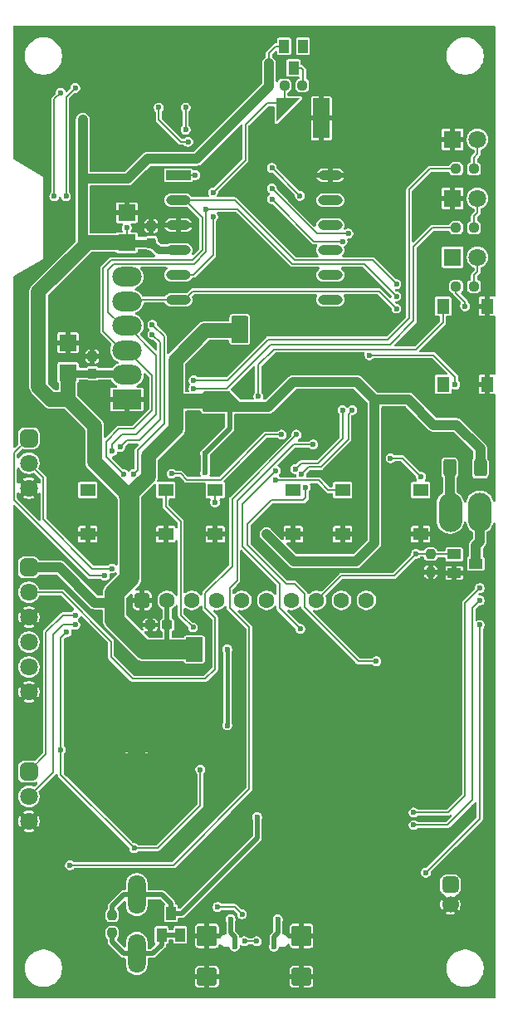
<source format=gtl>
%TF.GenerationSoftware,KiCad,Pcbnew,9.0.4*%
%TF.CreationDate,2026-01-17T12:19:53+01:00*%
%TF.ProjectId,Spoke,53706f6b-652e-46b6-9963-61645f706362,2.1*%
%TF.SameCoordinates,PX5f5e100PY5f5e100*%
%TF.FileFunction,Copper,L1,Top*%
%TF.FilePolarity,Positive*%
%FSLAX46Y46*%
G04 Gerber Fmt 4.6, Leading zero omitted, Abs format (unit mm)*
G04 Created by KiCad (PCBNEW 9.0.4) date 2026-01-17 12:19:53*
%MOMM*%
%LPD*%
G01*
G04 APERTURE LIST*
G04 Aperture macros list*
%AMRoundRect*
0 Rectangle with rounded corners*
0 $1 Rounding radius*
0 $2 $3 $4 $5 $6 $7 $8 $9 X,Y pos of 4 corners*
0 Add a 4 corners polygon primitive as box body*
4,1,4,$2,$3,$4,$5,$6,$7,$8,$9,$2,$3,0*
0 Add four circle primitives for the rounded corners*
1,1,$1+$1,$2,$3*
1,1,$1+$1,$4,$5*
1,1,$1+$1,$6,$7*
1,1,$1+$1,$8,$9*
0 Add four rect primitives between the rounded corners*
20,1,$1+$1,$2,$3,$4,$5,0*
20,1,$1+$1,$4,$5,$6,$7,0*
20,1,$1+$1,$6,$7,$8,$9,0*
20,1,$1+$1,$8,$9,$2,$3,0*%
%AMFreePoly0*
4,1,4,0.500000,-1.900000,-1.900000,0.500000,0.500000,0.500000,0.500000,-1.900000,0.500000,-1.900000,$1*%
G04 Aperture macros list end*
%TA.AperFunction,SMDPad,CuDef*%
%ADD10R,1.300000X1.550000*%
%TD*%
%TA.AperFunction,SMDPad,CuDef*%
%ADD11RoundRect,0.237500X0.237500X-0.300000X0.237500X0.300000X-0.237500X0.300000X-0.237500X-0.300000X0*%
%TD*%
%TA.AperFunction,SMDPad,CuDef*%
%ADD12RoundRect,0.250000X-0.400000X-0.625000X0.400000X-0.625000X0.400000X0.625000X-0.400000X0.625000X0*%
%TD*%
%TA.AperFunction,SMDPad,CuDef*%
%ADD13R,1.550000X1.300000*%
%TD*%
%TA.AperFunction,ComponentPad*%
%ADD14R,1.800000X1.800000*%
%TD*%
%TA.AperFunction,ComponentPad*%
%ADD15C,1.800000*%
%TD*%
%TA.AperFunction,SMDPad,CuDef*%
%ADD16RoundRect,0.237500X0.237500X-0.250000X0.237500X0.250000X-0.237500X0.250000X-0.237500X-0.250000X0*%
%TD*%
%TA.AperFunction,SMDPad,CuDef*%
%ADD17R,1.800000X1.700000*%
%TD*%
%TA.AperFunction,SMDPad,CuDef*%
%ADD18O,2.400000X4.000000*%
%TD*%
%TA.AperFunction,SMDPad,CuDef*%
%ADD19RoundRect,0.237500X0.250000X0.237500X-0.250000X0.237500X-0.250000X-0.237500X0.250000X-0.237500X0*%
%TD*%
%TA.AperFunction,SMDPad,CuDef*%
%ADD20R,2.500000X1.000000*%
%TD*%
%TA.AperFunction,SMDPad,CuDef*%
%ADD21O,2.500000X1.000000*%
%TD*%
%TA.AperFunction,ComponentPad*%
%ADD22RoundRect,0.400000X-0.400000X-0.400000X0.400000X-0.400000X0.400000X0.400000X-0.400000X0.400000X0*%
%TD*%
%TA.AperFunction,ComponentPad*%
%ADD23C,1.600000*%
%TD*%
%TA.AperFunction,SMDPad,CuDef*%
%ADD24RoundRect,0.237500X0.300000X0.237500X-0.300000X0.237500X-0.300000X-0.237500X0.300000X-0.237500X0*%
%TD*%
%TA.AperFunction,SMDPad,CuDef*%
%ADD25RoundRect,0.237500X-0.250000X-0.237500X0.250000X-0.237500X0.250000X0.237500X-0.250000X0.237500X0*%
%TD*%
%TA.AperFunction,SMDPad,CuDef*%
%ADD26R,3.000000X2.000000*%
%TD*%
%TA.AperFunction,SMDPad,CuDef*%
%ADD27O,3.000000X2.000000*%
%TD*%
%TA.AperFunction,SMDPad,CuDef*%
%ADD28FreePoly0,90.000000*%
%TD*%
%TA.AperFunction,SMDPad,CuDef*%
%ADD29R,1.700000X4.100000*%
%TD*%
%TA.AperFunction,SMDPad,CuDef*%
%ADD30R,1.400000X1.000000*%
%TD*%
%TA.AperFunction,SMDPad,CuDef*%
%ADD31R,1.000000X1.400000*%
%TD*%
%TA.AperFunction,ComponentPad*%
%ADD32O,1.800000X4.000000*%
%TD*%
%TA.AperFunction,ComponentPad*%
%ADD33RoundRect,0.425000X0.425000X-0.425000X0.425000X0.425000X-0.425000X0.425000X-0.425000X-0.425000X0*%
%TD*%
%TA.AperFunction,ComponentPad*%
%ADD34C,1.700000*%
%TD*%
%TA.AperFunction,SMDPad,CuDef*%
%ADD35R,1.400000X5.080000*%
%TD*%
%TA.AperFunction,SMDPad,CuDef*%
%ADD36R,1.200000X5.080000*%
%TD*%
%TA.AperFunction,ComponentPad*%
%ADD37RoundRect,0.450000X-0.450000X0.450000X-0.450000X-0.450000X0.450000X-0.450000X0.450000X0.450000X0*%
%TD*%
%TA.AperFunction,HeatsinkPad*%
%ADD38C,0.600000*%
%TD*%
%TA.AperFunction,HeatsinkPad*%
%ADD39R,2.500000X2.500000*%
%TD*%
%TA.AperFunction,HeatsinkPad*%
%ADD40RoundRect,0.180000X0.820000X0.720000X-0.820000X0.720000X-0.820000X-0.720000X0.820000X-0.720000X0*%
%TD*%
%TA.AperFunction,HeatsinkPad*%
%ADD41RoundRect,0.200000X0.800000X0.850000X-0.800000X0.850000X-0.800000X-0.850000X0.800000X-0.850000X0*%
%TD*%
%TA.AperFunction,ViaPad*%
%ADD42C,0.600000*%
%TD*%
%TA.AperFunction,Conductor*%
%ADD43C,0.200000*%
%TD*%
%TA.AperFunction,Conductor*%
%ADD44C,0.800000*%
%TD*%
%TA.AperFunction,Conductor*%
%ADD45C,1.000000*%
%TD*%
%TA.AperFunction,Conductor*%
%ADD46C,1.500000*%
%TD*%
%TA.AperFunction,Conductor*%
%ADD47C,2.000000*%
%TD*%
%TA.AperFunction,Conductor*%
%ADD48C,0.500000*%
%TD*%
%TA.AperFunction,Conductor*%
%ADD49C,0.450000*%
%TD*%
G04 APERTURE END LIST*
D10*
%TO.P,SW4,1,1*%
%TO.N,BTN_ALARM*%
X19250000Y13020000D03*
%TO.P,SW4,2,2*%
X19250000Y20980000D03*
%TO.P,SW4,3,2*%
%TO.N,GND*%
X23750000Y13020000D03*
%TO.P,SW4,4,2*%
X23750000Y20980000D03*
%TD*%
D11*
%TO.P,C30,1,1*%
%TO.N,+3V3*%
X-16500000Y14137500D03*
%TO.P,C30,2,2*%
%TO.N,GND*%
X-16500000Y15862500D03*
%TD*%
D12*
%TO.P,R39,1,1*%
%TO.N,Net-(J10-Pad1)*%
X19950000Y4500000D03*
%TO.P,R39,2,2*%
%TO.N,+3V3*%
X23050000Y4500000D03*
%TD*%
D13*
%TO.P,SW2,1,1*%
%TO.N,BTN_OK*%
X-3980000Y2250000D03*
%TO.P,SW2,2,2*%
X3980000Y2250000D03*
%TO.P,SW2,3,2*%
%TO.N,GND*%
X-3980000Y-2250000D03*
%TO.P,SW2,4,2*%
X3980000Y-2250000D03*
%TD*%
D14*
%TO.P,D4,1,K*%
%TO.N,GND*%
X20230000Y32000000D03*
D15*
%TO.P,D4,2,A*%
%TO.N,Net-(D4-A)*%
X22770000Y32000000D03*
%TD*%
D13*
%TO.P,SW1,1,1*%
%TO.N,Net-(D1-Pad3)*%
X-16980000Y2250000D03*
%TO.P,SW1,2,2*%
X-9020000Y2250000D03*
%TO.P,SW1,3,2*%
%TO.N,GND*%
X-16980000Y-2250000D03*
%TO.P,SW1,4,2*%
X-9020000Y-2250000D03*
%TD*%
D16*
%TO.P,R37,1,1*%
%TO.N,GND*%
X18000000Y-6112500D03*
%TO.P,R37,2,2*%
%TO.N,LCD_BL*%
X18000000Y-4287500D03*
%TD*%
D14*
%TO.P,D2,1,K*%
%TO.N,Net-(D2-K)*%
X20230000Y26000000D03*
D15*
%TO.P,D2,2,A*%
%TO.N,Net-(D2-A)*%
X22770000Y26000000D03*
%TD*%
D17*
%TO.P,C29,1,1*%
%TO.N,+3V3*%
X-13000000Y27475000D03*
%TO.P,C29,2,2*%
%TO.N,GND*%
X-13000000Y30525000D03*
%TD*%
D18*
%TO.P,J11,1,1*%
%TO.N,Net-(Q6-D)*%
X23000000Y0D03*
%TD*%
D19*
%TO.P,R10,1,1*%
%TO.N,Net-(D2-A)*%
X22412500Y23000000D03*
%TO.P,R10,2,2*%
%TO.N,VBUS*%
X20587500Y23000000D03*
%TD*%
D20*
%TO.P,A5,1,RXD*%
%TO.N,GPS_RXD*%
X-7750000Y34350000D03*
D21*
%TO.P,A5,2,TXD*%
%TO.N,GPS_TXD*%
X-7750000Y31810000D03*
%TO.P,A5,3,GND*%
%TO.N,GND*%
X-7750000Y29270000D03*
%TO.P,A5,4,VCC*%
%TO.N,+3V3*%
X-7750000Y26730000D03*
%TO.P,A5,5,VBKP*%
%TO.N,GPS_VBKP*%
X-7750000Y24190000D03*
%TO.P,A5,6,PPS*%
%TO.N,GPS_PPS*%
X-7750000Y21650000D03*
%TO.P,A5,7,SFBT*%
%TO.N,unconnected-(A5-SFBT-Pad7)*%
X7750000Y21650000D03*
%TO.P,A5,8,EINT*%
%TO.N,unconnected-(A5-EINT-Pad8)*%
X7750000Y24190000D03*
%TO.P,A5,9,NC*%
%TO.N,unconnected-(A5-NC-Pad9)*%
X7750000Y26730000D03*
%TO.P,A5,10,RES*%
%TO.N,unconnected-(A5-RES-Pad10)*%
X7750000Y29270000D03*
%TO.P,A5,11,NC*%
%TO.N,unconnected-(A5-NC-Pad11)*%
X7750000Y31810000D03*
%TO.P,A5,12,GND*%
%TO.N,GND*%
X7750000Y34350000D03*
%TD*%
D17*
%TO.P,C28,1,1*%
%TO.N,+3V3*%
X-19000000Y14225000D03*
%TO.P,C28,2,2*%
%TO.N,GND*%
X-19000000Y17275000D03*
%TD*%
D22*
%TO.P,A3,1,GND*%
%TO.N,GND*%
X-11430000Y-9000000D03*
D23*
%TO.P,A3,2,VCC*%
%TO.N,+3V3*%
X-8890000Y-9000000D03*
%TO.P,A3,3,SCL*%
%TO.N,LCD_SCK*%
X-6350000Y-9000000D03*
%TO.P,A3,4,SDA*%
%TO.N,LCD_MOSI*%
X-3810000Y-9000000D03*
%TO.P,A3,5,DC*%
%TO.N,LCD_DC*%
X-1270000Y-9000000D03*
%TO.P,A3,6,RST*%
%TO.N,LCD_RESET*%
X1270000Y-9000000D03*
%TO.P,A3,7,CS*%
%TO.N,LCD_CS*%
X3810000Y-9000000D03*
%TO.P,A3,8,BL*%
%TO.N,LCD_BL*%
X6350000Y-9000000D03*
%TO.P,A3,9,CS-F*%
%TO.N,unconnected-(A3-CS-F-Pad9)*%
X8890000Y-9000000D03*
%TO.P,A3,10,OUT*%
%TO.N,unconnected-(A3-OUT-Pad10)*%
X11430000Y-9000000D03*
%TD*%
D16*
%TO.P,R29,1,1*%
%TO.N,Net-(Q5-D)*%
X-14500000Y-42912500D03*
%TO.P,R29,2,2*%
%TO.N,+3V3*%
X-14500000Y-41087500D03*
%TD*%
D18*
%TO.P,J10,1,1*%
%TO.N,Net-(J10-Pad1)*%
X20000000Y0D03*
%TD*%
D24*
%TO.P,C33,1,1*%
%TO.N,+3V3*%
X-8887500Y-11500000D03*
%TO.P,C33,2,2*%
%TO.N,GND*%
X-10612500Y-11500000D03*
%TD*%
D25*
%TO.P,R38,1,1*%
%TO.N,GPS_VBKP*%
X3087500Y43500000D03*
%TO.P,R38,2,2*%
%TO.N,Net-(D6-Pad3)*%
X4912500Y43500000D03*
%TD*%
D26*
%TO.P,A4,1,GND*%
%TO.N,GND*%
X-13000000Y11500000D03*
D27*
%TO.P,A4,2,VCC*%
%TO.N,+3V3*%
X-13000000Y14000000D03*
%TO.P,A4,3,TXD*%
%TO.N,GPS_TXD*%
X-13000000Y16500000D03*
%TO.P,A4,4,RXD*%
%TO.N,GPS_RXD*%
X-13000000Y19000000D03*
%TO.P,A4,5,PPS*%
%TO.N,GPS_PPS*%
X-13000000Y21500000D03*
%TO.P,A4,6,EN*%
%TO.N,unconnected-(A4-EN-Pad6)*%
X-13000000Y24000000D03*
%TD*%
D14*
%TO.P,D5,1,K*%
%TO.N,GND*%
X20230000Y38000000D03*
D15*
%TO.P,D5,2,A*%
%TO.N,Net-(D5-A)*%
X22770000Y38000000D03*
%TD*%
D11*
%TO.P,C31,1,1*%
%TO.N,+3V3*%
X-10500000Y27437500D03*
%TO.P,C31,2,2*%
%TO.N,GND*%
X-10500000Y29162500D03*
%TD*%
D28*
%TO.P,C24,1,1*%
%TO.N,GPS_VBKP*%
X2800000Y41700000D03*
D29*
%TO.P,C24,2,2*%
%TO.N,GND*%
X6850000Y40150000D03*
%TD*%
D30*
%TO.P,Q6,1,G*%
%TO.N,LCD_BL*%
X20400000Y-4300000D03*
%TO.P,Q6,2,S*%
%TO.N,GND*%
X20400000Y-6200000D03*
%TO.P,Q6,3,D*%
%TO.N,Net-(Q6-D)*%
X22600000Y-5250000D03*
%TD*%
D25*
%TO.P,R27,1,1*%
%TO.N,LED_GREEN*%
X20587500Y35000000D03*
%TO.P,R27,2,2*%
%TO.N,Net-(D5-A)*%
X22412500Y35000000D03*
%TD*%
D13*
%TO.P,SW3,1,1*%
%TO.N,BTN_ESC*%
X9020000Y2250000D03*
%TO.P,SW3,2,2*%
X16980000Y2250000D03*
%TO.P,SW3,3,2*%
%TO.N,GND*%
X9020000Y-2250000D03*
%TO.P,SW3,4,2*%
X16980000Y-2250000D03*
%TD*%
D31*
%TO.P,D6,1*%
%TO.N,unconnected-(D6-Pad1)*%
X4950000Y47500000D03*
%TO.P,D6,2*%
%TO.N,+3V3*%
X3050000Y47500000D03*
%TO.P,D6,3*%
%TO.N,Net-(D6-Pad3)*%
X4000000Y45300000D03*
%TD*%
D25*
%TO.P,R26,1,1*%
%TO.N,LED_RED*%
X20587500Y29000000D03*
%TO.P,R26,2,2*%
%TO.N,Net-(D4-A)*%
X22412500Y29000000D03*
%TD*%
D31*
%TO.P,D3,1*%
%TO.N,Net-(Q5-D)*%
X-9450000Y-43100000D03*
%TO.P,D3,2*%
X-7550000Y-43100000D03*
%TO.P,D3,3*%
%TO.N,+3V3*%
X-8500000Y-40900000D03*
%TD*%
D32*
%TO.P,LS1,1,1*%
%TO.N,+3V3*%
X-12000000Y-39000000D03*
%TO.P,LS1,2,2*%
%TO.N,Net-(Q5-D)*%
X-12000000Y-45000000D03*
%TD*%
D33*
%TO.P,J1,1,1*%
%TO.N,+BATT*%
X20000000Y-38000000D03*
D34*
%TO.P,J1,2,2*%
%TO.N,GND*%
X20000000Y-40000000D03*
%TD*%
D35*
%TO.P,J12,2,GND*%
%TO.N,GND*%
X7750000Y47000000D03*
D36*
X9380000Y47000000D03*
X14620000Y47000000D03*
D35*
X16250000Y47000000D03*
%TD*%
D37*
%TO.P,J8,1,1*%
%TO.N,+3V3*%
X-23000000Y-5650000D03*
D15*
%TO.P,J8,2,2*%
%TO.N,MCU_RESET*%
X-23000000Y-8190000D03*
%TO.P,J8,3,3*%
%TO.N,GND*%
X-23000000Y-10730000D03*
%TO.P,J8,4,4*%
%TO.N,SWD_CLK*%
X-23000000Y-13270000D03*
%TO.P,J8,5,5*%
%TO.N,SWD_IO*%
X-23000000Y-15810000D03*
%TO.P,J8,6,6*%
%TO.N,GND*%
X-23000000Y-18350000D03*
%TD*%
D37*
%TO.P,J7,1,1*%
%TO.N,USB_TXD*%
X-23000000Y-26460000D03*
D15*
%TO.P,J7,2,2*%
%TO.N,USB_RXD*%
X-23000000Y-29000000D03*
%TO.P,J7,3,3*%
%TO.N,GND*%
X-23000000Y-31540000D03*
%TD*%
D38*
%TO.P,U3,29,GND*%
%TO.N,GND*%
X-13000000Y-27000000D03*
X-11000000Y-27000000D03*
X-12000000Y-26000000D03*
D39*
X-12000000Y-26000000D03*
D38*
X-13000000Y-25000000D03*
X-11000000Y-25000000D03*
%TD*%
D37*
%TO.P,J9,1,1*%
%TO.N,CONSOLE_TXD*%
X-23000000Y7540000D03*
D15*
%TO.P,J9,2,2*%
%TO.N,CONSOLE_RXD*%
X-23000000Y5000000D03*
%TO.P,J9,3,3*%
%TO.N,GND*%
X-23000000Y2460000D03*
%TD*%
D40*
%TO.P,J4,S,SHIELD*%
%TO.N,GND*%
X4820000Y-47375000D03*
D41*
X4820000Y-43195000D03*
D40*
X-4820000Y-47375000D03*
D41*
X-4820000Y-43195000D03*
%TD*%
D42*
%TO.N,GND*%
X-6400000Y-43200000D03*
X-24000000Y-49000000D03*
X-9800000Y-10500000D03*
X11400000Y-36800000D03*
X2400000Y-38600000D03*
X-3000000Y41300000D03*
X-23200000Y36200000D03*
X6600000Y4000000D03*
X24000000Y-21000000D03*
X-2000000Y-25000000D03*
X-4300000Y9600000D03*
X16000000Y6500000D03*
X-6000000Y49000000D03*
X10800000Y-20200000D03*
X10000000Y37400000D03*
X10200000Y-10500000D03*
X24000000Y-35000000D03*
X3100000Y4300000D03*
X9400000Y-33400000D03*
X-10500000Y-7400000D03*
X-3800000Y23500000D03*
X-5400000Y-11000000D03*
X3200000Y-13200000D03*
X6800000Y1900000D03*
X20500000Y19100000D03*
X2000000Y-49000000D03*
X-18800000Y-38800000D03*
X-18000000Y49000000D03*
X-19000000Y19200000D03*
X10000000Y34300000D03*
X-18800000Y-37800000D03*
X4400000Y-25000000D03*
X4400000Y-20200000D03*
X6000000Y-21800000D03*
X-12600000Y38750000D03*
X10800000Y-2800000D03*
X-24000000Y11000000D03*
X-10800000Y32000000D03*
X14000000Y-49000000D03*
X14600000Y42500000D03*
X13800000Y-43200000D03*
X-17600000Y4600000D03*
X300000Y-3000000D03*
X-4800000Y-41200000D03*
X-9400000Y-23100000D03*
X9800000Y-3800000D03*
X-22000000Y-14600000D03*
X1400000Y8600000D03*
X24000000Y43000000D03*
X-2800000Y-47400000D03*
X3000000Y-32000000D03*
X-3900000Y21700000D03*
X-3400000Y9600000D03*
X-1600000Y-27800000D03*
X4500000Y16000000D03*
X20600000Y-24800000D03*
X-11400000Y-10500000D03*
X-10000000Y38000000D03*
X-16000000Y49000000D03*
X2800000Y-18000000D03*
X-17600000Y-30800000D03*
X-8100000Y-26200000D03*
X10800000Y-24000000D03*
X8000000Y4900000D03*
X9800000Y-13400000D03*
X300000Y44200000D03*
X24000000Y23000000D03*
X18200000Y1000000D03*
X5000000Y27200000D03*
X24000000Y39000000D03*
X15000000Y1750000D03*
X-8800000Y-31800000D03*
X24000000Y35000000D03*
X-3300000Y36900000D03*
X1500000Y0D03*
X-3400000Y29000000D03*
X2800000Y-47400000D03*
X200000Y21400000D03*
X6000000Y-49000000D03*
X24000000Y3000000D03*
X-18000000Y-49000000D03*
X-24000000Y47000000D03*
X6400000Y-32400000D03*
X-19000000Y29000000D03*
X-16137913Y35062088D03*
X8250000Y16000000D03*
X11000000Y0D03*
X11100000Y10400000D03*
X17400000Y-35600000D03*
X-21800000Y35000000D03*
X4800000Y-41200000D03*
X-8400000Y18200000D03*
X14000000Y32000000D03*
X3800000Y27200000D03*
X12800000Y-32600000D03*
X15800000Y-46000000D03*
X-21000000Y30000000D03*
X-19000000Y-14200000D03*
X-5100000Y23500000D03*
X-24000000Y-45000000D03*
X-18200000Y-600000D03*
X-11100000Y12900000D03*
X-10900000Y20300000D03*
X-14300000Y-3900000D03*
X-3600000Y-5000000D03*
X-5900000Y29800000D03*
X-21000000Y28500000D03*
X18800000Y3000000D03*
X-24000000Y-14500000D03*
X9100000Y11900000D03*
X12000000Y32000000D03*
X13600000Y6400000D03*
X-7200000Y-22600000D03*
X10800000Y36800000D03*
X2800000Y18300000D03*
X-5200000Y-37200000D03*
X6000000Y-23600000D03*
X5500000Y10750000D03*
X4000000Y49000000D03*
X-20600000Y-600000D03*
X7800000Y43700000D03*
X-6000000Y-10600000D03*
X24000000Y-45000000D03*
X-9400000Y-3500000D03*
X24000000Y-23000000D03*
X-15498000Y32964522D03*
X19005944Y-10122027D03*
X6200000Y5639045D03*
X-2000000Y47000000D03*
X4000000Y-49000000D03*
X8000000Y-49000000D03*
X14600000Y41200000D03*
X18000000Y-40900000D03*
X-6800000Y4600000D03*
X24000000Y-47000000D03*
X-21200000Y-3800000D03*
X18000000Y-41800000D03*
X16400000Y18500000D03*
X-8400000Y41200000D03*
X-2800000Y35300000D03*
X-8200000Y19200000D03*
X2400000Y-11000000D03*
X-8000000Y-49000000D03*
X1000000Y-35800000D03*
X15000000Y200000D03*
X4500000Y12000000D03*
X17800000Y4000000D03*
X-3000000Y-4300000D03*
X5000000Y-37200000D03*
X6000000Y7800000D03*
X19250000Y-13000000D03*
X-6000000Y4000000D03*
X-2133479Y2995131D03*
X-3800000Y-41200000D03*
X16800000Y29200000D03*
X-7600000Y-12200000D03*
X-2800000Y-32600000D03*
X24000000Y-6000000D03*
X18000000Y43700000D03*
X5800000Y-15800000D03*
X-8400000Y6100000D03*
X-8400000Y17200000D03*
X6000000Y49000000D03*
X6000000Y1900000D03*
X-15800000Y-10500000D03*
X2600000Y16000000D03*
X20500000Y17100000D03*
X-14000000Y46000000D03*
X2400000Y-37200000D03*
X7200000Y11900000D03*
X8400000Y9600000D03*
X-4600000Y-21000000D03*
X24000000Y-3000000D03*
X-5100000Y21700000D03*
X16200000Y-7800000D03*
X-3000000Y20000000D03*
X5200000Y6200000D03*
X-11500000Y-16000000D03*
X13200000Y27000000D03*
X24000000Y-49000000D03*
X-16200000Y-34600000D03*
X1400000Y-12400000D03*
X19000000Y-41800000D03*
X-6200000Y-2200000D03*
X-6200000Y400000D03*
X14600000Y-25800000D03*
X5200000Y41600000D03*
X-5900000Y27900000D03*
X-24000000Y-35000000D03*
X24000000Y-27000000D03*
X12200000Y23300000D03*
X-1200000Y-15400000D03*
X-500000Y11800000D03*
X-24000000Y-23000000D03*
X-7100000Y7400000D03*
X9600000Y39800000D03*
X20900000Y-41800000D03*
X-12600000Y36800000D03*
X-22000000Y-49000000D03*
X3400000Y5000000D03*
X24000000Y7000000D03*
X21800000Y-40000000D03*
X-7600000Y-20600000D03*
X-21500000Y-42400000D03*
X1000000Y-40400000D03*
X24000000Y-17000000D03*
X16600000Y-29000000D03*
X-5700000Y-20100000D03*
X1000000Y-3800000D03*
X15800000Y-43200000D03*
X13400000Y-9000000D03*
X19200000Y-24800000D03*
X-5200000Y40400000D03*
X16400000Y-5600000D03*
X24000000Y37000000D03*
X-24000000Y17000000D03*
X11200000Y-5800000D03*
X2000000Y6600000D03*
X24000000Y17000000D03*
X-17400000Y-46400000D03*
X-24000000Y43000000D03*
X17500000Y26700000D03*
X18500000Y-44000000D03*
X-18000000Y46000000D03*
X20000000Y7300000D03*
X-6400000Y-7400000D03*
X24000000Y49000000D03*
X-24000000Y-7000000D03*
X6800000Y-43200000D03*
X-8800000Y-30800000D03*
X14600000Y43700000D03*
X-19600000Y800000D03*
X-1200000Y-12400000D03*
X11200000Y-27400000D03*
X-15000000Y12900000D03*
X-3400000Y26600000D03*
X6800000Y-47400000D03*
X1460318Y-15706734D03*
X9400000Y43700000D03*
X21800000Y-40900000D03*
X20100000Y10400000D03*
X-14000000Y49000000D03*
X2400000Y-35800000D03*
X20000000Y-41800000D03*
X-5400000Y14600000D03*
X-21400000Y-10900000D03*
X-12000000Y48000000D03*
X22400000Y21000000D03*
X24000000Y-25000000D03*
X-15000000Y-17000000D03*
X-16600000Y17600000D03*
X-15000000Y-20000000D03*
X24000000Y-13000000D03*
X-4750000Y16250000D03*
X-6800000Y-47400000D03*
X-24000000Y-33000000D03*
X-2400000Y-37200000D03*
X-24000000Y-3000000D03*
X21800000Y-41800000D03*
X-24000000Y13000000D03*
X13400000Y200000D03*
X20100000Y11500000D03*
X-18400000Y-23100000D03*
X-19800000Y-27800000D03*
X-12500000Y5100000D03*
X-17500000Y-17000000D03*
X14000000Y37400000D03*
X-3500000Y44900000D03*
X-13600000Y-14200000D03*
X-24000000Y21000000D03*
X-24000000Y-1000000D03*
X-24000000Y15000000D03*
X-2500000Y23500000D03*
X24000000Y-41000000D03*
X1500000Y-800000D03*
X8000000Y-39000000D03*
X-19600000Y4600000D03*
X3200000Y-14800000D03*
X-20000000Y-49000000D03*
X-4500000Y35300000D03*
X-8900000Y45000000D03*
X-14000000Y-49000000D03*
X1000000Y-27800000D03*
X-6000000Y38600000D03*
X20800000Y-13000000D03*
X5800000Y23300000D03*
X-7600000Y-18000000D03*
X-5200000Y33000000D03*
X2000000Y49000000D03*
X-8300000Y-3500000D03*
X-1100000Y-4600000D03*
X14600000Y-16600000D03*
X13400000Y-2200000D03*
X-9000000Y-7400000D03*
X-8800000Y-28400000D03*
X9400000Y42500000D03*
X24000000Y-43000000D03*
X-24000000Y-21000000D03*
X-2500000Y26600000D03*
X12000000Y27000000D03*
X-12000000Y-42000000D03*
X-21000000Y31500000D03*
X-14600000Y40800000D03*
X24000000Y25000000D03*
X3800000Y-41200000D03*
X-24000000Y41000000D03*
X22000000Y-49000000D03*
X-19900000Y19200000D03*
X-19000000Y-2200000D03*
X10200000Y-7600000D03*
X-21000000Y-30000000D03*
X-5700000Y-15800000D03*
X6000000Y43700000D03*
X-14400000Y-28600000D03*
X10000000Y16000000D03*
X16200000Y43700000D03*
X19900000Y43700000D03*
X4000000Y23300000D03*
X20500000Y14900000D03*
X9600000Y39000000D03*
X14747216Y19937479D03*
X17500000Y22900000D03*
X24000000Y-15000000D03*
X-12700000Y6500000D03*
X22000000Y49000000D03*
X12800000Y-27400000D03*
X20000000Y-49000000D03*
X-24000000Y49000000D03*
X14400000Y38200000D03*
X10100000Y800000D03*
X4900000Y23300000D03*
X10751473Y2400000D03*
X12000000Y-49000000D03*
X24000000Y-31000000D03*
X-11500000Y-20000000D03*
X-4000000Y16250000D03*
X-3600000Y-21700000D03*
X-24000000Y-47000000D03*
X19900000Y49000000D03*
X16000000Y-49000000D03*
X-6000000Y-49000000D03*
X16000000Y-39000000D03*
X-15600000Y-7300000D03*
X-12000000Y49000000D03*
X-8000000Y49000000D03*
X11200000Y-35200000D03*
X15400000Y-12000000D03*
X17500000Y32100000D03*
X-24000000Y9000000D03*
X-10000000Y31500000D03*
X-22000000Y49000000D03*
X-24000000Y-37000000D03*
X-9000000Y48000000D03*
X4000000Y46500000D03*
X-14600000Y-23100000D03*
X-400000Y7800000D03*
X14000000Y-21200000D03*
X-10000000Y-49000000D03*
X24000000Y47000000D03*
X24000000Y33000000D03*
X-24000000Y-41000000D03*
X14400000Y39000000D03*
X11400000Y-39000000D03*
X-1200000Y-20700000D03*
X5800000Y-18000000D03*
X18000000Y-49000000D03*
X-12000000Y-49000000D03*
X14500000Y24400000D03*
X22000000Y43700000D03*
X-16400000Y25000000D03*
X-5900000Y28900000D03*
X4200000Y-10400000D03*
X-21800000Y-7000000D03*
X-14600000Y36800000D03*
X20000000Y6500000D03*
X10000000Y-49000000D03*
X13200000Y36800000D03*
X-19000000Y21200000D03*
X24000000Y11000000D03*
X-20000000Y27600000D03*
X16500000Y9000000D03*
X24000000Y41000000D03*
X-2800000Y-13000000D03*
X-20000000Y49000000D03*
X24000000Y31000000D03*
X9600000Y38200000D03*
X19500000Y-16000000D03*
X11500000Y23300000D03*
X-15800000Y12900000D03*
X9400000Y41200000D03*
X17200000Y-32800000D03*
X-8500000Y-45500000D03*
X11400000Y-32600000D03*
X24000000Y29000000D03*
X14500000Y25400000D03*
X-2000000Y33000000D03*
X3000000Y-800000D03*
X-1500000Y42900000D03*
X-13300000Y5100000D03*
X-14000000Y43000000D03*
X-4000000Y-600000D03*
X13400000Y-12000000D03*
X18000000Y46000000D03*
X17500000Y24800000D03*
X-19000000Y30500000D03*
X24000000Y-29000000D03*
X-24000000Y-39000000D03*
X-4800000Y39000000D03*
X9400000Y-25800000D03*
X-21600000Y6000000D03*
X200000Y18300000D03*
X6000000Y46000000D03*
X24000000Y-33000000D03*
X-1200000Y-30800000D03*
X-11000000Y24700000D03*
X-24000000Y23000000D03*
X-10900000Y22700000D03*
X-17800000Y-32800000D03*
X-2000000Y30000000D03*
X-24000000Y37000000D03*
X-16000000Y-49000000D03*
X10600000Y27000000D03*
X-5900000Y27000000D03*
X24000000Y-9000000D03*
X11800000Y-13400000D03*
X0Y-47500000D03*
X12000000Y36800000D03*
X-24000000Y-43000000D03*
X1000000Y30000000D03*
X24000000Y9000000D03*
X10000000Y32000000D03*
X-4000000Y-49000000D03*
X24000000Y45000000D03*
X1000000Y-25000000D03*
X2000000Y7250000D03*
X24000000Y19000000D03*
X-3600000Y-25000000D03*
X-14326826Y286913D03*
X0Y-29600000D03*
X-24000000Y-25000000D03*
X-4800000Y-30800000D03*
X22395130Y-30107303D03*
X15200000Y-2200000D03*
X6250000Y16000000D03*
X-15000000Y-3900000D03*
X-2000000Y-49000000D03*
X18000000Y-40000000D03*
X24000000Y-37000000D03*
X14400000Y39800000D03*
X-15600000Y-14200000D03*
X13400000Y-5700000D03*
X13200000Y-24000000D03*
X-17200000Y21200000D03*
X18000000Y49000000D03*
X19200000Y22900000D03*
X24000000Y-19000000D03*
X-3250000Y16250000D03*
X24000000Y15000000D03*
X-21000000Y-33000000D03*
X8500000Y-18000000D03*
X-24000000Y19000000D03*
X5200000Y18300000D03*
X-17500000Y-20000000D03*
X8000000Y3500000D03*
X6400000Y-12600000D03*
X-9000000Y47000000D03*
X3800000Y-400000D03*
X24000000Y27000000D03*
X18000000Y-7800000D03*
X17200000Y38000000D03*
X12400000Y-4800000D03*
X-24000000Y45000000D03*
X600000Y-19600000D03*
X-7600000Y-15800000D03*
X-8600000Y4800000D03*
X8800000Y-22000000D03*
X0Y-49000000D03*
X24000000Y-39000000D03*
X-4000000Y-28200000D03*
X6400000Y-27400000D03*
X-18100000Y19200000D03*
X-24000000Y39000000D03*
X-16600000Y12900000D03*
X20600000Y-26000000D03*
X-22000000Y25000000D03*
X-17600000Y7000000D03*
X-21600000Y10000000D03*
X19200000Y-26000000D03*
%TO.N,+3V3*%
X-5000000Y4000000D03*
X-5000000Y6000000D03*
X-2500000Y10725000D03*
X-8500000Y8000000D03*
X-2750000Y-14000000D03*
X-5750000Y-13250000D03*
X300000Y-31100000D03*
X-13000000Y29000000D03*
X-1000000Y18500000D03*
X-6500000Y-14750000D03*
X-17500000Y40000000D03*
X12250000Y750000D03*
X-2000000Y18500000D03*
X1500000Y45750000D03*
X-6500000Y-14000000D03*
X-2750000Y-21750000D03*
X-1750000Y10750000D03*
X-5750000Y-14000000D03*
X-5750000Y-14750000D03*
X-6500000Y-13250000D03*
X-1000000Y17750000D03*
X-2500000Y11475000D03*
X-2000000Y17750000D03*
X1250000Y-2250000D03*
X7250000Y13250000D03*
%TO.N,MCU_RESET*%
X4300000Y7900000D03*
%TO.N,Net-(D1-Pad3)*%
X-6250000Y-11750000D03*
%TO.N,VBUS*%
X21500000Y21000000D03*
X23000000Y-9000000D03*
X2400000Y-41500000D03*
X-2000000Y-44300000D03*
X2000000Y-44300000D03*
X16250000Y-31905000D03*
X-2400000Y-41500000D03*
%TO.N,VCC*%
X20500000Y13000000D03*
X11750000Y16000000D03*
%TO.N,LED_RED*%
X-6191251Y12594192D03*
%TO.N,LED_GREEN*%
X-6186397Y13437868D03*
%TO.N,BOOT0*%
X23000000Y-11500000D03*
X17500000Y-36750000D03*
%TO.N,BTN_PWR*%
X2211765Y4238235D03*
X4700000Y-11900000D03*
%TO.N,PWR_HOLD*%
X5254999Y2529151D03*
X12450000Y-15200000D03*
%TO.N,BTN_OK*%
X-4000000Y1000000D03*
%TO.N,BTN_ESC*%
X2200000Y3250000D03*
%TO.N,GPS_PPS*%
X14500000Y20750000D03*
%TO.N,I2C_INT*%
X-9750000Y41250000D03*
X-6750000Y37750000D03*
%TO.N,RF_RESET*%
X1800000Y35100000D03*
X4650000Y32250000D03*
%TO.N,RF_IRQ*%
X1800000Y31900000D03*
X9000000Y27596026D03*
%TO.N,RF_BUSY*%
X1800000Y33000000D03*
X9600000Y28400000D03*
%TO.N,RF_TXEN*%
X4200000Y4400000D03*
X9000000Y10400000D03*
%TO.N,RF_RXEN*%
X4800000Y3850000D03*
X10000000Y10400000D03*
%TO.N,I2C_SDA*%
X-7000000Y39000000D03*
X-7000000Y41250000D03*
%TO.N,LCD_BL*%
X16500000Y-4250000D03*
%TO.N,PPS_BOOT1*%
X13900000Y5500000D03*
X17000000Y3600000D03*
%TO.N,CONSOLE_TXD*%
X-15250000Y-6500000D03*
%TO.N,MUX_BLE_USB*%
X2800000Y7900000D03*
X-8437500Y3912500D03*
%TO.N,BLE_TXD*%
X-12300817Y3866950D03*
X-10400000Y19100000D03*
%TO.N,USB_TXD*%
X-18250000Y-10500000D03*
%TO.N,BLE_RXD*%
X-13686958Y6625000D03*
X-10400000Y18100000D03*
%TO.N,USB_RXD*%
X-18250000Y-11500000D03*
%TO.N,CONSOLE_RXD*%
X-14500000Y-5750000D03*
%TO.N,GPS_RXD*%
X14500000Y22000000D03*
X-4900000Y30900000D03*
X-6000000Y34350000D03*
X-14500000Y6200000D03*
%TO.N,GPS_TXD*%
X-13291851Y3859619D03*
X14500000Y23250000D03*
%TO.N,Net-(A1-SWDCLK)*%
X-19200000Y32200000D03*
X-18250000Y43250000D03*
%TO.N,Net-(A1-SWDIO)*%
X-20400000Y32200000D03*
X-19750000Y42750000D03*
%TO.N,VDD*%
X-19150003Y-12250000D03*
X-5500000Y-26250000D03*
X-12250000Y-34250000D03*
X-19750000Y-24250000D03*
%TO.N,Net-(D2-K)*%
X16250000Y-30625000D03*
X23000000Y-7750000D03*
%TO.N,Net-(J4-CC2)*%
X-1250000Y-41000000D03*
X-3750000Y-40250000D03*
%TO.N,/USB_DP*%
X-1000000Y-43750000D03*
X250000Y-43750000D03*
%TO.N,GPS_VBKP*%
X-4200000Y30100000D03*
X-4200000Y32600000D03*
%TO.N,BUZZER*%
X-18800000Y-36000000D03*
X6000000Y6900000D03*
%TO.N,BTN_ALARM*%
X400000Y11800000D03*
%TD*%
D43*
%TO.N,+3V3*%
X1500000Y45750000D02*
X1500000Y46800000D01*
D44*
X-9792500Y26730000D02*
X-10500000Y27437500D01*
D45*
X-19819750Y-5650000D02*
X-23000000Y-5650000D01*
D46*
X-22000000Y12750000D02*
X-20750000Y11500000D01*
X-10800000Y3600000D02*
X-12775000Y1625000D01*
D47*
X-14250000Y-11000000D02*
X-14250000Y-9500000D01*
D48*
X-8887500Y-13887500D02*
X-9000000Y-14000000D01*
D46*
X-12825000Y1625000D02*
X-16300000Y5100000D01*
D47*
X-12750000Y1625000D02*
X-12750000Y-6750000D01*
X-12800000Y1625000D02*
X-12750000Y1625000D01*
D46*
X-8000000Y15500000D02*
X-8000000Y9000000D01*
D48*
X-5000000Y6000000D02*
X-5000000Y4000000D01*
D45*
X-17500000Y34000000D02*
X-12900000Y34000000D01*
X3950000Y13250000D02*
X7250000Y13250000D01*
D46*
X-17025000Y27475000D02*
X-13000000Y27475000D01*
D45*
X-10900000Y36000000D02*
X-5900000Y36000000D01*
D48*
X-14500000Y-40200000D02*
X-13300000Y-39000000D01*
D46*
X-17500000Y27000000D02*
X-22000000Y22500000D01*
D48*
X-14500000Y-41087500D02*
X-14500000Y-40200000D01*
D44*
X-16500000Y14137500D02*
X-18912500Y14137500D01*
X-18912500Y14137500D02*
X-19000000Y14225000D01*
D45*
X18300000Y8900000D02*
X20600000Y8900000D01*
D48*
X-8890000Y-11497500D02*
X-8887500Y-11500000D01*
X-12000000Y-39000000D02*
X-9400000Y-39000000D01*
D44*
X-7750000Y26730000D02*
X-9792500Y26730000D01*
D45*
X-8000000Y11300000D02*
X-8000000Y9000000D01*
D44*
X-12962500Y27437500D02*
X-13000000Y27475000D01*
D45*
X-1750000Y10750000D02*
X1450000Y10750000D01*
X12250000Y11500000D02*
X10500000Y13250000D01*
X12250000Y750000D02*
X12250000Y10750000D01*
X-2500000Y11475000D02*
X-2475000Y11475000D01*
X1500000Y43400000D02*
X1500000Y45750000D01*
D46*
X-10800000Y5700000D02*
X-10800000Y3600000D01*
D48*
X-8500000Y-40900000D02*
X-7400000Y-40900000D01*
D45*
X10400000Y-5000000D02*
X4000000Y-5000000D01*
X1450000Y10750000D02*
X3950000Y13250000D01*
D47*
X-6500000Y-14000000D02*
X-9000000Y-14000000D01*
D46*
X-19000000Y11500000D02*
X-19000000Y14225000D01*
D43*
X1500000Y46800000D02*
X2200000Y47500000D01*
D46*
X-20750000Y11500000D02*
X-19000000Y11500000D01*
D45*
X-17500000Y40000000D02*
X-17500000Y27000000D01*
D47*
X-11250000Y-14000000D02*
X-14250000Y-11000000D01*
D48*
X-8887500Y-11500000D02*
X-8887500Y-13887500D01*
D44*
X-16500000Y14137500D02*
X-13137500Y14137500D01*
D45*
X-17500000Y27000000D02*
X-17500000Y34000000D01*
D47*
X-9000000Y-14000000D02*
X-11250000Y-14000000D01*
D46*
X-16300000Y8800000D02*
X-19000000Y11500000D01*
D48*
X-8890000Y-9000000D02*
X-8890000Y-11497500D01*
D46*
X-5000000Y18500000D02*
X-8000000Y15500000D01*
X-8000000Y8500000D02*
X-10800000Y5700000D01*
D45*
X-12900000Y34000000D02*
X-10900000Y36000000D01*
X12250000Y-3150000D02*
X10400000Y-5000000D01*
D44*
X-13137500Y14137500D02*
X-13000000Y14000000D01*
D45*
X12250000Y11500000D02*
X15700000Y11500000D01*
D46*
X-2675000Y11300000D02*
X-8000000Y11300000D01*
D49*
X-2750000Y-14000000D02*
X-2750000Y-21750000D01*
D45*
X12250000Y10750000D02*
X12250000Y11500000D01*
X20600000Y8900000D02*
X23050000Y6450000D01*
X-14530250Y-9219750D02*
X-16250000Y-9219750D01*
X-2500000Y11475000D02*
X-2675000Y11300000D01*
D43*
X2200000Y47500000D02*
X3050000Y47500000D01*
D48*
X-2500000Y8500000D02*
X-2500000Y11475000D01*
D46*
X-12775000Y1625000D02*
X-12825000Y1625000D01*
D45*
X-5900000Y36000000D02*
X1500000Y43400000D01*
X23050000Y6450000D02*
X23050000Y4500000D01*
D48*
X-13300000Y-39000000D02*
X-12000000Y-39000000D01*
X300000Y-33200000D02*
X300000Y-31100000D01*
D47*
X-14250000Y-8250000D02*
X-14250000Y-9500000D01*
D48*
X-9400000Y-39000000D02*
X-8500000Y-39900000D01*
D46*
X-2000000Y18500000D02*
X-5000000Y18500000D01*
D48*
X-8500000Y-39900000D02*
X-8500000Y-40900000D01*
D45*
X12250000Y750000D02*
X12250000Y-3150000D01*
D48*
X-5000000Y6000000D02*
X-2500000Y8500000D01*
D43*
X-13000000Y29000000D02*
X-13000000Y27475000D01*
D45*
X-16250000Y-9219750D02*
X-19819750Y-5650000D01*
X4000000Y-5000000D02*
X1250000Y-2250000D01*
D46*
X-17500000Y27000000D02*
X-17025000Y27475000D01*
X-16300000Y5100000D02*
X-16300000Y8800000D01*
X-8000000Y9000000D02*
X-8000000Y8500000D01*
D48*
X-7400000Y-40900000D02*
X300000Y-33200000D01*
D47*
X-12750000Y-6750000D02*
X-14250000Y-8250000D01*
D45*
X-2475000Y11475000D02*
X-1750000Y10750000D01*
X10500000Y13250000D02*
X7250000Y13250000D01*
X15700000Y11500000D02*
X18300000Y8900000D01*
X-14250000Y-9500000D02*
X-14530250Y-9219750D01*
D46*
X-22000000Y22500000D02*
X-22000000Y12750000D01*
D44*
X-10500000Y27437500D02*
X-12962500Y27437500D01*
D43*
%TO.N,MCU_RESET*%
X-12400000Y-17000000D02*
X-14600000Y-14800000D01*
X-14600000Y-14800000D02*
X-14600000Y-13200000D01*
X-2250000Y-5500000D02*
X-5000000Y-8250000D01*
X-14600000Y-13200000D02*
X-19610000Y-8190000D01*
X-2250000Y1350000D02*
X-2250000Y-5500000D01*
X-5000000Y-9750000D02*
X-4000000Y-10750000D01*
X4300000Y7900000D02*
X-2250000Y1350000D01*
X-4000000Y-10750000D02*
X-4000000Y-16000000D01*
X-5000000Y-17000000D02*
X-12400000Y-17000000D01*
X-19610000Y-8190000D02*
X-23000000Y-8190000D01*
X-5000000Y-8250000D02*
X-5000000Y-9750000D01*
X-4000000Y-16000000D02*
X-5000000Y-17000000D01*
%TO.N,Net-(D1-Pad3)*%
X-7500000Y-10500000D02*
X-6250000Y-11750000D01*
X-9020000Y520000D02*
X-7500000Y-1000000D01*
X-9020000Y2250000D02*
X-9020000Y520000D01*
X-7500000Y-1000000D02*
X-7500000Y-10500000D01*
%TO.N,VBUS*%
X22250000Y-9750000D02*
X23000000Y-9000000D01*
D48*
X2000000Y-43300000D02*
X2000000Y-44300000D01*
X2400000Y-42900000D02*
X2000000Y-43300000D01*
D43*
X19695000Y-31905000D02*
X22250000Y-29350000D01*
X20587500Y22312500D02*
X21500000Y21400000D01*
D48*
X-2000000Y-43300000D02*
X-2000000Y-44300000D01*
X2400000Y-42900000D02*
X2400000Y-41500000D01*
D43*
X20587500Y23000000D02*
X20587500Y22312500D01*
X16250000Y-31905000D02*
X19695000Y-31905000D01*
X22250000Y-29350000D02*
X22250000Y-9750000D01*
D48*
X-2400000Y-41500000D02*
X-2400000Y-42900000D01*
D43*
X21500000Y21400000D02*
X21500000Y21000000D01*
D48*
X-2400000Y-42900000D02*
X-2000000Y-43300000D01*
D45*
%TO.N,Net-(Q6-D)*%
X22600000Y-3400000D02*
X22600000Y-5250000D01*
X23000000Y-3000000D02*
X22600000Y-3400000D01*
X23000000Y-1000000D02*
X23000000Y-3000000D01*
D43*
%TO.N,VCC*%
X18297000Y16000000D02*
X20500000Y13797000D01*
X11750000Y16000000D02*
X18297000Y16000000D01*
X20500000Y13797000D02*
X20500000Y13000000D01*
%TO.N,LED_RED*%
X-2805808Y12594192D02*
X1700000Y17100000D01*
X18200000Y29000000D02*
X20587500Y29000000D01*
X16250000Y19500000D02*
X16250000Y27050000D01*
X1700000Y17100000D02*
X13850000Y17100000D01*
X16250000Y27050000D02*
X18200000Y29000000D01*
X13850000Y17100000D02*
X16250000Y19500000D01*
X-6191251Y12594192D02*
X-2805808Y12594192D01*
%TO.N,LED_GREEN*%
X15800000Y32900000D02*
X17900000Y35000000D01*
X13600000Y17600000D02*
X15800000Y19800000D01*
X15800000Y19800000D02*
X15800000Y32900000D01*
X-6186397Y13437868D02*
X-2762132Y13437868D01*
X-2762132Y13437868D02*
X1400000Y17600000D01*
X17900000Y35000000D02*
X20587500Y35000000D01*
X1400000Y17600000D02*
X13600000Y17600000D01*
%TO.N,BOOT0*%
X23000000Y-11500000D02*
X23000000Y-31250000D01*
X23000000Y-31250000D02*
X17500000Y-36750000D01*
%TO.N,BTN_PWR*%
X4700000Y-11900000D02*
X2600000Y-9800000D01*
X2600000Y-9800000D02*
X2600000Y-7300000D01*
X-1200000Y826470D02*
X2211765Y4238235D01*
X2600000Y-7300000D02*
X-1200000Y-3500000D01*
X-1200000Y-3500000D02*
X-1200000Y826470D01*
%TO.N,PWR_HOLD*%
X-700000Y-3300000D02*
X3300000Y-7300000D01*
X5100000Y-8300000D02*
X5100000Y-9700000D01*
X10600000Y-15200000D02*
X12450000Y-15200000D01*
X-700000Y-1250057D02*
X-700000Y-3300000D01*
X5255002Y2529148D02*
X5255002Y1455002D01*
X1750057Y1200000D02*
X-700000Y-1250057D01*
X5100000Y-9700000D02*
X10600000Y-15200000D01*
X4100000Y-7300000D02*
X5100000Y-8300000D01*
X5254999Y2529151D02*
X5255002Y2529148D01*
X3300000Y-7300000D02*
X4100000Y-7300000D01*
X5255002Y1455002D02*
X5000000Y1200000D01*
X5000000Y1200000D02*
X1750057Y1200000D01*
%TO.N,BTN_OK*%
X-4000000Y2730000D02*
X-3980000Y2750000D01*
X-4000000Y1000000D02*
X-4000000Y2730000D01*
%TO.N,BTN_ESC*%
X9020000Y2250000D02*
X7550000Y2250000D01*
X6550000Y3250000D02*
X2200000Y3250000D01*
X7550000Y2250000D02*
X6550000Y3250000D01*
%TO.N,GPS_PPS*%
X-6300000Y22500000D02*
X-7150000Y21650000D01*
X-7750000Y21650000D02*
X-12850000Y21650000D01*
X-12850000Y21650000D02*
X-13000000Y21500000D01*
X14500000Y20750000D02*
X12750000Y22500000D01*
X12750000Y22500000D02*
X-6300000Y22500000D01*
X-7150000Y21650000D02*
X-7750000Y21650000D01*
%TO.N,I2C_INT*%
X-9750000Y40000000D02*
X-9750000Y41250000D01*
X-6750000Y37750000D02*
X-7500000Y37750000D01*
X-7500000Y37750000D02*
X-9000000Y39250000D01*
X-9000000Y39250000D02*
X-9750000Y40000000D01*
%TO.N,RF_RESET*%
X4650000Y32250000D02*
X1800000Y35100000D01*
%TO.N,RF_IRQ*%
X1800000Y31900000D02*
X6103974Y27596026D01*
X6103974Y27596026D02*
X9000000Y27596026D01*
%TO.N,RF_BUSY*%
X1800000Y33000000D02*
X6400000Y28400000D01*
X6400000Y28400000D02*
X9600000Y28400000D01*
%TO.N,Net-(D2-A)*%
X22770000Y24520000D02*
X22412500Y24162500D01*
X22770000Y26000000D02*
X22770000Y24520000D01*
X22412500Y24162500D02*
X22412500Y23000000D01*
%TO.N,RF_TXEN*%
X9000000Y7520725D02*
X9000000Y10400000D01*
X6479275Y5000000D02*
X9000000Y7520725D01*
X4200000Y4400000D02*
X4800000Y5000000D01*
X4800000Y5000000D02*
X6479275Y5000000D01*
%TO.N,RF_RXEN*%
X9600000Y10000000D02*
X9600000Y7400000D01*
X5550000Y4600000D02*
X4800000Y3850000D01*
X10000000Y10400000D02*
X9600000Y10000000D01*
X6800000Y4600000D02*
X5550000Y4600000D01*
X9600000Y7400000D02*
X6800000Y4600000D01*
%TO.N,I2C_SDA*%
X-7000000Y39000000D02*
X-7000000Y41250000D01*
%TO.N,Net-(D5-A)*%
X22412500Y36162500D02*
X22412500Y35000000D01*
X22770000Y38000000D02*
X22770000Y36520000D01*
X22770000Y36520000D02*
X22412500Y36162500D01*
%TO.N,Net-(D4-A)*%
X22770000Y32000000D02*
X22770000Y30520000D01*
X22412500Y30162500D02*
X22412500Y29000000D01*
X22770000Y30520000D02*
X22412500Y30162500D01*
%TO.N,LCD_BL*%
X6350000Y-9000000D02*
X8850000Y-6500000D01*
X8850000Y-6500000D02*
X14250000Y-6500000D01*
X16500000Y-4250000D02*
X17962500Y-4250000D01*
X18012500Y-4300000D02*
X18000000Y-4287500D01*
X14250000Y-6500000D02*
X16500000Y-4250000D01*
X20400000Y-4300000D02*
X18012500Y-4300000D01*
X17962500Y-4250000D02*
X18000000Y-4287500D01*
%TO.N,PPS_BOOT1*%
X13900000Y5500000D02*
X15100000Y5500000D01*
X15100000Y5500000D02*
X17000000Y3600000D01*
%TO.N,CONSOLE_TXD*%
X-24500000Y1250000D02*
X-24500000Y6040000D01*
X-24500000Y6040000D02*
X-23000000Y7540000D01*
X-15250000Y-6500000D02*
X-16750000Y-6500000D01*
X-16750000Y-6500000D02*
X-24500000Y1250000D01*
%TO.N,MUX_BLE_USB*%
X2800000Y7900000D02*
X1150000Y7900000D01*
X-7512500Y3912500D02*
X-8437500Y3912500D01*
X-6900000Y3300000D02*
X-7512500Y3912500D01*
X1150000Y7900000D02*
X-3450000Y3300000D01*
X-3450000Y3300000D02*
X-6900000Y3300000D01*
%TO.N,BLE_TXD*%
X-9200000Y17900000D02*
X-10400000Y19100000D01*
X-11900000Y4267767D02*
X-11900000Y6300000D01*
X-11900000Y6300000D02*
X-9200000Y9000000D01*
X-9200000Y9000000D02*
X-9200000Y17900000D01*
X-12300817Y3866950D02*
X-11900000Y4267767D01*
%TO.N,USB_TXD*%
X-18250000Y-10500000D02*
X-18500000Y-10500000D01*
X-21250000Y-24710000D02*
X-21250000Y-23000000D01*
X-21250000Y-23000000D02*
X-21250000Y-12250000D01*
X-19500000Y-10500000D02*
X-18250000Y-10500000D01*
X-21250000Y-12250000D02*
X-19500000Y-10500000D01*
X-23000000Y-26460000D02*
X-21250000Y-24710000D01*
%TO.N,BLE_RXD*%
X-13686958Y6625000D02*
X-13011958Y7300000D01*
X-9601000Y9449000D02*
X-9601000Y17301000D01*
X-9601000Y17301000D02*
X-10400000Y18100000D01*
X-11750000Y7300000D02*
X-9601000Y9449000D01*
X-13011958Y7300000D02*
X-11750000Y7300000D01*
%TO.N,USB_RXD*%
X-20500000Y-12500000D02*
X-20500000Y-26000000D01*
X-20500000Y-26500000D02*
X-20500000Y-26000000D01*
X-19500000Y-11500000D02*
X-20500000Y-12500000D01*
X-23000000Y-29000000D02*
X-20500000Y-26500000D01*
X-18250000Y-11500000D02*
X-19500000Y-11500000D01*
%TO.N,CONSOLE_RXD*%
X-21500000Y-750000D02*
X-21500000Y3500000D01*
X-14500000Y-5750000D02*
X-16500000Y-5750000D01*
X-16500000Y-5750000D02*
X-21500000Y-750000D01*
X-21500000Y3500000D02*
X-23000000Y5000000D01*
%TO.N,GPS_RXD*%
X-4900000Y26532900D02*
X-6133900Y25299000D01*
X-10799000Y25299000D02*
X-10800000Y25300000D01*
X-12050000Y7900000D02*
X-10002000Y9948000D01*
X-6000000Y34350000D02*
X-7750000Y34350000D01*
X-4900000Y30900000D02*
X-4900000Y26532900D01*
X-10002000Y9948000D02*
X-10002000Y16002000D01*
X-14300000Y25300000D02*
X-14900000Y24700000D01*
X11200000Y25300000D02*
X14500000Y22000000D01*
X3900000Y25300000D02*
X11200000Y25300000D01*
X-14500000Y6900000D02*
X-13500000Y7900000D01*
X-10002000Y16002000D02*
X-13000000Y19000000D01*
X-14900000Y24700000D02*
X-14900000Y20400000D01*
X-4900000Y30900000D02*
X-1700000Y30900000D01*
X-1700000Y30900000D02*
X3900000Y25300000D01*
X-14500000Y6200000D02*
X-14500000Y6900000D01*
X-6133900Y25299000D02*
X-10799000Y25299000D01*
X-13500000Y7900000D02*
X-12050000Y7900000D01*
X-14900000Y20400000D02*
X-13500000Y19000000D01*
X-13500000Y19000000D02*
X-13000000Y19000000D01*
X-10800000Y25300000D02*
X-14300000Y25300000D01*
%TO.N,GPS_TXD*%
X-13291851Y3859619D02*
X-15100000Y5667768D01*
X-12300000Y8500000D02*
X-10403000Y10397000D01*
X12050000Y25700000D02*
X14500000Y23250000D01*
X-15400000Y18400000D02*
X-13500000Y16500000D01*
X-6300000Y25700000D02*
X-14600000Y25700000D01*
X-13500000Y16500000D02*
X-13000000Y16500000D01*
X-15400000Y24900000D02*
X-15400000Y18400000D01*
X-5300000Y26700000D02*
X-6300000Y25700000D01*
X-7750000Y31810000D02*
X-7060057Y31810000D01*
X-15100000Y5667768D02*
X-15100000Y7200000D01*
X-5300000Y30049943D02*
X-5300000Y26700000D01*
X-14600000Y25700000D02*
X-15400000Y24900000D01*
X-2010000Y31810000D02*
X4100000Y25700000D01*
X4100000Y25700000D02*
X6600000Y25700000D01*
X6600000Y25700000D02*
X12050000Y25700000D01*
X-15100000Y7200000D02*
X-13800000Y8500000D01*
X-10403000Y13903000D02*
X-13000000Y16500000D01*
X-7060057Y31810000D02*
X-5300000Y30049943D01*
X-7750000Y31810000D02*
X-2010000Y31810000D01*
X-10403000Y10397000D02*
X-10403000Y13903000D01*
X-13800000Y8500000D02*
X-12300000Y8500000D01*
%TO.N,Net-(A1-SWDCLK)*%
X-19200000Y32200000D02*
X-19200000Y42300000D01*
X-19200000Y42300000D02*
X-18250000Y43250000D01*
%TO.N,Net-(A1-SWDIO)*%
X-20400000Y42100000D02*
X-19750000Y42750000D01*
X-20400000Y32200000D02*
X-20400000Y42100000D01*
%TO.N,VDD*%
X-19750000Y-12849997D02*
X-19750000Y-24250000D01*
X-5500000Y-29900000D02*
X-9850000Y-34250000D01*
X-19150003Y-12250000D02*
X-19750000Y-12849997D01*
X-5500000Y-26250000D02*
X-5500000Y-29900000D01*
X-19750000Y-26750000D02*
X-12250000Y-34250000D01*
X-9850000Y-34250000D02*
X-12250000Y-34250000D01*
X-19750000Y-24250000D02*
X-19750000Y-26750000D01*
%TO.N,Net-(D2-K)*%
X21500000Y-28900000D02*
X21500000Y-9250000D01*
X21500000Y-9250000D02*
X23000000Y-7750000D01*
X16250000Y-30625000D02*
X19775000Y-30625000D01*
X19775000Y-30625000D02*
X21500000Y-28900000D01*
%TO.N,Net-(J4-CC2)*%
X-2000000Y-40250000D02*
X-1250000Y-41000000D01*
X-3750000Y-40250000D02*
X-2000000Y-40250000D01*
%TO.N,/USB_DP*%
X-1000000Y-43750000D02*
X250000Y-43750000D01*
D48*
%TO.N,Net-(Q5-D)*%
X-10350000Y-45000000D02*
X-9450000Y-44100000D01*
X-9450000Y-44100000D02*
X-9450000Y-43100000D01*
X-12000000Y-45000000D02*
X-10350000Y-45000000D01*
X-13300000Y-45000000D02*
X-12000000Y-45000000D01*
X-9450000Y-43100000D02*
X-7550000Y-43100000D01*
X-14500000Y-43800000D02*
X-13300000Y-45000000D01*
X-14500000Y-42912500D02*
X-14500000Y-43800000D01*
D45*
%TO.N,Net-(J10-Pad1)*%
X19950000Y4500000D02*
X19950000Y1050000D01*
X19950000Y1050000D02*
X20000000Y1000000D01*
D43*
%TO.N,GPS_VBKP*%
X-6200000Y24190000D02*
X-4200000Y26190000D01*
X-900000Y39500000D02*
X1300000Y41700000D01*
X-900000Y35900000D02*
X-900000Y39500000D01*
X3087500Y43500000D02*
X3087500Y41987500D01*
X1300000Y41700000D02*
X2800000Y41700000D01*
X3087500Y41987500D02*
X2800000Y41700000D01*
X-4200000Y32600000D02*
X-900000Y35900000D01*
X-4200000Y26190000D02*
X-4200000Y30100000D01*
X-7750000Y24190000D02*
X-6200000Y24190000D01*
%TO.N,Net-(D6-Pad3)*%
X4000000Y45300000D02*
X4800000Y45300000D01*
X4800000Y45300000D02*
X5000000Y45100000D01*
X5000000Y45100000D02*
X5000000Y43587500D01*
X5000000Y43587500D02*
X4912500Y43500000D01*
%TO.N,BUZZER*%
X-1750000Y-7000000D02*
X-2500000Y-7750000D01*
X-1750000Y1150000D02*
X-1750000Y-7000000D01*
X-500000Y-11750000D02*
X-500000Y-28250000D01*
X-8250000Y-36000000D02*
X-18800000Y-36000000D01*
X-2500000Y-9750000D02*
X-500000Y-11750000D01*
X-2500000Y-7750000D02*
X-2500000Y-9750000D01*
X6000000Y6900000D02*
X4000000Y6900000D01*
X4000000Y6900000D02*
X-1750000Y1150000D01*
X-500000Y-28250000D02*
X-8250000Y-36000000D01*
%TO.N,BTN_ALARM*%
X400000Y11800000D02*
X400000Y15000000D01*
X19250000Y19350000D02*
X19250000Y20980000D01*
X4099000Y16601000D02*
X4100000Y16600000D01*
X4100000Y16600000D02*
X16500000Y16600000D01*
X16500000Y16600000D02*
X19250000Y19350000D01*
X2001000Y16601000D02*
X4099000Y16601000D01*
X400000Y15000000D02*
X2001000Y16601000D01*
%TD*%
%TA.AperFunction,Conductor*%
%TO.N,+3V3*%
G36*
X-5306961Y-12769685D02*
G01*
X-5261206Y-12822489D01*
X-5250000Y-12874000D01*
X-5250000Y-15126000D01*
X-5269685Y-15193039D01*
X-5322489Y-15238794D01*
X-5374000Y-15250000D01*
X-6876000Y-15250000D01*
X-6943039Y-15230315D01*
X-6988794Y-15177511D01*
X-7000000Y-15126000D01*
X-7000000Y-12874000D01*
X-6980315Y-12806961D01*
X-6927511Y-12761206D01*
X-6876000Y-12750000D01*
X-5374000Y-12750000D01*
X-5306961Y-12769685D01*
G37*
%TD.AperFunction*%
%TD*%
%TA.AperFunction,Conductor*%
%TO.N,GND*%
G36*
X24542539Y49579815D02*
G01*
X24588294Y49527011D01*
X24599500Y49475500D01*
X24599500Y22070330D01*
X24579815Y22003291D01*
X24527011Y21957536D01*
X24457853Y21947592D01*
X24451310Y21948712D01*
X24419697Y21955000D01*
X24000000Y21955000D01*
X24000000Y20005000D01*
X24419698Y20005000D01*
X24451307Y20011288D01*
X24520898Y20005062D01*
X24576076Y19962200D01*
X24599322Y19896310D01*
X24599500Y19889671D01*
X24599500Y14110330D01*
X24579815Y14043291D01*
X24527011Y13997536D01*
X24457853Y13987592D01*
X24451310Y13988712D01*
X24419697Y13995000D01*
X24000000Y13995000D01*
X24000000Y12045000D01*
X24419698Y12045000D01*
X24451307Y12051288D01*
X24520898Y12045062D01*
X24576076Y12002200D01*
X24599322Y11936310D01*
X24599500Y11929671D01*
X24599500Y1192265D01*
X24579815Y1125226D01*
X24527011Y1079471D01*
X24457853Y1069527D01*
X24394297Y1098552D01*
X24357569Y1153947D01*
X24297896Y1337604D01*
X24297895Y1337607D01*
X24263237Y1405625D01*
X24197815Y1534022D01*
X24156811Y1590460D01*
X24068247Y1712359D01*
X24068243Y1712364D01*
X23912363Y1868244D01*
X23912358Y1868248D01*
X23734025Y1997813D01*
X23734024Y1997814D01*
X23734022Y1997815D01*
X23633518Y2049025D01*
X23537606Y2097896D01*
X23537603Y2097897D01*
X23327952Y2166015D01*
X23219086Y2183258D01*
X23110222Y2200500D01*
X22889778Y2200500D01*
X22817201Y2189005D01*
X22672047Y2166015D01*
X22462396Y2097897D01*
X22462393Y2097896D01*
X22265974Y1997813D01*
X22087641Y1868248D01*
X22087636Y1868244D01*
X21931756Y1712364D01*
X21931752Y1712359D01*
X21802187Y1534026D01*
X21702104Y1337607D01*
X21702103Y1337604D01*
X21633985Y1127953D01*
X21622473Y1055268D01*
X21592544Y992133D01*
X21533232Y955202D01*
X21463370Y956200D01*
X21405137Y994810D01*
X21377527Y1055268D01*
X21375268Y1069527D01*
X21366015Y1127951D01*
X21319702Y1270491D01*
X21297896Y1337604D01*
X21297895Y1337607D01*
X21263237Y1405625D01*
X21197815Y1534022D01*
X21156811Y1590460D01*
X21068247Y1712359D01*
X21068243Y1712364D01*
X20912363Y1868244D01*
X20912358Y1868248D01*
X20734027Y1997812D01*
X20734024Y1997814D01*
X20734022Y1997815D01*
X20718201Y2005876D01*
X20667408Y2053851D01*
X20650500Y2116359D01*
X20650500Y3482712D01*
X20670185Y3549751D01*
X20674730Y3556345D01*
X20752790Y3662114D01*
X20752789Y3662114D01*
X20752793Y3662118D01*
X20780796Y3742147D01*
X20797646Y3790299D01*
X20797646Y3790301D01*
X20800500Y3820731D01*
X20800500Y5179270D01*
X20797646Y5209700D01*
X20797646Y5209702D01*
X20752793Y5337881D01*
X20752792Y5337883D01*
X20749304Y5342609D01*
X20672150Y5447150D01*
X20562882Y5527793D01*
X20562880Y5527794D01*
X20434700Y5572647D01*
X20404270Y5575500D01*
X20404266Y5575500D01*
X19495734Y5575500D01*
X19495730Y5575500D01*
X19465300Y5572647D01*
X19465298Y5572647D01*
X19337119Y5527794D01*
X19337117Y5527793D01*
X19227850Y5447150D01*
X19147207Y5337883D01*
X19147206Y5337881D01*
X19102353Y5209702D01*
X19102353Y5209700D01*
X19099500Y5179270D01*
X19099500Y3820731D01*
X19102353Y3790301D01*
X19102353Y3790299D01*
X19147206Y3662120D01*
X19147209Y3662114D01*
X19225270Y3556345D01*
X19249241Y3490716D01*
X19249500Y3482712D01*
X19249500Y2049025D01*
X19229815Y1981986D01*
X19198387Y1948709D01*
X19174003Y1930992D01*
X19087632Y1868240D01*
X18931756Y1712364D01*
X18931752Y1712359D01*
X18802187Y1534026D01*
X18702104Y1337607D01*
X18702103Y1337604D01*
X18633985Y1127953D01*
X18603283Y934109D01*
X18599500Y910222D01*
X18599500Y-910222D01*
X18612897Y-994809D01*
X18633985Y-1127952D01*
X18702103Y-1337603D01*
X18702104Y-1337606D01*
X18802187Y-1534025D01*
X18931752Y-1712358D01*
X18931756Y-1712363D01*
X19087636Y-1868243D01*
X19087641Y-1868247D01*
X19243192Y-1981260D01*
X19265978Y-1997815D01*
X19394375Y-2063237D01*
X19462393Y-2097895D01*
X19462396Y-2097896D01*
X19567221Y-2131955D01*
X19672049Y-2166015D01*
X19889778Y-2200500D01*
X19889779Y-2200500D01*
X20110221Y-2200500D01*
X20110222Y-2200500D01*
X20327951Y-2166015D01*
X20537606Y-2097895D01*
X20734022Y-1997815D01*
X20912365Y-1868242D01*
X21068242Y-1712365D01*
X21197815Y-1534022D01*
X21297895Y-1337606D01*
X21366015Y-1127951D01*
X21377527Y-1055266D01*
X21407456Y-992133D01*
X21466767Y-955201D01*
X21536630Y-956199D01*
X21594863Y-994809D01*
X21622473Y-1055267D01*
X21633985Y-1127952D01*
X21702103Y-1337603D01*
X21702104Y-1337606D01*
X21802187Y-1534025D01*
X21931752Y-1712358D01*
X21931756Y-1712363D01*
X21931758Y-1712365D01*
X22087635Y-1868242D01*
X22248386Y-1985034D01*
X22291051Y-2040362D01*
X22299500Y-2085351D01*
X22299500Y-2658480D01*
X22279815Y-2725519D01*
X22263181Y-2746161D01*
X22055890Y-2953451D01*
X22055884Y-2953458D01*
X22011438Y-3019978D01*
X22011438Y-3019979D01*
X21995331Y-3044084D01*
X21979225Y-3068188D01*
X21979221Y-3068195D01*
X21926421Y-3195667D01*
X21926418Y-3195677D01*
X21899500Y-3331004D01*
X21899500Y-4446081D01*
X21879815Y-4513120D01*
X21827011Y-4558875D01*
X21822957Y-4560640D01*
X21821771Y-4561131D01*
X21755447Y-4605447D01*
X21711132Y-4671769D01*
X21711131Y-4671770D01*
X21699500Y-4730247D01*
X21699500Y-5769752D01*
X21711131Y-5828229D01*
X21711132Y-5828230D01*
X21755447Y-5894552D01*
X21821769Y-5938867D01*
X21821770Y-5938868D01*
X21880247Y-5950499D01*
X21880250Y-5950500D01*
X21880252Y-5950500D01*
X23319750Y-5950500D01*
X23319751Y-5950499D01*
X23334568Y-5947552D01*
X23378229Y-5938868D01*
X23378229Y-5938867D01*
X23378231Y-5938867D01*
X23444552Y-5894552D01*
X23488867Y-5828231D01*
X23488867Y-5828229D01*
X23488868Y-5828229D01*
X23500499Y-5769752D01*
X23500500Y-5769750D01*
X23500500Y-4730249D01*
X23500499Y-4730247D01*
X23488868Y-4671770D01*
X23488867Y-4671769D01*
X23444552Y-4605447D01*
X23378228Y-4561131D01*
X23377043Y-4560640D01*
X23374857Y-4558878D01*
X23368077Y-4554348D01*
X23368482Y-4553741D01*
X23322641Y-4516797D01*
X23300579Y-4450502D01*
X23300500Y-4446081D01*
X23300500Y-3741518D01*
X23320185Y-3674479D01*
X23336819Y-3653837D01*
X23394113Y-3596543D01*
X23544113Y-3446543D01*
X23554394Y-3431157D01*
X23564532Y-3415986D01*
X23583194Y-3388054D01*
X23620775Y-3331811D01*
X23673580Y-3204328D01*
X23674541Y-3199500D01*
X23698110Y-3081006D01*
X23698111Y-3081006D01*
X23698111Y-3081000D01*
X23700500Y-3068993D01*
X23700500Y-2085351D01*
X23720185Y-2018312D01*
X23751611Y-1985035D01*
X23912365Y-1868242D01*
X24068242Y-1712365D01*
X24197815Y-1534022D01*
X24297895Y-1337606D01*
X24345119Y-1192264D01*
X24357569Y-1153947D01*
X24397006Y-1096271D01*
X24461364Y-1069072D01*
X24530211Y-1080986D01*
X24581687Y-1128230D01*
X24599500Y-1192264D01*
X24599500Y-49475500D01*
X24579815Y-49542539D01*
X24527011Y-49588294D01*
X24475500Y-49599500D01*
X-24475500Y-49599500D01*
X-24542539Y-49579815D01*
X-24588294Y-49527011D01*
X-24599500Y-49475500D01*
X-24599500Y-46375441D01*
X-23400500Y-46375441D01*
X-23400500Y-46624558D01*
X-23400499Y-46624575D01*
X-23369610Y-46859204D01*
X-23367982Y-46871565D01*
X-23349803Y-46939411D01*
X-23303502Y-47112207D01*
X-23208170Y-47342361D01*
X-23208163Y-47342376D01*
X-23083600Y-47558126D01*
X-22931940Y-47755774D01*
X-22931934Y-47755781D01*
X-22755782Y-47931933D01*
X-22755775Y-47931939D01*
X-22558127Y-48083599D01*
X-22342377Y-48208162D01*
X-22342362Y-48208169D01*
X-22243175Y-48249253D01*
X-22112207Y-48303502D01*
X-21871565Y-48367982D01*
X-21624565Y-48400500D01*
X-21624558Y-48400500D01*
X-21375442Y-48400500D01*
X-21375435Y-48400500D01*
X-21128435Y-48367982D01*
X-20887793Y-48303502D01*
X-20657627Y-48208164D01*
X-20524077Y-48131059D01*
X-6019999Y-48131059D01*
X-6009237Y-48204929D01*
X-6009237Y-48204932D01*
X-5953541Y-48318859D01*
X-5953539Y-48318862D01*
X-5863863Y-48408538D01*
X-5863860Y-48408540D01*
X-5749931Y-48464236D01*
X-5676056Y-48474999D01*
X-5070001Y-48474999D01*
X-5070000Y-48474998D01*
X-5070000Y-47625000D01*
X-6019999Y-47625000D01*
X-6019999Y-48131059D01*
X-20524077Y-48131059D01*
X-20441873Y-48083599D01*
X-20244224Y-47931938D01*
X-20068062Y-47755776D01*
X-19916401Y-47558127D01*
X-19904261Y-47537098D01*
X-19889560Y-47511638D01*
X-19889559Y-47511636D01*
X-19791842Y-47342383D01*
X-19791838Y-47342376D01*
X-19791836Y-47342373D01*
X-19696498Y-47112207D01*
X-19632018Y-46871565D01*
X-19599500Y-46624565D01*
X-19599500Y-46375435D01*
X-19632018Y-46128435D01*
X-19696498Y-45887793D01*
X-19791836Y-45657627D01*
X-19916401Y-45441873D01*
X-19978849Y-45360489D01*
X-20068061Y-45244225D01*
X-20068067Y-45244218D01*
X-20244219Y-45068066D01*
X-20244226Y-45068060D01*
X-20441874Y-44916400D01*
X-20657624Y-44791837D01*
X-20657639Y-44791830D01*
X-20887793Y-44696498D01*
X-21128439Y-44632017D01*
X-21375425Y-44599501D01*
X-21375430Y-44599500D01*
X-21375435Y-44599500D01*
X-21624565Y-44599500D01*
X-21624571Y-44599500D01*
X-21624576Y-44599501D01*
X-21871562Y-44632017D01*
X-22112208Y-44696498D01*
X-22342362Y-44791830D01*
X-22342377Y-44791837D01*
X-22558127Y-44916400D01*
X-22755775Y-45068060D01*
X-22755782Y-45068066D01*
X-22931934Y-45244218D01*
X-22931940Y-45244225D01*
X-23083600Y-45441873D01*
X-23208163Y-45657623D01*
X-23208170Y-45657638D01*
X-23303502Y-45887792D01*
X-23367983Y-46128438D01*
X-23400499Y-46375424D01*
X-23400500Y-46375441D01*
X-24599500Y-46375441D01*
X-24599500Y-42609739D01*
X-15175500Y-42609739D01*
X-15175500Y-43215260D01*
X-15172726Y-43244849D01*
X-15129116Y-43369476D01*
X-15075087Y-43442683D01*
X-15050711Y-43475711D01*
X-15000866Y-43512498D01*
X-14958616Y-43568143D01*
X-14950500Y-43612267D01*
X-14950500Y-43859309D01*
X-14945638Y-43877452D01*
X-14929010Y-43939510D01*
X-14919799Y-43973888D01*
X-14904434Y-44000500D01*
X-14860489Y-44076614D01*
X-13576614Y-45360489D01*
X-13576613Y-45360490D01*
X-13576611Y-45360491D01*
X-13517307Y-45394729D01*
X-13517304Y-45394732D01*
X-13483063Y-45414500D01*
X-13473886Y-45419799D01*
X-13359309Y-45450500D01*
X-13224500Y-45450500D01*
X-13157461Y-45470185D01*
X-13111706Y-45522989D01*
X-13100500Y-45574500D01*
X-13100500Y-46186610D01*
X-13075975Y-46341459D01*
X-13073402Y-46357701D01*
X-13019873Y-46522445D01*
X-12941232Y-46676788D01*
X-12839414Y-46816928D01*
X-12716928Y-46939414D01*
X-12576788Y-47041232D01*
X-12422445Y-47119873D01*
X-12257701Y-47173402D01*
X-12086611Y-47200500D01*
X-12086610Y-47200500D01*
X-11913390Y-47200500D01*
X-11913389Y-47200500D01*
X-11742299Y-47173402D01*
X-11577555Y-47119873D01*
X-11423212Y-47041232D01*
X-11283072Y-46939414D01*
X-11160586Y-46816928D01*
X-11058768Y-46676788D01*
X-11029295Y-46618944D01*
X-6020000Y-46618944D01*
X-6020000Y-47125000D01*
X-5070000Y-47125000D01*
X-5070000Y-46935504D01*
X-4620000Y-46935504D01*
X-4620000Y-47814496D01*
X-4599556Y-47890796D01*
X-4570000Y-47941988D01*
X-4570000Y-48474999D01*
X-3963940Y-48474999D01*
X-3890071Y-48464236D01*
X-3890068Y-48464236D01*
X-3776141Y-48408540D01*
X-3776138Y-48408538D01*
X-3686462Y-48318862D01*
X-3686460Y-48318859D01*
X-3630764Y-48204930D01*
X-3620000Y-48131055D01*
X-3620000Y-47625000D01*
X-4020000Y-47625000D01*
X-4020000Y-47125000D01*
X-3620001Y-47125000D01*
X-3620001Y-46618944D01*
X3620000Y-46618944D01*
X3620000Y-47125000D01*
X4020000Y-47125000D01*
X4020000Y-47625000D01*
X3620001Y-47625000D01*
X3620001Y-48131059D01*
X3630763Y-48204929D01*
X3630763Y-48204932D01*
X3686459Y-48318859D01*
X3686461Y-48318862D01*
X3776137Y-48408538D01*
X3776140Y-48408540D01*
X3890069Y-48464236D01*
X3963944Y-48474999D01*
X4569999Y-48474999D01*
X5070000Y-48474999D01*
X5676060Y-48474999D01*
X5749929Y-48464236D01*
X5749932Y-48464236D01*
X5863859Y-48408540D01*
X5863862Y-48408538D01*
X5953538Y-48318862D01*
X5953540Y-48318859D01*
X6009236Y-48204930D01*
X6020000Y-48131055D01*
X6020000Y-47625000D01*
X5070000Y-47625000D01*
X5070000Y-48474999D01*
X4569999Y-48474999D01*
X4570000Y-48474998D01*
X4570000Y-47941988D01*
X4599556Y-47890796D01*
X4620000Y-47814496D01*
X4620000Y-47125000D01*
X5070000Y-47125000D01*
X6019999Y-47125000D01*
X6019999Y-46618940D01*
X6009236Y-46545070D01*
X5953538Y-46431137D01*
X5897842Y-46375441D01*
X19599500Y-46375441D01*
X19599500Y-46624558D01*
X19599501Y-46624575D01*
X19630390Y-46859204D01*
X19632018Y-46871565D01*
X19650197Y-46939411D01*
X19696498Y-47112207D01*
X19791830Y-47342361D01*
X19791837Y-47342376D01*
X19916400Y-47558126D01*
X20068060Y-47755774D01*
X20068066Y-47755781D01*
X20244218Y-47931933D01*
X20244225Y-47931939D01*
X20441873Y-48083599D01*
X20657623Y-48208162D01*
X20657638Y-48208169D01*
X20756825Y-48249253D01*
X20887793Y-48303502D01*
X21128435Y-48367982D01*
X21375435Y-48400500D01*
X21375442Y-48400500D01*
X21624558Y-48400500D01*
X21624565Y-48400500D01*
X21871565Y-48367982D01*
X22112207Y-48303502D01*
X22342373Y-48208164D01*
X22558127Y-48083599D01*
X22755776Y-47931938D01*
X22931938Y-47755776D01*
X23083599Y-47558127D01*
X23208164Y-47342373D01*
X23303502Y-47112207D01*
X23367982Y-46871565D01*
X23400500Y-46624565D01*
X23400500Y-46375435D01*
X23367982Y-46128435D01*
X23303502Y-45887793D01*
X23208164Y-45657627D01*
X23083599Y-45441873D01*
X23021151Y-45360489D01*
X22931939Y-45244225D01*
X22931933Y-45244218D01*
X22755781Y-45068066D01*
X22755774Y-45068060D01*
X22558126Y-44916400D01*
X22342376Y-44791837D01*
X22342361Y-44791830D01*
X22112207Y-44696498D01*
X21871561Y-44632017D01*
X21624575Y-44599501D01*
X21624570Y-44599500D01*
X21624565Y-44599500D01*
X21375435Y-44599500D01*
X21375429Y-44599500D01*
X21375424Y-44599501D01*
X21128438Y-44632017D01*
X20887792Y-44696498D01*
X20657638Y-44791830D01*
X20657623Y-44791837D01*
X20441873Y-44916400D01*
X20244225Y-45068060D01*
X20244218Y-45068066D01*
X20068066Y-45244218D01*
X20068060Y-45244225D01*
X19916400Y-45441873D01*
X19791837Y-45657623D01*
X19791830Y-45657638D01*
X19696498Y-45887792D01*
X19632017Y-46128438D01*
X19599501Y-46375424D01*
X19599500Y-46375441D01*
X5897842Y-46375441D01*
X5863862Y-46341461D01*
X5863859Y-46341459D01*
X5749930Y-46285763D01*
X5676055Y-46275000D01*
X5070000Y-46275000D01*
X5070000Y-47125000D01*
X4620000Y-47125000D01*
X4620000Y-46935504D01*
X4599556Y-46859204D01*
X4570000Y-46808011D01*
X4570000Y-46275000D01*
X3963940Y-46275000D01*
X3890070Y-46285763D01*
X3890067Y-46285763D01*
X3776140Y-46341459D01*
X3776137Y-46341461D01*
X3686461Y-46431137D01*
X3686459Y-46431140D01*
X3630763Y-46545069D01*
X3620000Y-46618944D01*
X-3620001Y-46618944D01*
X-3620001Y-46618940D01*
X-3630764Y-46545070D01*
X-3630764Y-46545067D01*
X-3686460Y-46431140D01*
X-3686462Y-46431137D01*
X-3776138Y-46341461D01*
X-3776141Y-46341459D01*
X-3890070Y-46285763D01*
X-3963945Y-46275000D01*
X-4570000Y-46275000D01*
X-4570000Y-46808011D01*
X-4599556Y-46859204D01*
X-4620000Y-46935504D01*
X-5070000Y-46935504D01*
X-5070000Y-46275000D01*
X-5676060Y-46275000D01*
X-5749930Y-46285763D01*
X-5749933Y-46285763D01*
X-5863860Y-46341459D01*
X-5863863Y-46341461D01*
X-5953539Y-46431137D01*
X-5953541Y-46431140D01*
X-6009237Y-46545069D01*
X-6020000Y-46618944D01*
X-11029295Y-46618944D01*
X-10980127Y-46522445D01*
X-10926598Y-46357701D01*
X-10899500Y-46186611D01*
X-10899500Y-45574500D01*
X-10879815Y-45507461D01*
X-10827011Y-45461706D01*
X-10775500Y-45450500D01*
X-10290692Y-45450500D01*
X-10290691Y-45450500D01*
X-10200327Y-45426286D01*
X-10176113Y-45419799D01*
X-10073386Y-45360489D01*
X-9089511Y-44376614D01*
X-9030201Y-44273887D01*
X-9027293Y-44263035D01*
X-9021305Y-44240690D01*
X-9005274Y-44180858D01*
X-8999500Y-44159309D01*
X-8999500Y-44116038D01*
X-8987884Y-44076479D01*
X-6019999Y-44076479D01*
X-6005165Y-44170149D01*
X-6005163Y-44170155D01*
X-5947644Y-44283041D01*
X-5947637Y-44283050D01*
X-5858051Y-44372636D01*
X-5858047Y-44372639D01*
X-5745145Y-44430166D01*
X-5651486Y-44444999D01*
X-5070001Y-44444999D01*
X-5070000Y-44444998D01*
X-5070000Y-43445000D01*
X-6019999Y-43445000D01*
X-6019999Y-44076479D01*
X-8987884Y-44076479D01*
X-8979815Y-44048999D01*
X-8927011Y-44003244D01*
X-8899695Y-43994421D01*
X-8871769Y-43988867D01*
X-8805448Y-43944552D01*
X-8761133Y-43878231D01*
X-8761133Y-43878229D01*
X-8761132Y-43878229D01*
X-8749501Y-43819752D01*
X-8749500Y-43819750D01*
X-8749500Y-43674500D01*
X-8729815Y-43607461D01*
X-8677011Y-43561706D01*
X-8625500Y-43550500D01*
X-8374500Y-43550500D01*
X-8307461Y-43570185D01*
X-8261706Y-43622989D01*
X-8250500Y-43674500D01*
X-8250500Y-43819752D01*
X-8238869Y-43878229D01*
X-8238868Y-43878230D01*
X-8194553Y-43944552D01*
X-8128231Y-43988867D01*
X-8128230Y-43988868D01*
X-8069753Y-44000499D01*
X-8069750Y-44000500D01*
X-8069748Y-44000500D01*
X-7030250Y-44000500D01*
X-7030249Y-44000499D01*
X-7015356Y-43997537D01*
X-6971771Y-43988868D01*
X-6971771Y-43988867D01*
X-6971769Y-43988867D01*
X-6905448Y-43944552D01*
X-6861133Y-43878231D01*
X-6861133Y-43878229D01*
X-6861132Y-43878229D01*
X-6849501Y-43819752D01*
X-6849500Y-43819750D01*
X-6849500Y-42380252D01*
X-6858931Y-42332837D01*
X-6858931Y-42332836D01*
X-6861133Y-42321769D01*
X-6866649Y-42313513D01*
X-6020000Y-42313513D01*
X-6020000Y-42945000D01*
X-5070000Y-42945000D01*
X-5070000Y-42605504D01*
X-4620000Y-42605504D01*
X-4620000Y-43784496D01*
X-4599556Y-43860796D01*
X-4570000Y-43911988D01*
X-4570000Y-44444999D01*
X-3988521Y-44444999D01*
X-3894851Y-44430164D01*
X-3894845Y-44430162D01*
X-3781959Y-44372643D01*
X-3781950Y-44372636D01*
X-3692364Y-44283050D01*
X-3692361Y-44283046D01*
X-3634836Y-44170146D01*
X-3624989Y-44107976D01*
X-3595060Y-44044841D01*
X-3535749Y-44007909D01*
X-3465886Y-44008906D01*
X-3407653Y-44047516D01*
X-3399414Y-44058481D01*
X-3375861Y-44093730D01*
X-3375856Y-44093736D01*
X-3288737Y-44180855D01*
X-3288733Y-44180858D01*
X-3186293Y-44249307D01*
X-3186284Y-44249312D01*
X-3165261Y-44258020D01*
X-3072452Y-44296463D01*
X-2951611Y-44320499D01*
X-2951607Y-44320500D01*
X-2951606Y-44320500D01*
X-2828393Y-44320500D01*
X-2828392Y-44320499D01*
X-2707548Y-44296463D01*
X-2668561Y-44280313D01*
X-2599093Y-44272844D01*
X-2536614Y-44304118D01*
X-2501333Y-44362781D01*
X-2500500Y-44365889D01*
X-2500500Y-44365892D01*
X-2477408Y-44452076D01*
X-2466392Y-44493187D01*
X-2454848Y-44513181D01*
X-2400500Y-44607314D01*
X-2307314Y-44700500D01*
X-2193186Y-44766392D01*
X-2065892Y-44800500D01*
X-2065890Y-44800500D01*
X-1934110Y-44800500D01*
X-1934108Y-44800500D01*
X-1806814Y-44766392D01*
X-1692686Y-44700500D01*
X-1599500Y-44607314D01*
X-1533608Y-44493186D01*
X-1499500Y-44365892D01*
X-1499500Y-44254315D01*
X-1479815Y-44187276D01*
X-1427011Y-44141521D01*
X-1357853Y-44131577D01*
X-1313499Y-44146928D01*
X-1307317Y-44150497D01*
X-1307314Y-44150500D01*
X-1193186Y-44216392D01*
X-1065892Y-44250500D01*
X-1065890Y-44250500D01*
X-934110Y-44250500D01*
X-934108Y-44250500D01*
X-806814Y-44216392D01*
X-692686Y-44150500D01*
X-629005Y-44086819D01*
X-567682Y-44053334D01*
X-541324Y-44050500D01*
X-208676Y-44050500D01*
X-141637Y-44070185D01*
X-120995Y-44086819D01*
X-57314Y-44150500D01*
X56814Y-44216392D01*
X184108Y-44250500D01*
X184110Y-44250500D01*
X315890Y-44250500D01*
X315892Y-44250500D01*
X377068Y-44234108D01*
X1499500Y-44234108D01*
X1499500Y-44365892D01*
X1504827Y-44385773D01*
X1533608Y-44493187D01*
X1545152Y-44513181D01*
X1599500Y-44607314D01*
X1692686Y-44700500D01*
X1806814Y-44766392D01*
X1934108Y-44800500D01*
X1934110Y-44800500D01*
X2065890Y-44800500D01*
X2065892Y-44800500D01*
X2193186Y-44766392D01*
X2307314Y-44700500D01*
X2400500Y-44607314D01*
X2466392Y-44493186D01*
X2500500Y-44365892D01*
X2500500Y-44365887D01*
X2501332Y-44362782D01*
X2537696Y-44303121D01*
X2600543Y-44272591D01*
X2668557Y-44280312D01*
X2707548Y-44296463D01*
X2828389Y-44320499D01*
X2828393Y-44320500D01*
X2828394Y-44320500D01*
X2951607Y-44320500D01*
X2951608Y-44320499D01*
X3072452Y-44296463D01*
X3186286Y-44249311D01*
X3288733Y-44180858D01*
X3375858Y-44093733D01*
X3399413Y-44058479D01*
X3453024Y-44013676D01*
X3522349Y-44004967D01*
X3585376Y-44035121D01*
X3622096Y-44094564D01*
X3624989Y-44107975D01*
X3634835Y-44170149D01*
X3634837Y-44170155D01*
X3692356Y-44283041D01*
X3692363Y-44283050D01*
X3781949Y-44372636D01*
X3781953Y-44372639D01*
X3894855Y-44430166D01*
X3988514Y-44444999D01*
X4569999Y-44444999D01*
X5070000Y-44444999D01*
X5651479Y-44444999D01*
X5745149Y-44430164D01*
X5745155Y-44430162D01*
X5858041Y-44372643D01*
X5858050Y-44372636D01*
X5947636Y-44283050D01*
X5947639Y-44283046D01*
X6005166Y-44170144D01*
X6020000Y-44076486D01*
X6020000Y-43445000D01*
X5070000Y-43445000D01*
X5070000Y-44444999D01*
X4569999Y-44444999D01*
X4570000Y-44444998D01*
X4570000Y-43911988D01*
X4599556Y-43860796D01*
X4620000Y-43784496D01*
X4620000Y-42945000D01*
X5070000Y-42945000D01*
X6019999Y-42945000D01*
X6019999Y-42313520D01*
X6005164Y-42219850D01*
X6005162Y-42219844D01*
X5947643Y-42106958D01*
X5947636Y-42106949D01*
X5858050Y-42017363D01*
X5858046Y-42017360D01*
X5745144Y-41959833D01*
X5651486Y-41945000D01*
X5070000Y-41945000D01*
X5070000Y-42945000D01*
X4620000Y-42945000D01*
X4620000Y-42605504D01*
X4599556Y-42529204D01*
X4570000Y-42478011D01*
X4570000Y-41945000D01*
X3988520Y-41945000D01*
X3894850Y-41959835D01*
X3894844Y-41959837D01*
X3781958Y-42017356D01*
X3781949Y-42017363D01*
X3692363Y-42106949D01*
X3692360Y-42106953D01*
X3634833Y-42219855D01*
X3620000Y-42313513D01*
X3620000Y-42945000D01*
X4020000Y-42945000D01*
X4020000Y-43445000D01*
X3603494Y-43445000D01*
X3578528Y-43458631D01*
X3508837Y-43453644D01*
X3452905Y-43411771D01*
X3447783Y-43403720D01*
X3447696Y-43403779D01*
X3375858Y-43296267D01*
X3375855Y-43296263D01*
X3288736Y-43209144D01*
X3288732Y-43209141D01*
X3186292Y-43140692D01*
X3186283Y-43140687D01*
X3072454Y-43093538D01*
X3072455Y-43093538D01*
X3072452Y-43093537D01*
X3072448Y-43093536D01*
X3072444Y-43093535D01*
X2950309Y-43069241D01*
X2888398Y-43036856D01*
X2853824Y-42976141D01*
X2850500Y-42947624D01*
X2850500Y-41753936D01*
X2864618Y-41701246D01*
X2863282Y-41700693D01*
X2866388Y-41693192D01*
X2866392Y-41693186D01*
X2900500Y-41565892D01*
X2900500Y-41434108D01*
X2866392Y-41306814D01*
X2800500Y-41192686D01*
X2707314Y-41099500D01*
X2621576Y-41049999D01*
X2593187Y-41033608D01*
X2503769Y-41009649D01*
X2465892Y-40999500D01*
X2334108Y-40999500D01*
X2206812Y-41033608D01*
X2092686Y-41099500D01*
X2092683Y-41099502D01*
X1999502Y-41192683D01*
X1999500Y-41192686D01*
X1933608Y-41306812D01*
X1899500Y-41434108D01*
X1899500Y-41565891D01*
X1933608Y-41693186D01*
X1936718Y-41700693D01*
X1935381Y-41701246D01*
X1949500Y-41753936D01*
X1949500Y-42662035D01*
X1929815Y-42729074D01*
X1913181Y-42749716D01*
X1639513Y-43023383D01*
X1639509Y-43023389D01*
X1580201Y-43126112D01*
X1580200Y-43126117D01*
X1549500Y-43240691D01*
X1549500Y-44046062D01*
X1549026Y-44047828D01*
X1544972Y-44079264D01*
X1540756Y-44094431D01*
X1533608Y-44106814D01*
X1499500Y-44234108D01*
X377068Y-44234108D01*
X443186Y-44216392D01*
X557314Y-44150500D01*
X650500Y-44057314D01*
X716392Y-43943186D01*
X750500Y-43815892D01*
X750500Y-43684108D01*
X716392Y-43556814D01*
X650500Y-43442686D01*
X557314Y-43349500D01*
X500250Y-43316554D01*
X443187Y-43283608D01*
X379539Y-43266554D01*
X315892Y-43249500D01*
X184108Y-43249500D01*
X56812Y-43283608D01*
X-57314Y-43349500D01*
X-57317Y-43349502D01*
X-120995Y-43413181D01*
X-182318Y-43446666D01*
X-208676Y-43449500D01*
X-541324Y-43449500D01*
X-608363Y-43429815D01*
X-629005Y-43413181D01*
X-692684Y-43349502D01*
X-692686Y-43349500D01*
X-749750Y-43316554D01*
X-806813Y-43283608D01*
X-870461Y-43266554D01*
X-934108Y-43249500D01*
X-1065892Y-43249500D01*
X-1193188Y-43283608D01*
X-1307314Y-43349500D01*
X-1307317Y-43349502D01*
X-1337819Y-43380005D01*
X-1399142Y-43413490D01*
X-1468834Y-43408506D01*
X-1524767Y-43366634D01*
X-1549184Y-43301170D01*
X-1549500Y-43292324D01*
X-1549500Y-43240693D01*
X-1549500Y-43240691D01*
X-1580201Y-43126114D01*
X-1580203Y-43126110D01*
X-1605269Y-43082694D01*
X-1639507Y-43023392D01*
X-1639510Y-43023388D01*
X-1639511Y-43023386D01*
X-1913181Y-42749716D01*
X-1946666Y-42688393D01*
X-1949500Y-42662035D01*
X-1949500Y-41753936D01*
X-1935382Y-41701246D01*
X-1936718Y-41700693D01*
X-1933612Y-41693192D01*
X-1933608Y-41693186D01*
X-1899500Y-41565892D01*
X-1899500Y-41434108D01*
X-1933608Y-41306814D01*
X-1999500Y-41192686D01*
X-2092686Y-41099500D01*
X-2178424Y-41049999D01*
X-2206813Y-41033608D01*
X-2296231Y-41009649D01*
X-2334108Y-40999500D01*
X-2465892Y-40999500D01*
X-2593188Y-41033608D01*
X-2707314Y-41099500D01*
X-2707317Y-41099502D01*
X-2800498Y-41192683D01*
X-2800500Y-41192686D01*
X-2866392Y-41306812D01*
X-2900500Y-41434108D01*
X-2900500Y-41565891D01*
X-2866392Y-41693186D01*
X-2863282Y-41700693D01*
X-2864619Y-41701246D01*
X-2850500Y-41753936D01*
X-2850500Y-42947624D01*
X-2870185Y-43014663D01*
X-2922989Y-43060418D01*
X-2950309Y-43069241D01*
X-3072445Y-43093535D01*
X-3072455Y-43093538D01*
X-3186284Y-43140687D01*
X-3186293Y-43140692D01*
X-3288733Y-43209141D01*
X-3288737Y-43209144D01*
X-3375856Y-43296263D01*
X-3375859Y-43296267D01*
X-3447696Y-43403779D01*
X-3449410Y-43402634D01*
X-3491800Y-43445772D01*
X-3559941Y-43461220D01*
X-3604615Y-43445000D01*
X-4020000Y-43445000D01*
X-4020000Y-42945000D01*
X-3620001Y-42945000D01*
X-3620001Y-42313520D01*
X-3634836Y-42219850D01*
X-3634838Y-42219844D01*
X-3692357Y-42106958D01*
X-3692364Y-42106949D01*
X-3781950Y-42017363D01*
X-3781954Y-42017360D01*
X-3894856Y-41959833D01*
X-3988514Y-41945000D01*
X-4570000Y-41945000D01*
X-4570000Y-42478011D01*
X-4599556Y-42529204D01*
X-4620000Y-42605504D01*
X-5070000Y-42605504D01*
X-5070000Y-41945000D01*
X-5651480Y-41945000D01*
X-5745150Y-41959835D01*
X-5745156Y-41959837D01*
X-5858042Y-42017356D01*
X-5858051Y-42017363D01*
X-5947637Y-42106949D01*
X-5947640Y-42106953D01*
X-6005167Y-42219855D01*
X-6020000Y-42313513D01*
X-6866649Y-42313513D01*
X-6905448Y-42255447D01*
X-6971770Y-42211132D01*
X-6971771Y-42211131D01*
X-7030248Y-42199500D01*
X-7030252Y-42199500D01*
X-8069748Y-42199500D01*
X-8069753Y-42199500D01*
X-8128230Y-42211131D01*
X-8128231Y-42211132D01*
X-8194553Y-42255447D01*
X-8238868Y-42321769D01*
X-8238869Y-42321770D01*
X-8250500Y-42380247D01*
X-8250500Y-42525500D01*
X-8270185Y-42592539D01*
X-8322989Y-42638294D01*
X-8374500Y-42649500D01*
X-8625500Y-42649500D01*
X-8692539Y-42629815D01*
X-8738294Y-42577011D01*
X-8749500Y-42525500D01*
X-8749500Y-42380249D01*
X-8749501Y-42380247D01*
X-8761132Y-42321770D01*
X-8761133Y-42321769D01*
X-8805448Y-42255447D01*
X-8871770Y-42211132D01*
X-8871771Y-42211131D01*
X-8930248Y-42199500D01*
X-8930252Y-42199500D01*
X-9969748Y-42199500D01*
X-9969753Y-42199500D01*
X-10028230Y-42211131D01*
X-10028231Y-42211132D01*
X-10094553Y-42255447D01*
X-10138868Y-42321769D01*
X-10138869Y-42321770D01*
X-10150500Y-42380247D01*
X-10150500Y-43819752D01*
X-10138869Y-43878229D01*
X-10138868Y-43878230D01*
X-10087767Y-43954707D01*
X-10090750Y-43956699D01*
X-10067301Y-43999642D01*
X-10072285Y-44069334D01*
X-10100786Y-44113681D01*
X-10500284Y-44513181D01*
X-10527212Y-44527884D01*
X-10553030Y-44544477D01*
X-10559231Y-44545368D01*
X-10561607Y-44546666D01*
X-10587965Y-44549500D01*
X-10775500Y-44549500D01*
X-10842539Y-44529815D01*
X-10888294Y-44477011D01*
X-10899500Y-44425500D01*
X-10899500Y-43813389D01*
X-10926598Y-43642302D01*
X-10926598Y-43642299D01*
X-10980127Y-43477555D01*
X-11058768Y-43323212D01*
X-11160586Y-43183072D01*
X-11283072Y-43060586D01*
X-11423212Y-42958768D01*
X-11577555Y-42880127D01*
X-11742299Y-42826598D01*
X-11742301Y-42826597D01*
X-11742302Y-42826597D01*
X-11873729Y-42805781D01*
X-11913389Y-42799500D01*
X-12086611Y-42799500D01*
X-12126272Y-42805781D01*
X-12257698Y-42826597D01*
X-12422448Y-42880128D01*
X-12576789Y-42958768D01*
X-12653721Y-43014663D01*
X-12716928Y-43060586D01*
X-12716930Y-43060588D01*
X-12716931Y-43060588D01*
X-12839412Y-43183069D01*
X-12839412Y-43183070D01*
X-12839414Y-43183072D01*
X-12858354Y-43209141D01*
X-12941232Y-43323211D01*
X-13019872Y-43477552D01*
X-13073403Y-43642302D01*
X-13100500Y-43813389D01*
X-13100500Y-44263035D01*
X-13120185Y-44330074D01*
X-13172989Y-44375829D01*
X-13242147Y-44385773D01*
X-13305703Y-44356748D01*
X-13312181Y-44350716D01*
X-13984279Y-43678618D01*
X-14017764Y-43617295D01*
X-14012780Y-43547603D01*
X-13970908Y-43491670D01*
X-13970231Y-43491167D01*
X-13951784Y-43477552D01*
X-13949289Y-43475711D01*
X-13870884Y-43369475D01*
X-13827275Y-43244849D01*
X-13824500Y-43215256D01*
X-13824500Y-42609744D01*
X-13824898Y-42605504D01*
X-13827275Y-42580150D01*
X-13870885Y-42455523D01*
X-13949289Y-42349289D01*
X-13949290Y-42349288D01*
X-14055524Y-42270884D01*
X-14180152Y-42227274D01*
X-14180151Y-42227274D01*
X-14209740Y-42224500D01*
X-14209744Y-42224500D01*
X-14790256Y-42224500D01*
X-14790260Y-42224500D01*
X-14819850Y-42227274D01*
X-14944477Y-42270884D01*
X-15050711Y-42349288D01*
X-15050712Y-42349289D01*
X-15129116Y-42455523D01*
X-15172726Y-42580150D01*
X-15175500Y-42609739D01*
X-24599500Y-42609739D01*
X-24599500Y-40784739D01*
X-15175500Y-40784739D01*
X-15175500Y-41390260D01*
X-15172726Y-41419849D01*
X-15129116Y-41544476D01*
X-15050712Y-41650710D01*
X-15050711Y-41650711D01*
X-14944477Y-41729115D01*
X-14944476Y-41729115D01*
X-14944475Y-41729116D01*
X-14819849Y-41772725D01*
X-14819850Y-41772725D01*
X-14790260Y-41775500D01*
X-14790256Y-41775500D01*
X-14209740Y-41775500D01*
X-14180151Y-41772725D01*
X-14055525Y-41729116D01*
X-13949289Y-41650711D01*
X-13870884Y-41544475D01*
X-13827275Y-41419849D01*
X-13826113Y-41407461D01*
X-13824500Y-41390260D01*
X-13824500Y-40784739D01*
X-13827275Y-40755150D01*
X-13854696Y-40676788D01*
X-13870884Y-40630525D01*
X-13870885Y-40630523D01*
X-13949287Y-40524291D01*
X-13949293Y-40524286D01*
X-13970232Y-40508832D01*
X-14012483Y-40453184D01*
X-14017941Y-40383528D01*
X-13984873Y-40321979D01*
X-13984428Y-40321530D01*
X-13312181Y-39649284D01*
X-13250858Y-39615799D01*
X-13181166Y-39620783D01*
X-13125233Y-39662655D01*
X-13100816Y-39728119D01*
X-13100500Y-39736965D01*
X-13100500Y-40186611D01*
X-13073402Y-40357701D01*
X-13026667Y-40501536D01*
X-13019872Y-40522447D01*
X-12995548Y-40570185D01*
X-12941232Y-40676788D01*
X-12839414Y-40816928D01*
X-12716928Y-40939414D01*
X-12576788Y-41041232D01*
X-12422445Y-41119873D01*
X-12257701Y-41173402D01*
X-12086611Y-41200500D01*
X-12086610Y-41200500D01*
X-11913390Y-41200500D01*
X-11913389Y-41200500D01*
X-11742299Y-41173402D01*
X-11577555Y-41119873D01*
X-11423212Y-41041232D01*
X-11283072Y-40939414D01*
X-11160586Y-40816928D01*
X-11058768Y-40676788D01*
X-10980127Y-40522445D01*
X-10926598Y-40357701D01*
X-10899500Y-40186611D01*
X-10899500Y-39574500D01*
X-10879815Y-39507461D01*
X-10827011Y-39461706D01*
X-10775500Y-39450500D01*
X-9637965Y-39450500D01*
X-9570926Y-39470185D01*
X-9550284Y-39486819D01*
X-9150785Y-39886318D01*
X-9117300Y-39947641D01*
X-9122284Y-40017333D01*
X-9139507Y-40044130D01*
X-9137767Y-40045293D01*
X-9188868Y-40121769D01*
X-9188869Y-40121770D01*
X-9200500Y-40180247D01*
X-9200500Y-41619752D01*
X-9188869Y-41678229D01*
X-9188868Y-41678230D01*
X-9144553Y-41744552D01*
X-9078231Y-41788867D01*
X-9078230Y-41788868D01*
X-9019753Y-41800499D01*
X-9019750Y-41800500D01*
X-9019748Y-41800500D01*
X-7980250Y-41800500D01*
X-7980249Y-41800499D01*
X-7965432Y-41797552D01*
X-7921771Y-41788868D01*
X-7921771Y-41788867D01*
X-7921769Y-41788867D01*
X-7855448Y-41744552D01*
X-7811133Y-41678231D01*
X-7811133Y-41678229D01*
X-7811132Y-41678229D01*
X-7799501Y-41619752D01*
X-7799500Y-41619750D01*
X-7799500Y-41474500D01*
X-7779815Y-41407461D01*
X-7727011Y-41361706D01*
X-7675500Y-41350500D01*
X-7340693Y-41350500D01*
X-7340691Y-41350500D01*
X-7265559Y-41330368D01*
X-7249681Y-41326114D01*
X-7249680Y-41326113D01*
X-7226113Y-41319799D01*
X-7123386Y-41260489D01*
X-6047005Y-40184108D01*
X-4250500Y-40184108D01*
X-4250500Y-40315892D01*
X-4234123Y-40377011D01*
X-4216392Y-40443187D01*
X-4210620Y-40453184D01*
X-4150500Y-40557314D01*
X-4057314Y-40650500D01*
X-3943186Y-40716392D01*
X-3815892Y-40750500D01*
X-3815890Y-40750500D01*
X-3684110Y-40750500D01*
X-3684108Y-40750500D01*
X-3556814Y-40716392D01*
X-3442686Y-40650500D01*
X-3379005Y-40586819D01*
X-3317682Y-40553334D01*
X-3291324Y-40550500D01*
X-2175833Y-40550500D01*
X-2108794Y-40570185D01*
X-2088152Y-40586819D01*
X-1786819Y-40888152D01*
X-1753334Y-40949475D01*
X-1750500Y-40975833D01*
X-1750500Y-41065892D01*
X-1716392Y-41193186D01*
X-1705509Y-41212035D01*
X-1705505Y-41212044D01*
X-1677534Y-41260490D01*
X-1650500Y-41307314D01*
X-1557314Y-41400500D01*
X-1443186Y-41466392D01*
X-1315892Y-41500500D01*
X-1315890Y-41500500D01*
X-1184110Y-41500500D01*
X-1184108Y-41500500D01*
X-1056814Y-41466392D01*
X-942686Y-41400500D01*
X-849500Y-41307314D01*
X-783608Y-41193186D01*
X-749500Y-41065892D01*
X-749500Y-40934108D01*
X-783608Y-40806814D01*
X-849500Y-40692686D01*
X-942686Y-40599500D01*
X-999750Y-40566554D01*
X-1056813Y-40533608D01*
X-1120461Y-40516554D01*
X-1184108Y-40499500D01*
X-1274167Y-40499500D01*
X-1341206Y-40479815D01*
X-1361848Y-40463181D01*
X-1815488Y-40009541D01*
X-1815493Y-40009537D01*
X-1828017Y-40002307D01*
X-1832879Y-39999500D01*
X-1859188Y-39984310D01*
X-1884010Y-39969979D01*
X-1909487Y-39963152D01*
X-1960438Y-39949500D01*
X-1960440Y-39949500D01*
X-3291324Y-39949500D01*
X-3358363Y-39929815D01*
X-3379005Y-39913181D01*
X-3442684Y-39849502D01*
X-3442686Y-39849500D01*
X-3499750Y-39816554D01*
X-3556813Y-39783608D01*
X-3620461Y-39766554D01*
X-3684108Y-39749500D01*
X-3815892Y-39749500D01*
X-3943188Y-39783608D01*
X-4057314Y-39849500D01*
X-4057317Y-39849502D01*
X-4150498Y-39942683D01*
X-4150500Y-39942686D01*
X-4216392Y-40056812D01*
X-4233797Y-40121770D01*
X-4250500Y-40184108D01*
X-6047005Y-40184108D01*
X-3374726Y-37511829D01*
X18949500Y-37511829D01*
X18949500Y-38488150D01*
X18949501Y-38488175D01*
X18952291Y-38523627D01*
X18996380Y-38675385D01*
X18996382Y-38675390D01*
X19076827Y-38811416D01*
X19076834Y-38811425D01*
X19188574Y-38923165D01*
X19188578Y-38923168D01*
X19188580Y-38923170D01*
X19324610Y-39003618D01*
X19361763Y-39014412D01*
X19420649Y-39052017D01*
X19433501Y-39079947D01*
X19953554Y-39600000D01*
X19947339Y-39600000D01*
X19845606Y-39627259D01*
X19754394Y-39679920D01*
X19679920Y-39754394D01*
X19627259Y-39845606D01*
X19600000Y-39947339D01*
X19600000Y-39953554D01*
X19101378Y-39454932D01*
X19101377Y-39454932D01*
X19069505Y-39502631D01*
X19069500Y-39502641D01*
X18990350Y-39693725D01*
X18990348Y-39693733D01*
X18950000Y-39896579D01*
X18950000Y-40103420D01*
X18990348Y-40306266D01*
X18990350Y-40306274D01*
X19069500Y-40497359D01*
X19101377Y-40545067D01*
X19101378Y-40545067D01*
X19600000Y-40046445D01*
X19600000Y-40052661D01*
X19627259Y-40154394D01*
X19679920Y-40245606D01*
X19754394Y-40320080D01*
X19845606Y-40372741D01*
X19947339Y-40400000D01*
X19953554Y-40400000D01*
X19454931Y-40898620D01*
X19454932Y-40898621D01*
X19502633Y-40930495D01*
X19502639Y-40930498D01*
X19693725Y-41009649D01*
X19693733Y-41009651D01*
X19896579Y-41049999D01*
X19896583Y-41050000D01*
X20103417Y-41050000D01*
X20103420Y-41049999D01*
X20306266Y-41009651D01*
X20306274Y-41009649D01*
X20497366Y-40930495D01*
X20545066Y-40898621D01*
X20545067Y-40898620D01*
X20046447Y-40400000D01*
X20052661Y-40400000D01*
X20154394Y-40372741D01*
X20245606Y-40320080D01*
X20320080Y-40245606D01*
X20372741Y-40154394D01*
X20400000Y-40052661D01*
X20400000Y-40046447D01*
X20898620Y-40545067D01*
X20898621Y-40545066D01*
X20930495Y-40497366D01*
X21009649Y-40306274D01*
X21009651Y-40306266D01*
X21049999Y-40103420D01*
X21050000Y-40103417D01*
X21050000Y-39896583D01*
X21049999Y-39896579D01*
X21009651Y-39693733D01*
X21009649Y-39693725D01*
X20930498Y-39502639D01*
X20930495Y-39502633D01*
X20898621Y-39454932D01*
X20898620Y-39454931D01*
X20400000Y-39953552D01*
X20400000Y-39947339D01*
X20372741Y-39845606D01*
X20320080Y-39754394D01*
X20245606Y-39679920D01*
X20154394Y-39627259D01*
X20052661Y-39600000D01*
X20046447Y-39600000D01*
X20560804Y-39085640D01*
X20562444Y-39076997D01*
X20610508Y-39026287D01*
X20638230Y-39014413D01*
X20675390Y-39003618D01*
X20811420Y-38923170D01*
X20923170Y-38811420D01*
X21003618Y-38675390D01*
X21047709Y-38523627D01*
X21050500Y-38488163D01*
X21050499Y-37511838D01*
X21047709Y-37476373D01*
X21003618Y-37324610D01*
X20923170Y-37188580D01*
X20923168Y-37188578D01*
X20923165Y-37188574D01*
X20811425Y-37076834D01*
X20811416Y-37076827D01*
X20675390Y-36996382D01*
X20675385Y-36996380D01*
X20523633Y-36952292D01*
X20523620Y-36952290D01*
X20488163Y-36949500D01*
X19511849Y-36949500D01*
X19511824Y-36949501D01*
X19476372Y-36952291D01*
X19324614Y-36996380D01*
X19324609Y-36996382D01*
X19188583Y-37076827D01*
X19188574Y-37076834D01*
X19076834Y-37188574D01*
X19076827Y-37188583D01*
X18996382Y-37324609D01*
X18996380Y-37324614D01*
X18952292Y-37476366D01*
X18952290Y-37476379D01*
X18949500Y-37511829D01*
X-3374726Y-37511829D01*
X660489Y-33476614D01*
X719798Y-33373887D01*
X719799Y-33373886D01*
X750500Y-33259309D01*
X750500Y-31353936D01*
X764618Y-31301246D01*
X763282Y-31300693D01*
X766388Y-31293192D01*
X766392Y-31293186D01*
X800500Y-31165892D01*
X800500Y-31034108D01*
X766392Y-30906814D01*
X765354Y-30905017D01*
X740931Y-30862715D01*
X700500Y-30792686D01*
X607314Y-30699500D01*
X607312Y-30699499D01*
X607310Y-30699497D01*
X536072Y-30658368D01*
X536071Y-30658368D01*
X493187Y-30633608D01*
X381600Y-30603709D01*
X365892Y-30599500D01*
X234108Y-30599500D01*
X106812Y-30633608D01*
X-7314Y-30699500D01*
X-7317Y-30699502D01*
X-100498Y-30792683D01*
X-100500Y-30792686D01*
X-166392Y-30906812D01*
X-198193Y-31025497D01*
X-200500Y-31034108D01*
X-200500Y-31165892D01*
X-169278Y-31282415D01*
X-166392Y-31293186D01*
X-163282Y-31300693D01*
X-164619Y-31301246D01*
X-150500Y-31353936D01*
X-150500Y-32962035D01*
X-170185Y-33029074D01*
X-186819Y-33049716D01*
X-7550284Y-40413181D01*
X-7577212Y-40427884D01*
X-7603030Y-40444477D01*
X-7609231Y-40445368D01*
X-7611607Y-40446666D01*
X-7637965Y-40449500D01*
X-7675500Y-40449500D01*
X-7742539Y-40429815D01*
X-7788294Y-40377011D01*
X-7799500Y-40325500D01*
X-7799500Y-40180249D01*
X-7799501Y-40180247D01*
X-7811132Y-40121770D01*
X-7811133Y-40121769D01*
X-7855448Y-40055447D01*
X-7921770Y-40011132D01*
X-7949692Y-40005578D01*
X-8011603Y-39973193D01*
X-8046177Y-39912477D01*
X-8049500Y-39883961D01*
X-8049500Y-39840693D01*
X-8049500Y-39840691D01*
X-8080201Y-39726114D01*
X-8080201Y-39726113D01*
X-8139511Y-39623386D01*
X-9123386Y-38639511D01*
X-9182698Y-38605267D01*
X-9226112Y-38580201D01*
X-9238220Y-38576957D01*
X-9250327Y-38573713D01*
X-9250330Y-38573712D01*
X-9288522Y-38563478D01*
X-9340691Y-38549500D01*
X-9340692Y-38549500D01*
X-10775500Y-38549500D01*
X-10842539Y-38529815D01*
X-10888294Y-38477011D01*
X-10899500Y-38425500D01*
X-10899500Y-37813389D01*
X-10926598Y-37642302D01*
X-10926598Y-37642299D01*
X-10980127Y-37477555D01*
X-11058768Y-37323212D01*
X-11160586Y-37183072D01*
X-11283072Y-37060586D01*
X-11423212Y-36958768D01*
X-11577555Y-36880127D01*
X-11742299Y-36826598D01*
X-11742301Y-36826597D01*
X-11742302Y-36826597D01*
X-11873729Y-36805781D01*
X-11913389Y-36799500D01*
X-12086611Y-36799500D01*
X-12126272Y-36805781D01*
X-12257698Y-36826597D01*
X-12422448Y-36880128D01*
X-12576789Y-36958768D01*
X-12628559Y-36996382D01*
X-12716928Y-37060586D01*
X-12716930Y-37060588D01*
X-12716931Y-37060588D01*
X-12839412Y-37183069D01*
X-12839412Y-37183070D01*
X-12839414Y-37183072D01*
X-12863622Y-37216391D01*
X-12941232Y-37323211D01*
X-13019872Y-37477552D01*
X-13073403Y-37642302D01*
X-13100500Y-37813389D01*
X-13100500Y-38425500D01*
X-13120185Y-38492539D01*
X-13172989Y-38538294D01*
X-13224500Y-38549500D01*
X-13359309Y-38549500D01*
X-13428056Y-38567920D01*
X-13473888Y-38580201D01*
X-13473893Y-38580204D01*
X-13517305Y-38605267D01*
X-13517304Y-38605268D01*
X-13576611Y-38639508D01*
X-13576617Y-38639513D01*
X-14860487Y-39923383D01*
X-14860491Y-39923389D01*
X-14919799Y-40026112D01*
X-14919800Y-40026117D01*
X-14950500Y-40140691D01*
X-14950500Y-40387731D01*
X-14970185Y-40454770D01*
X-15000866Y-40487501D01*
X-15050708Y-40524286D01*
X-15050714Y-40524291D01*
X-15129116Y-40630523D01*
X-15172726Y-40755150D01*
X-15175500Y-40784739D01*
X-24599500Y-40784739D01*
X-24599500Y-31453428D01*
X-24100000Y-31453428D01*
X-24100000Y-31626571D01*
X-24072915Y-31797584D01*
X-24019408Y-31962259D01*
X-23940804Y-32116525D01*
X-23936291Y-32122736D01*
X-23936291Y-32122737D01*
X-23482963Y-31669408D01*
X-23465925Y-31732993D01*
X-23400099Y-31847007D01*
X-23307007Y-31940099D01*
X-23192993Y-32005925D01*
X-23129411Y-32022962D01*
X-23582739Y-32476289D01*
X-23582738Y-32476290D01*
X-23576529Y-32480801D01*
X-23422258Y-32559408D01*
X-23257585Y-32612914D01*
X-23086571Y-32640000D01*
X-22913429Y-32640000D01*
X-22742416Y-32612914D01*
X-22577743Y-32559408D01*
X-22423475Y-32480803D01*
X-22417264Y-32476289D01*
X-22417263Y-32476289D01*
X-22870590Y-32022962D01*
X-22807007Y-32005925D01*
X-22692993Y-31940099D01*
X-22599901Y-31847007D01*
X-22534075Y-31732993D01*
X-22517038Y-31669409D01*
X-22063711Y-32122736D01*
X-22059197Y-32116525D01*
X-21980592Y-31962257D01*
X-21927086Y-31797584D01*
X-21900000Y-31626571D01*
X-21900000Y-31453428D01*
X-21927086Y-31282415D01*
X-21980592Y-31117742D01*
X-22059199Y-30963471D01*
X-22063710Y-30957262D01*
X-22063711Y-30957261D01*
X-22517038Y-31410589D01*
X-22534075Y-31347007D01*
X-22599901Y-31232993D01*
X-22692993Y-31139901D01*
X-22807007Y-31074075D01*
X-22870591Y-31057037D01*
X-22417263Y-30603709D01*
X-22423475Y-30599196D01*
X-22577741Y-30520592D01*
X-22742416Y-30467085D01*
X-22913429Y-30440000D01*
X-23086571Y-30440000D01*
X-23257585Y-30467085D01*
X-23422260Y-30520592D01*
X-23576520Y-30599193D01*
X-23576537Y-30599203D01*
X-23582739Y-30603708D01*
X-23582739Y-30603709D01*
X-23129410Y-31057037D01*
X-23192993Y-31074075D01*
X-23307007Y-31139901D01*
X-23400099Y-31232993D01*
X-23465925Y-31347007D01*
X-23482963Y-31410590D01*
X-23936291Y-30957261D01*
X-23936292Y-30957261D01*
X-23940797Y-30963463D01*
X-23940807Y-30963480D01*
X-24019408Y-31117740D01*
X-24072915Y-31282415D01*
X-24100000Y-31453428D01*
X-24599500Y-31453428D01*
X-24599500Y-18263428D01*
X-24100000Y-18263428D01*
X-24100000Y-18436571D01*
X-24072915Y-18607584D01*
X-24019408Y-18772259D01*
X-23940804Y-18926525D01*
X-23936291Y-18932736D01*
X-23936291Y-18932737D01*
X-23482963Y-18479408D01*
X-23465925Y-18542993D01*
X-23400099Y-18657007D01*
X-23307007Y-18750099D01*
X-23192993Y-18815925D01*
X-23129411Y-18832962D01*
X-23582739Y-19286289D01*
X-23582738Y-19286290D01*
X-23576529Y-19290801D01*
X-23422258Y-19369408D01*
X-23257585Y-19422914D01*
X-23086571Y-19450000D01*
X-22913429Y-19450000D01*
X-22742416Y-19422914D01*
X-22577743Y-19369408D01*
X-22423475Y-19290803D01*
X-22417264Y-19286289D01*
X-22417263Y-19286289D01*
X-22870590Y-18832962D01*
X-22807007Y-18815925D01*
X-22692993Y-18750099D01*
X-22599901Y-18657007D01*
X-22534075Y-18542993D01*
X-22517038Y-18479409D01*
X-22063711Y-18932736D01*
X-22059197Y-18926525D01*
X-21980592Y-18772257D01*
X-21927086Y-18607584D01*
X-21900000Y-18436571D01*
X-21900000Y-18263428D01*
X-21927086Y-18092415D01*
X-21980592Y-17927742D01*
X-22059199Y-17773471D01*
X-22063710Y-17767262D01*
X-22063711Y-17767261D01*
X-22517038Y-18220589D01*
X-22534075Y-18157007D01*
X-22599901Y-18042993D01*
X-22692993Y-17949901D01*
X-22807007Y-17884075D01*
X-22870591Y-17867037D01*
X-22417263Y-17413709D01*
X-22423475Y-17409196D01*
X-22577741Y-17330592D01*
X-22742416Y-17277085D01*
X-22913429Y-17250000D01*
X-23086571Y-17250000D01*
X-23257585Y-17277085D01*
X-23422260Y-17330592D01*
X-23576520Y-17409193D01*
X-23576537Y-17409203D01*
X-23582739Y-17413708D01*
X-23582739Y-17413709D01*
X-23129410Y-17867037D01*
X-23192993Y-17884075D01*
X-23307007Y-17949901D01*
X-23400099Y-18042993D01*
X-23465925Y-18157007D01*
X-23482963Y-18220590D01*
X-23936291Y-17767261D01*
X-23936292Y-17767261D01*
X-23940797Y-17773463D01*
X-23940807Y-17773480D01*
X-24019408Y-17927740D01*
X-24072915Y-18092415D01*
X-24100000Y-18263428D01*
X-24599500Y-18263428D01*
X-24599500Y-15723389D01*
X-24100500Y-15723389D01*
X-24100500Y-15896611D01*
X-24073402Y-16067701D01*
X-24019873Y-16232445D01*
X-23941232Y-16386788D01*
X-23839414Y-16526928D01*
X-23716928Y-16649414D01*
X-23576788Y-16751232D01*
X-23422445Y-16829873D01*
X-23257701Y-16883402D01*
X-23086611Y-16910500D01*
X-23086610Y-16910500D01*
X-22913390Y-16910500D01*
X-22913389Y-16910500D01*
X-22742299Y-16883402D01*
X-22577555Y-16829873D01*
X-22423212Y-16751232D01*
X-22283072Y-16649414D01*
X-22160586Y-16526928D01*
X-22058768Y-16386788D01*
X-21980127Y-16232445D01*
X-21926598Y-16067701D01*
X-21899500Y-15896611D01*
X-21899500Y-15723389D01*
X-21926598Y-15552299D01*
X-21980127Y-15387555D01*
X-22058768Y-15233212D01*
X-22160586Y-15093072D01*
X-22283072Y-14970586D01*
X-22423212Y-14868768D01*
X-22434177Y-14863181D01*
X-22577553Y-14790128D01*
X-22577554Y-14790127D01*
X-22577555Y-14790127D01*
X-22742299Y-14736598D01*
X-22742301Y-14736597D01*
X-22742302Y-14736597D01*
X-22873729Y-14715781D01*
X-22913389Y-14709500D01*
X-23086611Y-14709500D01*
X-23126272Y-14715781D01*
X-23257698Y-14736597D01*
X-23257701Y-14736598D01*
X-23397657Y-14782073D01*
X-23422448Y-14790128D01*
X-23576789Y-14868768D01*
X-23641782Y-14915989D01*
X-23716928Y-14970586D01*
X-23716930Y-14970588D01*
X-23716931Y-14970588D01*
X-23839412Y-15093069D01*
X-23839412Y-15093070D01*
X-23839414Y-15093072D01*
X-23869228Y-15134108D01*
X-23941232Y-15233211D01*
X-24019872Y-15387552D01*
X-24073403Y-15552302D01*
X-24091473Y-15666392D01*
X-24100500Y-15723389D01*
X-24599500Y-15723389D01*
X-24599500Y-13183389D01*
X-24100500Y-13183389D01*
X-24100500Y-13356611D01*
X-24073402Y-13527701D01*
X-24019873Y-13692445D01*
X-23941232Y-13846788D01*
X-23839414Y-13986928D01*
X-23716928Y-14109414D01*
X-23576788Y-14211232D01*
X-23422445Y-14289873D01*
X-23257701Y-14343402D01*
X-23086611Y-14370500D01*
X-23086610Y-14370500D01*
X-22913390Y-14370500D01*
X-22913389Y-14370500D01*
X-22742299Y-14343402D01*
X-22577555Y-14289873D01*
X-22423212Y-14211232D01*
X-22283072Y-14109414D01*
X-22160586Y-13986928D01*
X-22058768Y-13846788D01*
X-21980127Y-13692445D01*
X-21926598Y-13527701D01*
X-21899500Y-13356611D01*
X-21899500Y-13183389D01*
X-21926598Y-13012299D01*
X-21980127Y-12847555D01*
X-22058768Y-12693212D01*
X-22160586Y-12553072D01*
X-22283072Y-12430586D01*
X-22423212Y-12328768D01*
X-22577555Y-12250127D01*
X-22742299Y-12196598D01*
X-22742301Y-12196597D01*
X-22742302Y-12196597D01*
X-22896159Y-12172229D01*
X-22913389Y-12169500D01*
X-23086611Y-12169500D01*
X-23103841Y-12172229D01*
X-23257698Y-12196597D01*
X-23422448Y-12250128D01*
X-23576789Y-12328768D01*
X-23628573Y-12366392D01*
X-23716928Y-12430586D01*
X-23716930Y-12430588D01*
X-23716931Y-12430588D01*
X-23839412Y-12553069D01*
X-23839412Y-12553070D01*
X-23839414Y-12553072D01*
X-23853537Y-12572511D01*
X-23941232Y-12693211D01*
X-24019872Y-12847552D01*
X-24073403Y-13012302D01*
X-24075545Y-13025829D01*
X-24100500Y-13183389D01*
X-24599500Y-13183389D01*
X-24599500Y-10643428D01*
X-24100000Y-10643428D01*
X-24100000Y-10816571D01*
X-24072915Y-10987584D01*
X-24019408Y-11152259D01*
X-23940804Y-11306525D01*
X-23936291Y-11312736D01*
X-23936291Y-11312737D01*
X-23482963Y-10859408D01*
X-23465925Y-10922993D01*
X-23400099Y-11037007D01*
X-23307007Y-11130099D01*
X-23192993Y-11195925D01*
X-23129411Y-11212962D01*
X-23582739Y-11666289D01*
X-23582738Y-11666290D01*
X-23576529Y-11670801D01*
X-23422258Y-11749408D01*
X-23257585Y-11802914D01*
X-23086571Y-11830000D01*
X-22913429Y-11830000D01*
X-22742416Y-11802914D01*
X-22577743Y-11749408D01*
X-22423475Y-11670803D01*
X-22417264Y-11666289D01*
X-22417263Y-11666289D01*
X-22870590Y-11212962D01*
X-22807007Y-11195925D01*
X-22692993Y-11130099D01*
X-22599901Y-11037007D01*
X-22534075Y-10922993D01*
X-22517038Y-10859409D01*
X-22063711Y-11312736D01*
X-22059197Y-11306525D01*
X-21980592Y-11152257D01*
X-21927086Y-10987584D01*
X-21900000Y-10816571D01*
X-21900000Y-10643428D01*
X-21927086Y-10472415D01*
X-21980592Y-10307742D01*
X-22059199Y-10153471D01*
X-22063710Y-10147262D01*
X-22063711Y-10147261D01*
X-22517038Y-10600589D01*
X-22534075Y-10537007D01*
X-22599901Y-10422993D01*
X-22692993Y-10329901D01*
X-22807007Y-10264075D01*
X-22870591Y-10247037D01*
X-22417263Y-9793709D01*
X-22423475Y-9789196D01*
X-22577741Y-9710592D01*
X-22742416Y-9657085D01*
X-22913429Y-9630000D01*
X-23086571Y-9630000D01*
X-23257585Y-9657085D01*
X-23422260Y-9710592D01*
X-23576520Y-9789193D01*
X-23576537Y-9789203D01*
X-23582739Y-9793708D01*
X-23582739Y-9793709D01*
X-23129410Y-10247037D01*
X-23192993Y-10264075D01*
X-23307007Y-10329901D01*
X-23400099Y-10422993D01*
X-23465925Y-10537007D01*
X-23482963Y-10600590D01*
X-23936291Y-10147261D01*
X-23936292Y-10147261D01*
X-23940797Y-10153463D01*
X-23940807Y-10153480D01*
X-24019408Y-10307740D01*
X-24072915Y-10472415D01*
X-24100000Y-10643428D01*
X-24599500Y-10643428D01*
X-24599500Y625167D01*
X-24579815Y692206D01*
X-24527011Y737961D01*
X-24457853Y747905D01*
X-24394297Y718880D01*
X-24387819Y712848D01*
X-16990460Y-6684511D01*
X-16934511Y-6740460D01*
X-16934509Y-6740461D01*
X-16934505Y-6740464D01*
X-16869432Y-6778033D01*
X-16865989Y-6780021D01*
X-16789562Y-6800500D01*
X-16710438Y-6800500D01*
X-15708676Y-6800500D01*
X-15641637Y-6820185D01*
X-15620995Y-6836819D01*
X-15557314Y-6900500D01*
X-15443186Y-6966392D01*
X-15315892Y-7000500D01*
X-15315890Y-7000500D01*
X-15184110Y-7000500D01*
X-15184108Y-7000500D01*
X-15056814Y-6966392D01*
X-14942686Y-6900500D01*
X-14849500Y-6807314D01*
X-14783608Y-6693186D01*
X-14749500Y-6565892D01*
X-14749500Y-6434108D01*
X-14761118Y-6390748D01*
X-14759456Y-6320901D01*
X-14720295Y-6263038D01*
X-14656066Y-6235533D01*
X-14609253Y-6238881D01*
X-14565892Y-6250500D01*
X-14565890Y-6250500D01*
X-14434110Y-6250500D01*
X-14434108Y-6250500D01*
X-14306814Y-6216392D01*
X-14193457Y-6150944D01*
X-14125561Y-6134473D01*
X-14059534Y-6157325D01*
X-14016343Y-6212246D01*
X-14009701Y-6281799D01*
X-14041716Y-6343902D01*
X-14043779Y-6346014D01*
X-15165696Y-7467931D01*
X-15247132Y-7580021D01*
X-15247132Y-7580022D01*
X-15276760Y-7620800D01*
X-15362546Y-7789163D01*
X-15420941Y-7968881D01*
X-15450500Y-8155513D01*
X-15450500Y-8395250D01*
X-15470185Y-8462289D01*
X-15522989Y-8508044D01*
X-15574500Y-8519250D01*
X-15908481Y-8519250D01*
X-15975520Y-8499565D01*
X-15996162Y-8482931D01*
X-19373204Y-5105888D01*
X-19373205Y-5105887D01*
X-19487943Y-5029222D01*
X-19615418Y-4976421D01*
X-19615428Y-4976418D01*
X-19750754Y-4949500D01*
X-19750756Y-4949500D01*
X-19750757Y-4949500D01*
X-21871674Y-4949500D01*
X-21938713Y-4929815D01*
X-21978406Y-4888621D01*
X-22031918Y-4798137D01*
X-22031919Y-4798135D01*
X-22031921Y-4798133D01*
X-22031924Y-4798129D01*
X-22148130Y-4681923D01*
X-22148138Y-4681917D01*
X-22289604Y-4598255D01*
X-22289607Y-4598254D01*
X-22447427Y-4552402D01*
X-22447433Y-4552401D01*
X-22484299Y-4549500D01*
X-22484306Y-4549500D01*
X-23515694Y-4549500D01*
X-23515702Y-4549500D01*
X-23552568Y-4552401D01*
X-23552574Y-4552402D01*
X-23710394Y-4598254D01*
X-23710397Y-4598255D01*
X-23851863Y-4681917D01*
X-23851871Y-4681923D01*
X-23968077Y-4798129D01*
X-23968083Y-4798137D01*
X-24051745Y-4939603D01*
X-24051746Y-4939606D01*
X-24097598Y-5097426D01*
X-24097599Y-5097432D01*
X-24100500Y-5134298D01*
X-24100500Y-6165701D01*
X-24097599Y-6202567D01*
X-24097598Y-6202573D01*
X-24051746Y-6360393D01*
X-24051745Y-6360396D01*
X-24051744Y-6360398D01*
X-24045956Y-6370185D01*
X-23968083Y-6501862D01*
X-23968077Y-6501870D01*
X-23851871Y-6618076D01*
X-23851867Y-6618079D01*
X-23851865Y-6618081D01*
X-23710398Y-6701744D01*
X-23668776Y-6713836D01*
X-23552574Y-6747597D01*
X-23552571Y-6747597D01*
X-23552569Y-6747598D01*
X-23515694Y-6750500D01*
X-23515686Y-6750500D01*
X-22484314Y-6750500D01*
X-22484306Y-6750500D01*
X-22447431Y-6747598D01*
X-22447429Y-6747597D01*
X-22447427Y-6747597D01*
X-22405809Y-6735505D01*
X-22289602Y-6701744D01*
X-22148135Y-6618081D01*
X-22031919Y-6501865D01*
X-21978406Y-6411378D01*
X-21927337Y-6363696D01*
X-21871674Y-6350500D01*
X-20161269Y-6350500D01*
X-20094230Y-6370185D01*
X-20073588Y-6386819D01*
X-16696547Y-9763861D01*
X-16696546Y-9763862D01*
X-16581808Y-9840527D01*
X-16454333Y-9893328D01*
X-16454328Y-9893330D01*
X-16454324Y-9893330D01*
X-16454323Y-9893331D01*
X-16318997Y-9920250D01*
X-16318994Y-9920250D01*
X-16318993Y-9920250D01*
X-15574500Y-9920250D01*
X-15507461Y-9939935D01*
X-15461706Y-9992739D01*
X-15450500Y-10044250D01*
X-15450500Y-11094486D01*
X-15420941Y-11281118D01*
X-15362546Y-11460836D01*
X-15295366Y-11592683D01*
X-15276760Y-11629199D01*
X-15165690Y-11782074D01*
X-12165690Y-14782073D01*
X-12032073Y-14915690D01*
X-11879199Y-15026760D01*
X-11799653Y-15067290D01*
X-11710837Y-15112545D01*
X-11710835Y-15112545D01*
X-11710832Y-15112547D01*
X-11669428Y-15126000D01*
X-11531119Y-15170940D01*
X-11344486Y-15200500D01*
X-11344481Y-15200500D01*
X-9094481Y-15200500D01*
X-7277991Y-15200500D01*
X-7210952Y-15220185D01*
X-7168559Y-15266185D01*
X-7144101Y-15312083D01*
X-7144099Y-15312086D01*
X-7098340Y-15364895D01*
X-7080758Y-15382839D01*
X-7080754Y-15382843D01*
X-7080753Y-15382844D01*
X-7080751Y-15382845D01*
X-7000941Y-15427488D01*
X-7000937Y-15427490D01*
X-6933898Y-15447175D01*
X-6876000Y-15455500D01*
X-6875996Y-15455500D01*
X-5374009Y-15455500D01*
X-5374000Y-15455500D01*
X-5330316Y-15450803D01*
X-5301125Y-15444452D01*
X-5278826Y-15439602D01*
X-5278810Y-15439598D01*
X-5278805Y-15439597D01*
X-5268627Y-15437110D01*
X-5187915Y-15394100D01*
X-5135111Y-15348345D01*
X-5117157Y-15330754D01*
X-5072510Y-15250937D01*
X-5052825Y-15183898D01*
X-5044500Y-15126000D01*
X-5044500Y-12874000D01*
X-5049197Y-12830316D01*
X-5055901Y-12799500D01*
X-5060398Y-12778825D01*
X-5060652Y-12777789D01*
X-5062890Y-12768627D01*
X-5105900Y-12687915D01*
X-5151655Y-12635111D01*
X-5151661Y-12635104D01*
X-5169243Y-12617160D01*
X-5169244Y-12617159D01*
X-5169246Y-12617157D01*
X-5169248Y-12617156D01*
X-5169250Y-12617154D01*
X-5249060Y-12572511D01*
X-5249065Y-12572509D01*
X-5316097Y-12552826D01*
X-5316101Y-12552825D01*
X-5316102Y-12552825D01*
X-5374000Y-12544500D01*
X-6876000Y-12544500D01*
X-6876008Y-12544500D01*
X-6919687Y-12549197D01*
X-6971175Y-12560397D01*
X-6981373Y-12562890D01*
X-6981376Y-12562891D01*
X-7062084Y-12605899D01*
X-7062087Y-12605901D01*
X-7114896Y-12651660D01*
X-7132840Y-12669242D01*
X-7132846Y-12669249D01*
X-7170204Y-12736036D01*
X-7220111Y-12784934D01*
X-7278423Y-12799500D01*
X-8313000Y-12799500D01*
X-8380039Y-12779815D01*
X-8425794Y-12727011D01*
X-8437000Y-12675500D01*
X-8437000Y-12233394D01*
X-8417315Y-12166355D01*
X-8386633Y-12133624D01*
X-8369460Y-12120949D01*
X-8274289Y-12050711D01*
X-8195884Y-11944475D01*
X-8152275Y-11819849D01*
X-8151100Y-11807316D01*
X-8149500Y-11790260D01*
X-8149500Y-11209739D01*
X-8152275Y-11180150D01*
X-8184267Y-11088725D01*
X-8195884Y-11055525D01*
X-8204867Y-11043354D01*
X-8274289Y-10949289D01*
X-8274290Y-10949288D01*
X-8388001Y-10865366D01*
X-8385899Y-10862516D01*
X-8423544Y-10825845D01*
X-8439500Y-10764997D01*
X-8439500Y-9968556D01*
X-8419815Y-9901517D01*
X-8384390Y-9865454D01*
X-8277017Y-9793709D01*
X-8252218Y-9777139D01*
X-8112861Y-9637782D01*
X-8090033Y-9603618D01*
X-8027602Y-9510183D01*
X-7973990Y-9465378D01*
X-7904665Y-9456671D01*
X-7841638Y-9486825D01*
X-7804918Y-9546268D01*
X-7800500Y-9579074D01*
X-7800500Y-10539562D01*
X-7780021Y-10615989D01*
X-7769616Y-10634011D01*
X-7752201Y-10664174D01*
X-7740461Y-10684509D01*
X-7740459Y-10684512D01*
X-6786819Y-11638152D01*
X-6753334Y-11699475D01*
X-6750500Y-11725833D01*
X-6750500Y-11815892D01*
X-6741495Y-11849500D01*
X-6716392Y-11943187D01*
X-6703283Y-11965892D01*
X-6650500Y-12057314D01*
X-6557314Y-12150500D01*
X-6443186Y-12216392D01*
X-6315892Y-12250500D01*
X-6315890Y-12250500D01*
X-6184110Y-12250500D01*
X-6184108Y-12250500D01*
X-6056814Y-12216392D01*
X-5942686Y-12150500D01*
X-5849500Y-12057314D01*
X-5783608Y-11943186D01*
X-5749500Y-11815892D01*
X-5749500Y-11684108D01*
X-5783608Y-11556814D01*
X-5849500Y-11442686D01*
X-5942686Y-11349500D01*
X-6016620Y-11306814D01*
X-6056813Y-11283608D01*
X-6146638Y-11259540D01*
X-6184108Y-11249500D01*
X-6274167Y-11249500D01*
X-6341206Y-11229815D01*
X-6361848Y-11213181D01*
X-7163181Y-10411848D01*
X-7196666Y-10350525D01*
X-7199500Y-10324167D01*
X-7199500Y-9864784D01*
X-7179815Y-9797745D01*
X-7127011Y-9751990D01*
X-7057853Y-9742046D01*
X-6994297Y-9771071D01*
X-6987819Y-9777103D01*
X-6987786Y-9777136D01*
X-6987782Y-9777139D01*
X-6823921Y-9886628D01*
X-6823908Y-9886635D01*
X-6643013Y-9961563D01*
X-6641835Y-9962051D01*
X-6641831Y-9962051D01*
X-6641830Y-9962052D01*
X-6448544Y-10000500D01*
X-6448541Y-10000500D01*
X-6251457Y-10000500D01*
X-6110223Y-9972406D01*
X-6058165Y-9962051D01*
X-5892259Y-9893331D01*
X-5876093Y-9886635D01*
X-5876093Y-9886634D01*
X-5876086Y-9886632D01*
X-5712218Y-9777139D01*
X-5572861Y-9637782D01*
X-5556940Y-9613953D01*
X-5527602Y-9570048D01*
X-5473990Y-9525242D01*
X-5404665Y-9516535D01*
X-5341638Y-9546689D01*
X-5304918Y-9606132D01*
X-5300500Y-9638938D01*
X-5300500Y-9789562D01*
X-5287480Y-9838151D01*
X-5280021Y-9865990D01*
X-5280018Y-9865995D01*
X-5240465Y-9934504D01*
X-5240459Y-9934512D01*
X-4336819Y-10838152D01*
X-4303334Y-10899475D01*
X-4300500Y-10925833D01*
X-4300500Y-15824167D01*
X-4320185Y-15891206D01*
X-4336819Y-15911848D01*
X-5088152Y-16663181D01*
X-5149475Y-16696666D01*
X-5175833Y-16699500D01*
X-12224167Y-16699500D01*
X-12291206Y-16679815D01*
X-12311848Y-16663181D01*
X-14263181Y-14711848D01*
X-14296666Y-14650525D01*
X-14299500Y-14624167D01*
X-14299500Y-13160439D01*
X-14319980Y-13084009D01*
X-14319983Y-13084004D01*
X-14359536Y-13015495D01*
X-14359542Y-13015487D01*
X-19425487Y-7949542D01*
X-19425489Y-7949540D01*
X-19451520Y-7934511D01*
X-19494009Y-7909980D01*
X-19494010Y-7909979D01*
X-19519487Y-7903152D01*
X-19570438Y-7889500D01*
X-19570440Y-7889500D01*
X-21850413Y-7889500D01*
X-21917452Y-7869815D01*
X-21963207Y-7817011D01*
X-21968343Y-7803820D01*
X-21980127Y-7767554D01*
X-22046740Y-7636819D01*
X-22058768Y-7613212D01*
X-22160586Y-7473072D01*
X-22283072Y-7350586D01*
X-22423212Y-7248768D01*
X-22577555Y-7170127D01*
X-22742299Y-7116598D01*
X-22742301Y-7116597D01*
X-22742302Y-7116597D01*
X-22873729Y-7095781D01*
X-22913389Y-7089500D01*
X-23086611Y-7089500D01*
X-23126272Y-7095781D01*
X-23257698Y-7116597D01*
X-23422448Y-7170128D01*
X-23576789Y-7248768D01*
X-23577796Y-7249500D01*
X-23716928Y-7350586D01*
X-23716930Y-7350588D01*
X-23716931Y-7350588D01*
X-23839412Y-7473069D01*
X-23839412Y-7473070D01*
X-23839414Y-7473072D01*
X-23867725Y-7512039D01*
X-23941232Y-7613211D01*
X-24019872Y-7767552D01*
X-24073403Y-7932302D01*
X-24100500Y-8103389D01*
X-24100500Y-8276610D01*
X-24074001Y-8443923D01*
X-24073402Y-8447701D01*
X-24019873Y-8612445D01*
X-23941232Y-8766788D01*
X-23839414Y-8906928D01*
X-23716928Y-9029414D01*
X-23576788Y-9131232D01*
X-23422445Y-9209873D01*
X-23257701Y-9263402D01*
X-23086611Y-9290500D01*
X-23086610Y-9290500D01*
X-22913390Y-9290500D01*
X-22913389Y-9290500D01*
X-22742299Y-9263402D01*
X-22577555Y-9209873D01*
X-22423212Y-9131232D01*
X-22283072Y-9029414D01*
X-22160586Y-8906928D01*
X-22058768Y-8766788D01*
X-21980127Y-8612445D01*
X-21970005Y-8581294D01*
X-21968343Y-8576180D01*
X-21928905Y-8518505D01*
X-21864546Y-8491308D01*
X-21850413Y-8490500D01*
X-19785833Y-8490500D01*
X-19718794Y-8510185D01*
X-19698152Y-8526819D01*
X-18396345Y-9828626D01*
X-18362860Y-9889949D01*
X-18367844Y-9959641D01*
X-18409716Y-10015574D01*
X-18436570Y-10030867D01*
X-18443184Y-10033606D01*
X-18557314Y-10099500D01*
X-18557317Y-10099502D01*
X-18620995Y-10163181D01*
X-18682318Y-10196666D01*
X-18708676Y-10199500D01*
X-19539562Y-10199500D01*
X-19615990Y-10219978D01*
X-19684511Y-10259540D01*
X-19684514Y-10259542D01*
X-21490459Y-12065487D01*
X-21490465Y-12065495D01*
X-21530018Y-12134004D01*
X-21530021Y-12134009D01*
X-21540261Y-12172227D01*
X-21549662Y-12207313D01*
X-21550500Y-12210439D01*
X-21550500Y-24534166D01*
X-21570185Y-24601205D01*
X-21586819Y-24621847D01*
X-22302547Y-25337574D01*
X-22363870Y-25371059D01*
X-22424819Y-25368971D01*
X-22447431Y-25362402D01*
X-22447437Y-25362401D01*
X-22484299Y-25359500D01*
X-22484306Y-25359500D01*
X-23515694Y-25359500D01*
X-23515702Y-25359500D01*
X-23552568Y-25362401D01*
X-23552574Y-25362402D01*
X-23710394Y-25408254D01*
X-23710397Y-25408255D01*
X-23851863Y-25491917D01*
X-23851871Y-25491923D01*
X-23968077Y-25608129D01*
X-23968083Y-25608137D01*
X-24051745Y-25749603D01*
X-24051746Y-25749606D01*
X-24097598Y-25907426D01*
X-24097599Y-25907432D01*
X-24100500Y-25944298D01*
X-24100500Y-26975701D01*
X-24097599Y-27012567D01*
X-24097598Y-27012573D01*
X-24051746Y-27170393D01*
X-24051745Y-27170396D01*
X-23968083Y-27311862D01*
X-23968077Y-27311870D01*
X-23851871Y-27428076D01*
X-23851867Y-27428079D01*
X-23851865Y-27428081D01*
X-23710398Y-27511744D01*
X-23668776Y-27523836D01*
X-23552574Y-27557597D01*
X-23552571Y-27557597D01*
X-23552569Y-27557598D01*
X-23515694Y-27560500D01*
X-23515686Y-27560500D01*
X-22484314Y-27560500D01*
X-22484306Y-27560500D01*
X-22447431Y-27557598D01*
X-22447429Y-27557597D01*
X-22447427Y-27557597D01*
X-22405809Y-27545505D01*
X-22289602Y-27511744D01*
X-22270829Y-27500641D01*
X-22203107Y-27483457D01*
X-22136844Y-27505615D01*
X-22093079Y-27560080D01*
X-22085708Y-27629560D01*
X-22117071Y-27691995D01*
X-22120026Y-27695053D01*
X-22399606Y-27974633D01*
X-22460929Y-28008118D01*
X-22530621Y-28003134D01*
X-22543581Y-27997437D01*
X-22577548Y-27980130D01*
X-22577554Y-27980127D01*
X-22577555Y-27980127D01*
X-22742299Y-27926598D01*
X-22742301Y-27926597D01*
X-22742302Y-27926597D01*
X-22873729Y-27905781D01*
X-22913389Y-27899500D01*
X-23086611Y-27899500D01*
X-23126272Y-27905781D01*
X-23257698Y-27926597D01*
X-23422448Y-27980128D01*
X-23576789Y-28058768D01*
X-23656744Y-28116859D01*
X-23716928Y-28160586D01*
X-23716930Y-28160588D01*
X-23716931Y-28160588D01*
X-23839412Y-28283069D01*
X-23839412Y-28283070D01*
X-23839414Y-28283072D01*
X-23844129Y-28289562D01*
X-23941232Y-28423211D01*
X-24019872Y-28577552D01*
X-24073403Y-28742302D01*
X-24100500Y-28913389D01*
X-24100500Y-29086611D01*
X-24073402Y-29257701D01*
X-24019873Y-29422445D01*
X-23941232Y-29576788D01*
X-23839414Y-29716928D01*
X-23716928Y-29839414D01*
X-23576788Y-29941232D01*
X-23422445Y-30019873D01*
X-23257701Y-30073402D01*
X-23086611Y-30100500D01*
X-23086610Y-30100500D01*
X-22913390Y-30100500D01*
X-22913389Y-30100500D01*
X-22742299Y-30073402D01*
X-22577555Y-30019873D01*
X-22423212Y-29941232D01*
X-22283072Y-29839414D01*
X-22160586Y-29716928D01*
X-22058768Y-29576788D01*
X-21980127Y-29422445D01*
X-21926598Y-29257701D01*
X-21899500Y-29086611D01*
X-21899500Y-28913389D01*
X-21926598Y-28742299D01*
X-21980127Y-28577555D01*
X-21997439Y-28543579D01*
X-22010335Y-28474912D01*
X-21984059Y-28410171D01*
X-21974644Y-28399613D01*
X-20262179Y-26687149D01*
X-20200858Y-26653666D01*
X-20131166Y-26658650D01*
X-20075233Y-26700522D01*
X-20050816Y-26765986D01*
X-20050500Y-26774832D01*
X-20050500Y-26789562D01*
X-20036848Y-26840513D01*
X-20030021Y-26865990D01*
X-20030018Y-26865995D01*
X-19990465Y-26934504D01*
X-19990459Y-26934512D01*
X-12786819Y-34138152D01*
X-12753334Y-34199475D01*
X-12750500Y-34225833D01*
X-12750500Y-34315891D01*
X-12716392Y-34443187D01*
X-12689098Y-34490460D01*
X-12650500Y-34557314D01*
X-12557314Y-34650500D01*
X-12443186Y-34716392D01*
X-12315892Y-34750500D01*
X-12315890Y-34750500D01*
X-12184110Y-34750500D01*
X-12184108Y-34750500D01*
X-12056814Y-34716392D01*
X-11942686Y-34650500D01*
X-11879005Y-34586819D01*
X-11817682Y-34553334D01*
X-11791324Y-34550500D01*
X-9810440Y-34550500D01*
X-9810438Y-34550500D01*
X-9734011Y-34530021D01*
X-9665489Y-34490460D01*
X-9609540Y-34434511D01*
X-5259540Y-30084511D01*
X-5253126Y-30073402D01*
X-5219979Y-30015989D01*
X-5199500Y-29939562D01*
X-5199500Y-26708676D01*
X-5179815Y-26641637D01*
X-5163181Y-26620995D01*
X-5142711Y-26600525D01*
X-5099500Y-26557314D01*
X-5033608Y-26443186D01*
X-4999500Y-26315892D01*
X-4999500Y-26184108D01*
X-5033608Y-26056814D01*
X-5099500Y-25942686D01*
X-5192686Y-25849500D01*
X-5253481Y-25814400D01*
X-5306813Y-25783608D01*
X-5385423Y-25762545D01*
X-5434108Y-25749500D01*
X-5565892Y-25749500D01*
X-5693188Y-25783608D01*
X-5807314Y-25849500D01*
X-5807317Y-25849502D01*
X-5900498Y-25942683D01*
X-5900500Y-25942686D01*
X-5966392Y-26056812D01*
X-6000500Y-26184108D01*
X-6000500Y-26315891D01*
X-5966392Y-26443187D01*
X-5943428Y-26482961D01*
X-5900500Y-26557314D01*
X-5900498Y-26557316D01*
X-5836819Y-26620995D01*
X-5803334Y-26682318D01*
X-5800500Y-26708676D01*
X-5800500Y-29724167D01*
X-5820185Y-29791206D01*
X-5836819Y-29811848D01*
X-9938152Y-33913181D01*
X-9999475Y-33946666D01*
X-10025833Y-33949500D01*
X-11791324Y-33949500D01*
X-11858363Y-33929815D01*
X-11879005Y-33913181D01*
X-11942684Y-33849502D01*
X-11942686Y-33849500D01*
X-11999750Y-33816554D01*
X-12056813Y-33783608D01*
X-12120461Y-33766554D01*
X-12184108Y-33749500D01*
X-12274167Y-33749500D01*
X-12341206Y-33729815D01*
X-12361848Y-33713181D01*
X-18592068Y-27482961D01*
X-13129410Y-27482961D01*
X-13065824Y-27500000D01*
X-12934175Y-27500000D01*
X-12934172Y-27499999D01*
X-12870592Y-27482962D01*
X-12870591Y-27482961D01*
X-11129410Y-27482961D01*
X-11065824Y-27500000D01*
X-10934175Y-27500000D01*
X-10934172Y-27499999D01*
X-10870592Y-27482962D01*
X-10870591Y-27482961D01*
X-10999999Y-27353553D01*
X-11129410Y-27482961D01*
X-12870591Y-27482961D01*
X-12999999Y-27353553D01*
X-13129410Y-27482961D01*
X-18592068Y-27482961D01*
X-19140855Y-26934174D01*
X-13500000Y-26934174D01*
X-13500000Y-27065825D01*
X-13482964Y-27129408D01*
X-13353554Y-27000000D01*
X-13383391Y-26970163D01*
X-13150000Y-26970163D01*
X-13150000Y-27029837D01*
X-13127164Y-27084968D01*
X-13084968Y-27127164D01*
X-13029837Y-27150000D01*
X-12970163Y-27150000D01*
X-12915032Y-27127164D01*
X-12872836Y-27084968D01*
X-12850000Y-27029837D01*
X-12850000Y-27000000D01*
X-12646447Y-27000000D01*
X-12646447Y-27000001D01*
X-12517039Y-27129409D01*
X-12517038Y-27129408D01*
X-12500001Y-27065828D01*
X-12500000Y-27065825D01*
X-12500000Y-26934175D01*
X-12500000Y-26934174D01*
X-11500000Y-26934174D01*
X-11500000Y-27065825D01*
X-11482964Y-27129408D01*
X-11353554Y-27000000D01*
X-11383391Y-26970163D01*
X-11150000Y-26970163D01*
X-11150000Y-27029837D01*
X-11127164Y-27084968D01*
X-11084968Y-27127164D01*
X-11029837Y-27150000D01*
X-10970163Y-27150000D01*
X-10915032Y-27127164D01*
X-10872836Y-27084968D01*
X-10850000Y-27029837D01*
X-10850000Y-27000000D01*
X-10646447Y-27000000D01*
X-10646447Y-27000001D01*
X-10517039Y-27129409D01*
X-10517038Y-27129408D01*
X-10500001Y-27065828D01*
X-10500000Y-27065825D01*
X-10500000Y-26934175D01*
X-10517039Y-26870590D01*
X-10646447Y-27000000D01*
X-10850000Y-27000000D01*
X-10850000Y-26970163D01*
X-10872836Y-26915032D01*
X-10915032Y-26872836D01*
X-10970163Y-26850000D01*
X-11029837Y-26850000D01*
X-11084968Y-26872836D01*
X-11127164Y-26915032D01*
X-11150000Y-26970163D01*
X-11383391Y-26970163D01*
X-11482963Y-26870590D01*
X-11500000Y-26934174D01*
X-12500000Y-26934174D01*
X-12517039Y-26870590D01*
X-12646447Y-27000000D01*
X-12850000Y-27000000D01*
X-12850000Y-26970163D01*
X-12872836Y-26915032D01*
X-12915032Y-26872836D01*
X-12970163Y-26850000D01*
X-13029837Y-26850000D01*
X-13084968Y-26872836D01*
X-13127164Y-26915032D01*
X-13150000Y-26970163D01*
X-13383391Y-26970163D01*
X-13482963Y-26870590D01*
X-13500000Y-26934174D01*
X-19140855Y-26934174D01*
X-19413181Y-26661848D01*
X-19427885Y-26634920D01*
X-19444477Y-26609102D01*
X-19445369Y-26602901D01*
X-19446666Y-26600525D01*
X-19449500Y-26574167D01*
X-19449500Y-26517037D01*
X-13129410Y-26517037D01*
X-13000000Y-26646446D01*
X-12870592Y-26517037D01*
X-11129410Y-26517037D01*
X-11000000Y-26646446D01*
X-10870591Y-26517037D01*
X-10934175Y-26500000D01*
X-11065826Y-26500000D01*
X-11129410Y-26517037D01*
X-12870592Y-26517037D01*
X-12870592Y-26517036D01*
X-12934175Y-26500000D01*
X-13065826Y-26500000D01*
X-13129410Y-26517037D01*
X-19449500Y-26517037D01*
X-19449500Y-26482961D01*
X-12129410Y-26482961D01*
X-12065824Y-26500000D01*
X-11934175Y-26500000D01*
X-11934172Y-26499999D01*
X-11870592Y-26482962D01*
X-11870591Y-26482961D01*
X-11999999Y-26353553D01*
X-12129410Y-26482961D01*
X-19449500Y-26482961D01*
X-19449500Y-25934174D01*
X-12500000Y-25934174D01*
X-12500000Y-26065825D01*
X-12482964Y-26129408D01*
X-12353554Y-26000000D01*
X-12383391Y-25970163D01*
X-12150000Y-25970163D01*
X-12150000Y-26029837D01*
X-12127164Y-26084968D01*
X-12084968Y-26127164D01*
X-12029837Y-26150000D01*
X-11970163Y-26150000D01*
X-11915032Y-26127164D01*
X-11872836Y-26084968D01*
X-11850000Y-26029837D01*
X-11850000Y-26000000D01*
X-11646447Y-26000000D01*
X-11646447Y-26000001D01*
X-11517039Y-26129409D01*
X-11517038Y-26129408D01*
X-11500001Y-26065828D01*
X-11500000Y-26065825D01*
X-11500000Y-25934175D01*
X-11517039Y-25870590D01*
X-11646447Y-26000000D01*
X-11850000Y-26000000D01*
X-11850000Y-25970163D01*
X-11872836Y-25915032D01*
X-11915032Y-25872836D01*
X-11970163Y-25850000D01*
X-12029837Y-25850000D01*
X-12084968Y-25872836D01*
X-12127164Y-25915032D01*
X-12150000Y-25970163D01*
X-12383391Y-25970163D01*
X-12482963Y-25870590D01*
X-12500000Y-25934174D01*
X-19449500Y-25934174D01*
X-19449500Y-25517037D01*
X-12129410Y-25517037D01*
X-12000000Y-25646446D01*
X-11870592Y-25517037D01*
X-11870592Y-25517036D01*
X-11934175Y-25500000D01*
X-12065826Y-25500000D01*
X-12129410Y-25517037D01*
X-19449500Y-25517037D01*
X-19449500Y-25482961D01*
X-13129410Y-25482961D01*
X-13065824Y-25500000D01*
X-12934175Y-25500000D01*
X-12934172Y-25499999D01*
X-12870592Y-25482962D01*
X-12870591Y-25482961D01*
X-11129410Y-25482961D01*
X-11065824Y-25500000D01*
X-10934175Y-25500000D01*
X-10934172Y-25499999D01*
X-10870592Y-25482962D01*
X-10870591Y-25482961D01*
X-10999999Y-25353553D01*
X-11129410Y-25482961D01*
X-12870591Y-25482961D01*
X-12999999Y-25353553D01*
X-13129410Y-25482961D01*
X-19449500Y-25482961D01*
X-19449500Y-24934174D01*
X-13500000Y-24934174D01*
X-13500000Y-25065825D01*
X-13482964Y-25129408D01*
X-13353554Y-25000000D01*
X-13383391Y-24970163D01*
X-13150000Y-24970163D01*
X-13150000Y-25029837D01*
X-13127164Y-25084968D01*
X-13084968Y-25127164D01*
X-13029837Y-25150000D01*
X-12970163Y-25150000D01*
X-12915032Y-25127164D01*
X-12872836Y-25084968D01*
X-12850000Y-25029837D01*
X-12850000Y-25000000D01*
X-12646447Y-25000000D01*
X-12646447Y-25000001D01*
X-12517039Y-25129409D01*
X-12517038Y-25129408D01*
X-12500001Y-25065828D01*
X-12500000Y-25065825D01*
X-12500000Y-24934175D01*
X-12500000Y-24934174D01*
X-11500000Y-24934174D01*
X-11500000Y-25065825D01*
X-11482964Y-25129408D01*
X-11353554Y-25000000D01*
X-11383391Y-24970163D01*
X-11150000Y-24970163D01*
X-11150000Y-25029837D01*
X-11127164Y-25084968D01*
X-11084968Y-25127164D01*
X-11029837Y-25150000D01*
X-10970163Y-25150000D01*
X-10915032Y-25127164D01*
X-10872836Y-25084968D01*
X-10850000Y-25029837D01*
X-10850000Y-25000000D01*
X-10646447Y-25000000D01*
X-10646447Y-25000001D01*
X-10517039Y-25129409D01*
X-10517038Y-25129408D01*
X-10500001Y-25065828D01*
X-10500000Y-25065825D01*
X-10500000Y-24934175D01*
X-10517039Y-24870590D01*
X-10646447Y-25000000D01*
X-10850000Y-25000000D01*
X-10850000Y-24970163D01*
X-10872836Y-24915032D01*
X-10915032Y-24872836D01*
X-10970163Y-24850000D01*
X-11029837Y-24850000D01*
X-11084968Y-24872836D01*
X-11127164Y-24915032D01*
X-11150000Y-24970163D01*
X-11383391Y-24970163D01*
X-11482963Y-24870590D01*
X-11500000Y-24934174D01*
X-12500000Y-24934174D01*
X-12517039Y-24870590D01*
X-12646447Y-25000000D01*
X-12850000Y-25000000D01*
X-12850000Y-24970163D01*
X-12872836Y-24915032D01*
X-12915032Y-24872836D01*
X-12970163Y-24850000D01*
X-13029837Y-24850000D01*
X-13084968Y-24872836D01*
X-13127164Y-24915032D01*
X-13150000Y-24970163D01*
X-13383391Y-24970163D01*
X-13482963Y-24870590D01*
X-13500000Y-24934174D01*
X-19449500Y-24934174D01*
X-19449500Y-24708676D01*
X-19429815Y-24641637D01*
X-19413181Y-24620995D01*
X-19393391Y-24601205D01*
X-19349500Y-24557314D01*
X-19326246Y-24517037D01*
X-13129410Y-24517037D01*
X-13000000Y-24646446D01*
X-12870591Y-24517037D01*
X-11129410Y-24517037D01*
X-11000000Y-24646446D01*
X-10870591Y-24517037D01*
X-10934175Y-24500000D01*
X-11065826Y-24500000D01*
X-11129410Y-24517037D01*
X-12870591Y-24517037D01*
X-12934175Y-24500000D01*
X-13065826Y-24500000D01*
X-13129410Y-24517037D01*
X-19326246Y-24517037D01*
X-19311846Y-24492096D01*
X-19311846Y-24492095D01*
X-19283609Y-24443187D01*
X-19283608Y-24443186D01*
X-19249500Y-24315892D01*
X-19249500Y-24184108D01*
X-19283608Y-24056814D01*
X-19349500Y-23942686D01*
X-19413182Y-23879004D01*
X-19446666Y-23817680D01*
X-19449500Y-23791323D01*
X-19449500Y-13025829D01*
X-19440856Y-12996388D01*
X-19434332Y-12966402D01*
X-19430578Y-12961386D01*
X-19429815Y-12958790D01*
X-19413185Y-12938152D01*
X-19261852Y-12786818D01*
X-19200529Y-12753334D01*
X-19174171Y-12750500D01*
X-19084113Y-12750500D01*
X-19084111Y-12750500D01*
X-18956817Y-12716392D01*
X-18842689Y-12650500D01*
X-18749503Y-12557314D01*
X-18683611Y-12443186D01*
X-18649503Y-12315892D01*
X-18649503Y-12184108D01*
X-18678795Y-12074788D01*
X-18677132Y-12004942D01*
X-18637970Y-11947079D01*
X-18573741Y-11919575D01*
X-18504839Y-11931161D01*
X-18497029Y-11935306D01*
X-18476637Y-11947079D01*
X-18444056Y-11965890D01*
X-18443186Y-11966392D01*
X-18315892Y-12000500D01*
X-18315890Y-12000500D01*
X-18184110Y-12000500D01*
X-18184108Y-12000500D01*
X-18056814Y-11966392D01*
X-17942686Y-11900500D01*
X-17849500Y-11807314D01*
X-17783608Y-11693186D01*
X-17749500Y-11565892D01*
X-17749500Y-11434108D01*
X-17783608Y-11306814D01*
X-17849500Y-11192686D01*
X-17942686Y-11099500D01*
X-17942689Y-11099498D01*
X-17944153Y-11098375D01*
X-17945079Y-11097107D01*
X-17948433Y-11093753D01*
X-17947910Y-11093229D01*
X-17985355Y-11041947D01*
X-17989509Y-10972201D01*
X-17955296Y-10911281D01*
X-17944153Y-10901625D01*
X-17942694Y-10900504D01*
X-17942686Y-10900500D01*
X-17849500Y-10807314D01*
X-17783608Y-10693186D01*
X-17783607Y-10693181D01*
X-17780872Y-10686579D01*
X-17737034Y-10632173D01*
X-17670741Y-10610104D01*
X-17603041Y-10627380D01*
X-17578627Y-10646344D01*
X-14936819Y-13288152D01*
X-14903334Y-13349475D01*
X-14900500Y-13375833D01*
X-14900500Y-14839562D01*
X-14894171Y-14863181D01*
X-14880021Y-14915990D01*
X-14880018Y-14915995D01*
X-14840465Y-14984504D01*
X-14840461Y-14984509D01*
X-14840460Y-14984511D01*
X-12640460Y-17184511D01*
X-12584511Y-17240460D01*
X-12584509Y-17240461D01*
X-12584505Y-17240464D01*
X-12521074Y-17277085D01*
X-12515989Y-17280021D01*
X-12439562Y-17300500D01*
X-12439560Y-17300500D01*
X-4960440Y-17300500D01*
X-4960438Y-17300500D01*
X-4884011Y-17280021D01*
X-4815489Y-17240460D01*
X-4759540Y-17184511D01*
X-3759540Y-16184511D01*
X-3719978Y-16115988D01*
X-3699500Y-16039562D01*
X-3699500Y-15960438D01*
X-3699500Y-13934108D01*
X-3250500Y-13934108D01*
X-3250500Y-14065891D01*
X-3216391Y-14193188D01*
X-3216390Y-14193191D01*
X-3192114Y-14235237D01*
X-3175500Y-14297238D01*
X-3175500Y-21452761D01*
X-3192113Y-21514761D01*
X-3216391Y-21556811D01*
X-3216392Y-21556814D01*
X-3250500Y-21684108D01*
X-3250500Y-21815891D01*
X-3216392Y-21943187D01*
X-3183446Y-22000250D01*
X-3150500Y-22057314D01*
X-3057314Y-22150500D01*
X-2943186Y-22216392D01*
X-2815892Y-22250500D01*
X-2815890Y-22250500D01*
X-2684110Y-22250500D01*
X-2684108Y-22250500D01*
X-2556814Y-22216392D01*
X-2442686Y-22150500D01*
X-2349500Y-22057314D01*
X-2283608Y-21943186D01*
X-2249500Y-21815892D01*
X-2249500Y-21684108D01*
X-2283608Y-21556814D01*
X-2307887Y-21514761D01*
X-2324500Y-21452761D01*
X-2324500Y-14297238D01*
X-2307886Y-14235237D01*
X-2283611Y-14193191D01*
X-2283612Y-14193191D01*
X-2283608Y-14193186D01*
X-2249500Y-14065892D01*
X-2249500Y-13934108D01*
X-2283608Y-13806814D01*
X-2349500Y-13692686D01*
X-2442686Y-13599500D01*
X-2499750Y-13566554D01*
X-2556813Y-13533608D01*
X-2620461Y-13516554D01*
X-2684108Y-13499500D01*
X-2815892Y-13499500D01*
X-2943188Y-13533608D01*
X-3057314Y-13599500D01*
X-3057317Y-13599502D01*
X-3150498Y-13692683D01*
X-3150500Y-13692686D01*
X-3216392Y-13806812D01*
X-3250500Y-13934108D01*
X-3699500Y-13934108D01*
X-3699500Y-10710438D01*
X-3709294Y-10673886D01*
X-3719978Y-10634012D01*
X-3759540Y-10565489D01*
X-4138775Y-10186254D01*
X-4172260Y-10124931D01*
X-4167276Y-10055239D01*
X-4125404Y-9999306D01*
X-4059940Y-9974889D01*
X-4026904Y-9976955D01*
X-4006804Y-9980954D01*
X-3908544Y-10000500D01*
X-3908541Y-10000500D01*
X-3711457Y-10000500D01*
X-3570223Y-9972406D01*
X-3518165Y-9962051D01*
X-3352259Y-9893331D01*
X-3336093Y-9886635D01*
X-3336093Y-9886634D01*
X-3336086Y-9886632D01*
X-3172218Y-9777139D01*
X-3032861Y-9637782D01*
X-3027604Y-9629913D01*
X-2973993Y-9585108D01*
X-2904669Y-9576398D01*
X-2841640Y-9606551D01*
X-2804919Y-9665993D01*
X-2800500Y-9698802D01*
X-2800500Y-9789562D01*
X-2787480Y-9838151D01*
X-2780021Y-9865990D01*
X-2780018Y-9865995D01*
X-2740465Y-9934504D01*
X-2740459Y-9934512D01*
X-836819Y-11838152D01*
X-803334Y-11899475D01*
X-800500Y-11925833D01*
X-800500Y-28074167D01*
X-820185Y-28141206D01*
X-836819Y-28161848D01*
X-8338152Y-35663181D01*
X-8399475Y-35696666D01*
X-8425833Y-35699500D01*
X-18341324Y-35699500D01*
X-18408363Y-35679815D01*
X-18429005Y-35663181D01*
X-18492684Y-35599502D01*
X-18492686Y-35599500D01*
X-18549750Y-35566554D01*
X-18606813Y-35533608D01*
X-18670461Y-35516554D01*
X-18734108Y-35499500D01*
X-18865892Y-35499500D01*
X-18993188Y-35533608D01*
X-19107314Y-35599500D01*
X-19107317Y-35599502D01*
X-19200498Y-35692683D01*
X-19200500Y-35692686D01*
X-19266392Y-35806812D01*
X-19300500Y-35934108D01*
X-19300500Y-36065891D01*
X-19266392Y-36193187D01*
X-19239098Y-36240460D01*
X-19200500Y-36307314D01*
X-19107314Y-36400500D01*
X-18993186Y-36466392D01*
X-18865892Y-36500500D01*
X-18865890Y-36500500D01*
X-18734110Y-36500500D01*
X-18734108Y-36500500D01*
X-18606814Y-36466392D01*
X-18492686Y-36400500D01*
X-18429005Y-36336819D01*
X-18367682Y-36303334D01*
X-18341324Y-36300500D01*
X-8210440Y-36300500D01*
X-8210438Y-36300500D01*
X-8134011Y-36280021D01*
X-8065489Y-36240460D01*
X-8009540Y-36184511D01*
X-2384137Y-30559108D01*
X15749500Y-30559108D01*
X15749500Y-30690892D01*
X15751807Y-30699502D01*
X15783608Y-30818187D01*
X15802869Y-30851547D01*
X15849500Y-30932314D01*
X15942686Y-31025500D01*
X16056814Y-31091392D01*
X16184108Y-31125500D01*
X16184110Y-31125500D01*
X16315890Y-31125500D01*
X16315892Y-31125500D01*
X16443186Y-31091392D01*
X16557314Y-31025500D01*
X16620995Y-30961819D01*
X16682318Y-30928334D01*
X16708676Y-30925500D01*
X19814560Y-30925500D01*
X19814562Y-30925500D01*
X19890989Y-30905021D01*
X19931026Y-30881905D01*
X19959503Y-30865465D01*
X19959505Y-30865463D01*
X19959511Y-30865460D01*
X19959515Y-30865455D01*
X19963087Y-30862715D01*
X20028254Y-30837515D01*
X20096700Y-30851547D01*
X20146694Y-30900357D01*
X20162363Y-30968447D01*
X20138733Y-31034199D01*
X20126263Y-31048765D01*
X19606848Y-31568181D01*
X19545525Y-31601666D01*
X19519167Y-31604500D01*
X16708676Y-31604500D01*
X16641637Y-31584815D01*
X16620995Y-31568181D01*
X16557316Y-31504502D01*
X16557314Y-31504500D01*
X16468855Y-31453428D01*
X16443187Y-31438608D01*
X16379539Y-31421554D01*
X16315892Y-31404500D01*
X16184108Y-31404500D01*
X16056812Y-31438608D01*
X15942686Y-31504500D01*
X15942683Y-31504502D01*
X15849502Y-31597683D01*
X15849500Y-31597686D01*
X15783608Y-31711812D01*
X15749500Y-31839108D01*
X15749500Y-31970891D01*
X15783608Y-32098187D01*
X15810902Y-32145460D01*
X15849500Y-32212314D01*
X15942686Y-32305500D01*
X16056814Y-32371392D01*
X16184108Y-32405500D01*
X16184110Y-32405500D01*
X16315890Y-32405500D01*
X16315892Y-32405500D01*
X16443186Y-32371392D01*
X16557314Y-32305500D01*
X16620995Y-32241819D01*
X16682318Y-32208334D01*
X16708676Y-32205500D01*
X19734560Y-32205500D01*
X19734562Y-32205500D01*
X19810989Y-32185021D01*
X19879511Y-32145460D01*
X19935460Y-32089511D01*
X22487819Y-29537152D01*
X22549142Y-29503667D01*
X22618834Y-29508651D01*
X22674767Y-29550523D01*
X22699184Y-29615987D01*
X22699500Y-29624833D01*
X22699500Y-31074166D01*
X22679815Y-31141205D01*
X22663181Y-31161847D01*
X17611847Y-36213181D01*
X17550524Y-36246666D01*
X17524166Y-36249500D01*
X17434108Y-36249500D01*
X17306812Y-36283608D01*
X17192686Y-36349500D01*
X17192683Y-36349502D01*
X17099502Y-36442683D01*
X17099500Y-36442686D01*
X17033608Y-36556812D01*
X17011814Y-36638151D01*
X16999500Y-36684108D01*
X16999500Y-36815892D01*
X17002369Y-36826598D01*
X17033608Y-36943187D01*
X17038865Y-36952292D01*
X17099500Y-37057314D01*
X17192686Y-37150500D01*
X17306814Y-37216392D01*
X17434108Y-37250500D01*
X17434110Y-37250500D01*
X17565890Y-37250500D01*
X17565892Y-37250500D01*
X17693186Y-37216392D01*
X17807314Y-37150500D01*
X17900500Y-37057314D01*
X17966392Y-36943186D01*
X18000500Y-36815892D01*
X18000500Y-36725832D01*
X18020185Y-36658793D01*
X18036819Y-36638151D01*
X20536818Y-34138152D01*
X23240460Y-31434511D01*
X23280022Y-31365988D01*
X23300500Y-31289562D01*
X23300500Y-31210438D01*
X23300500Y-11958676D01*
X23320185Y-11891637D01*
X23336819Y-11870995D01*
X23358339Y-11849475D01*
X23400500Y-11807314D01*
X23466392Y-11693186D01*
X23500500Y-11565892D01*
X23500500Y-11434108D01*
X23466392Y-11306814D01*
X23400500Y-11192686D01*
X23307314Y-11099500D01*
X23240168Y-11060733D01*
X23193187Y-11033608D01*
X23105131Y-11010014D01*
X23065892Y-10999500D01*
X22934108Y-10999500D01*
X22806814Y-11033608D01*
X22806813Y-11033608D01*
X22806811Y-11033609D01*
X22806810Y-11033609D01*
X22736500Y-11074203D01*
X22668600Y-11090676D01*
X22602573Y-11067823D01*
X22559382Y-11012902D01*
X22550500Y-10966816D01*
X22550500Y-9925832D01*
X22570185Y-9858793D01*
X22586815Y-9838155D01*
X22888151Y-9536818D01*
X22949474Y-9503334D01*
X22975832Y-9500500D01*
X23065890Y-9500500D01*
X23065892Y-9500500D01*
X23193186Y-9466392D01*
X23307314Y-9400500D01*
X23400500Y-9307314D01*
X23466392Y-9193186D01*
X23500500Y-9065892D01*
X23500500Y-8934108D01*
X23466392Y-8806814D01*
X23400500Y-8692686D01*
X23307314Y-8599500D01*
X23210602Y-8543663D01*
X23193187Y-8533608D01*
X23105769Y-8510185D01*
X23065892Y-8499500D01*
X22974832Y-8499500D01*
X22953586Y-8493261D01*
X22931498Y-8491682D01*
X22920714Y-8483609D01*
X22907793Y-8479815D01*
X22893293Y-8463081D01*
X22875565Y-8449810D01*
X22870857Y-8437189D01*
X22862038Y-8427011D01*
X22858886Y-8405093D01*
X22851148Y-8384346D01*
X22854010Y-8371185D01*
X22852094Y-8357853D01*
X22861293Y-8337709D01*
X22866000Y-8316073D01*
X22879268Y-8298347D01*
X22881119Y-8294297D01*
X22887151Y-8287819D01*
X22888151Y-8286819D01*
X22949474Y-8253334D01*
X22975832Y-8250500D01*
X23065890Y-8250500D01*
X23065892Y-8250500D01*
X23193186Y-8216392D01*
X23307314Y-8150500D01*
X23400500Y-8057314D01*
X23466392Y-7943186D01*
X23500500Y-7815892D01*
X23500500Y-7684108D01*
X23466392Y-7556814D01*
X23400500Y-7442686D01*
X23307314Y-7349500D01*
X23250250Y-7316554D01*
X23193187Y-7283608D01*
X23129539Y-7266554D01*
X23065892Y-7249500D01*
X22934108Y-7249500D01*
X22806812Y-7283608D01*
X22692686Y-7349500D01*
X22692683Y-7349502D01*
X22599502Y-7442683D01*
X22599500Y-7442686D01*
X22533608Y-7556812D01*
X22499500Y-7684108D01*
X22499500Y-7774166D01*
X22479815Y-7841205D01*
X22463181Y-7861847D01*
X21315489Y-9009540D01*
X21259541Y-9065487D01*
X21259535Y-9065495D01*
X21219982Y-9134004D01*
X21219979Y-9134009D01*
X21214665Y-9153841D01*
X21199652Y-9209873D01*
X21199500Y-9210439D01*
X21199500Y-28724167D01*
X21179815Y-28791206D01*
X21163181Y-28811848D01*
X19686848Y-30288181D01*
X19625525Y-30321666D01*
X19599167Y-30324500D01*
X16708676Y-30324500D01*
X16641637Y-30304815D01*
X16620995Y-30288181D01*
X16557316Y-30224502D01*
X16557314Y-30224500D01*
X16500250Y-30191554D01*
X16443187Y-30158608D01*
X16379539Y-30141554D01*
X16315892Y-30124500D01*
X16184108Y-30124500D01*
X16056812Y-30158608D01*
X15942686Y-30224500D01*
X15942683Y-30224502D01*
X15849502Y-30317683D01*
X15849500Y-30317686D01*
X15783608Y-30431812D01*
X15774157Y-30467085D01*
X15749500Y-30559108D01*
X-2384137Y-30559108D01*
X-259540Y-28434511D01*
X-253017Y-28423212D01*
X-219979Y-28365989D01*
X-199500Y-28289562D01*
X-199500Y-11710438D01*
X-219979Y-11634011D01*
X-243838Y-11592686D01*
X-259536Y-11565495D01*
X-259542Y-11565487D01*
X-1648707Y-10176322D01*
X-1682192Y-10114999D01*
X-1677208Y-10045307D01*
X-1635336Y-9989374D01*
X-1569872Y-9964957D01*
X-1536835Y-9967023D01*
X-1520515Y-9970270D01*
X-1368544Y-10000500D01*
X-1368541Y-10000500D01*
X-1171457Y-10000500D01*
X-1030223Y-9972406D01*
X-978165Y-9962051D01*
X-812259Y-9893331D01*
X-796093Y-9886635D01*
X-796093Y-9886634D01*
X-796086Y-9886632D01*
X-632218Y-9777139D01*
X-492861Y-9637782D01*
X-383368Y-9473914D01*
X-307949Y-9291835D01*
X-280500Y-9153841D01*
X-269500Y-9098543D01*
X-269500Y-8901456D01*
X-307948Y-8708170D01*
X-307949Y-8708169D01*
X-307949Y-8708165D01*
X-307951Y-8708160D01*
X-383365Y-8526092D01*
X-383372Y-8526079D01*
X-492861Y-8362218D01*
X-492864Y-8362214D01*
X-632215Y-8222863D01*
X-632219Y-8222860D01*
X-796080Y-8113371D01*
X-796093Y-8113364D01*
X-978161Y-8037950D01*
X-978171Y-8037947D01*
X-1171457Y-7999500D01*
X-1171459Y-7999500D01*
X-1368541Y-7999500D01*
X-1368543Y-7999500D01*
X-1561830Y-8037947D01*
X-1561840Y-8037950D01*
X-1743908Y-8113364D01*
X-1743921Y-8113371D01*
X-1907782Y-8222860D01*
X-1907786Y-8222863D01*
X-1987819Y-8302897D01*
X-2049142Y-8336382D01*
X-2118834Y-8331398D01*
X-2174767Y-8289526D01*
X-2199184Y-8224062D01*
X-2199500Y-8215216D01*
X-2199500Y-7925833D01*
X-2179815Y-7858794D01*
X-2163181Y-7838152D01*
X-1837068Y-7512039D01*
X-1509540Y-7184511D01*
X-1509251Y-7184011D01*
X-1469979Y-7115989D01*
X-1449500Y-7039562D01*
X-1449500Y-3974833D01*
X-1429815Y-3907794D01*
X-1377011Y-3862039D01*
X-1307853Y-3852095D01*
X-1244297Y-3881120D01*
X-1237819Y-3887152D01*
X2263181Y-7388152D01*
X2296666Y-7449475D01*
X2299500Y-7475833D01*
X2299500Y-8331129D01*
X2279815Y-8398168D01*
X2227011Y-8443923D01*
X2157853Y-8453867D01*
X2094297Y-8424842D01*
X2072398Y-8400020D01*
X2047139Y-8362218D01*
X2047136Y-8362214D01*
X1907785Y-8222863D01*
X1907781Y-8222860D01*
X1743920Y-8113371D01*
X1743907Y-8113364D01*
X1561839Y-8037950D01*
X1561829Y-8037947D01*
X1368543Y-7999500D01*
X1368541Y-7999500D01*
X1171459Y-7999500D01*
X1171457Y-7999500D01*
X978170Y-8037947D01*
X978160Y-8037950D01*
X796092Y-8113364D01*
X796079Y-8113371D01*
X632218Y-8222860D01*
X632214Y-8222863D01*
X492863Y-8362214D01*
X492860Y-8362218D01*
X383371Y-8526079D01*
X383364Y-8526092D01*
X307950Y-8708160D01*
X307947Y-8708170D01*
X269500Y-8901456D01*
X269500Y-8901459D01*
X269500Y-9098541D01*
X269500Y-9098543D01*
X269499Y-9098543D01*
X307947Y-9291829D01*
X307950Y-9291839D01*
X383364Y-9473907D01*
X383371Y-9473920D01*
X492860Y-9637781D01*
X492863Y-9637785D01*
X632214Y-9777136D01*
X632218Y-9777139D01*
X796079Y-9886628D01*
X796092Y-9886635D01*
X976987Y-9961563D01*
X978165Y-9962051D01*
X978169Y-9962051D01*
X978170Y-9962052D01*
X1171456Y-10000500D01*
X1171459Y-10000500D01*
X1368543Y-10000500D01*
X1509777Y-9972406D01*
X1561835Y-9962051D01*
X1727741Y-9893331D01*
X1743907Y-9886635D01*
X1743907Y-9886634D01*
X1743914Y-9886632D01*
X1907782Y-9777139D01*
X2047139Y-9637782D01*
X2072398Y-9599979D01*
X2126009Y-9555175D01*
X2195334Y-9546467D01*
X2258362Y-9576621D01*
X2295081Y-9636063D01*
X2299500Y-9668870D01*
X2299500Y-9839562D01*
X2319979Y-9915989D01*
X2345869Y-9960832D01*
X2352551Y-9972406D01*
X2359539Y-9984510D01*
X4163181Y-11788152D01*
X4196666Y-11849475D01*
X4199500Y-11875833D01*
X4199500Y-11965891D01*
X4233608Y-12093187D01*
X4254095Y-12128670D01*
X4299500Y-12207314D01*
X4392686Y-12300500D01*
X4506814Y-12366392D01*
X4634108Y-12400500D01*
X4634110Y-12400500D01*
X4765890Y-12400500D01*
X4765892Y-12400500D01*
X4893186Y-12366392D01*
X5007314Y-12300500D01*
X5100500Y-12207314D01*
X5166392Y-12093186D01*
X5200500Y-11965892D01*
X5200500Y-11834108D01*
X5166392Y-11706814D01*
X5100500Y-11592686D01*
X5007314Y-11499500D01*
X4908910Y-11442686D01*
X4893187Y-11433608D01*
X4829539Y-11416554D01*
X4765892Y-11399500D01*
X4675833Y-11399500D01*
X4608794Y-11379815D01*
X4588152Y-11363181D01*
X3392873Y-10167902D01*
X3359388Y-10106579D01*
X3364372Y-10036887D01*
X3406244Y-9980954D01*
X3471708Y-9956537D01*
X3512150Y-9961069D01*
X3512191Y-9960863D01*
X3514616Y-9961345D01*
X3516558Y-9961563D01*
X3518157Y-9962047D01*
X3518165Y-9962051D01*
X3565496Y-9971465D01*
X3711456Y-10000500D01*
X3711459Y-10000500D01*
X3908543Y-10000500D01*
X4049777Y-9972406D01*
X4101835Y-9962051D01*
X4267741Y-9893331D01*
X4283907Y-9886635D01*
X4283907Y-9886634D01*
X4283914Y-9886632D01*
X4447782Y-9777139D01*
X4514483Y-9710438D01*
X4587819Y-9637103D01*
X4649142Y-9603618D01*
X4718834Y-9608602D01*
X4774767Y-9650474D01*
X4799184Y-9715938D01*
X4799500Y-9724784D01*
X4799500Y-9739562D01*
X4806012Y-9763864D01*
X4819979Y-9815990D01*
X4819982Y-9815995D01*
X4859535Y-9884504D01*
X4859539Y-9884509D01*
X4859540Y-9884511D01*
X10415489Y-15440460D01*
X10484012Y-15480022D01*
X10560438Y-15500500D01*
X10639562Y-15500500D01*
X11991324Y-15500500D01*
X12058363Y-15520185D01*
X12079005Y-15536819D01*
X12142686Y-15600500D01*
X12256814Y-15666392D01*
X12384108Y-15700500D01*
X12384110Y-15700500D01*
X12515890Y-15700500D01*
X12515892Y-15700500D01*
X12643186Y-15666392D01*
X12757314Y-15600500D01*
X12850500Y-15507314D01*
X12916392Y-15393186D01*
X12950500Y-15265892D01*
X12950500Y-15134108D01*
X12916392Y-15006814D01*
X12850500Y-14892686D01*
X12757314Y-14799500D01*
X12700250Y-14766554D01*
X12643187Y-14733608D01*
X12561976Y-14711848D01*
X12515892Y-14699500D01*
X12384108Y-14699500D01*
X12256812Y-14733608D01*
X12142686Y-14799500D01*
X12142683Y-14799502D01*
X12079005Y-14863181D01*
X12017682Y-14896666D01*
X11991324Y-14899500D01*
X10775833Y-14899500D01*
X10708794Y-14879815D01*
X10688152Y-14863181D01*
X6008742Y-10183771D01*
X5975257Y-10122448D01*
X5980241Y-10052756D01*
X6022113Y-9996823D01*
X6087577Y-9972406D01*
X6120613Y-9974472D01*
X6133097Y-9976956D01*
X6251456Y-10000500D01*
X6251459Y-10000500D01*
X6448543Y-10000500D01*
X6589777Y-9972406D01*
X6641835Y-9962051D01*
X6807741Y-9893331D01*
X6823907Y-9886635D01*
X6823907Y-9886634D01*
X6823914Y-9886632D01*
X6987782Y-9777139D01*
X7127139Y-9637782D01*
X7236632Y-9473914D01*
X7312051Y-9291835D01*
X7339500Y-9153841D01*
X7350500Y-9098543D01*
X7889499Y-9098543D01*
X7927947Y-9291829D01*
X7927950Y-9291839D01*
X8003364Y-9473907D01*
X8003371Y-9473920D01*
X8112860Y-9637781D01*
X8112863Y-9637785D01*
X8252214Y-9777136D01*
X8252218Y-9777139D01*
X8416079Y-9886628D01*
X8416092Y-9886635D01*
X8596987Y-9961563D01*
X8598165Y-9962051D01*
X8598169Y-9962051D01*
X8598170Y-9962052D01*
X8791456Y-10000500D01*
X8791459Y-10000500D01*
X8988543Y-10000500D01*
X9129777Y-9972406D01*
X9181835Y-9962051D01*
X9347741Y-9893331D01*
X9363907Y-9886635D01*
X9363907Y-9886634D01*
X9363914Y-9886632D01*
X9527782Y-9777139D01*
X9667139Y-9637782D01*
X9776632Y-9473914D01*
X9852051Y-9291835D01*
X9879500Y-9153841D01*
X9890500Y-9098543D01*
X10429499Y-9098543D01*
X10467947Y-9291829D01*
X10467950Y-9291839D01*
X10543364Y-9473907D01*
X10543371Y-9473920D01*
X10652860Y-9637781D01*
X10652863Y-9637785D01*
X10792214Y-9777136D01*
X10792218Y-9777139D01*
X10956079Y-9886628D01*
X10956092Y-9886635D01*
X11136987Y-9961563D01*
X11138165Y-9962051D01*
X11138169Y-9962051D01*
X11138170Y-9962052D01*
X11331456Y-10000500D01*
X11331459Y-10000500D01*
X11528543Y-10000500D01*
X11669777Y-9972406D01*
X11721835Y-9962051D01*
X11887741Y-9893331D01*
X11903907Y-9886635D01*
X11903907Y-9886634D01*
X11903914Y-9886632D01*
X12067782Y-9777139D01*
X12207139Y-9637782D01*
X12316632Y-9473914D01*
X12392051Y-9291835D01*
X12419500Y-9153841D01*
X12430500Y-9098543D01*
X12430500Y-8901456D01*
X12392052Y-8708170D01*
X12392051Y-8708169D01*
X12392051Y-8708165D01*
X12392049Y-8708160D01*
X12316635Y-8526092D01*
X12316628Y-8526079D01*
X12207139Y-8362218D01*
X12207136Y-8362214D01*
X12067785Y-8222863D01*
X12067781Y-8222860D01*
X11903920Y-8113371D01*
X11903907Y-8113364D01*
X11721839Y-8037950D01*
X11721829Y-8037947D01*
X11528543Y-7999500D01*
X11528541Y-7999500D01*
X11331459Y-7999500D01*
X11331457Y-7999500D01*
X11138170Y-8037947D01*
X11138160Y-8037950D01*
X10956092Y-8113364D01*
X10956079Y-8113371D01*
X10792218Y-8222860D01*
X10792214Y-8222863D01*
X10652863Y-8362214D01*
X10652860Y-8362218D01*
X10543371Y-8526079D01*
X10543364Y-8526092D01*
X10467950Y-8708160D01*
X10467947Y-8708170D01*
X10429500Y-8901456D01*
X10429500Y-8901459D01*
X10429500Y-9098541D01*
X10429500Y-9098543D01*
X10429499Y-9098543D01*
X9890500Y-9098543D01*
X9890500Y-8901456D01*
X9852052Y-8708170D01*
X9852051Y-8708169D01*
X9852051Y-8708165D01*
X9852049Y-8708160D01*
X9776635Y-8526092D01*
X9776628Y-8526079D01*
X9667139Y-8362218D01*
X9667136Y-8362214D01*
X9527785Y-8222863D01*
X9527781Y-8222860D01*
X9363920Y-8113371D01*
X9363907Y-8113364D01*
X9181839Y-8037950D01*
X9181829Y-8037947D01*
X8988543Y-7999500D01*
X8988541Y-7999500D01*
X8791459Y-7999500D01*
X8791457Y-7999500D01*
X8598170Y-8037947D01*
X8598160Y-8037950D01*
X8416092Y-8113364D01*
X8416079Y-8113371D01*
X8252218Y-8222860D01*
X8252214Y-8222863D01*
X8112863Y-8362214D01*
X8112860Y-8362218D01*
X8003371Y-8526079D01*
X8003364Y-8526092D01*
X7927950Y-8708160D01*
X7927947Y-8708170D01*
X7889500Y-8901456D01*
X7889500Y-8901459D01*
X7889500Y-9098541D01*
X7889500Y-9098543D01*
X7889499Y-9098543D01*
X7350500Y-9098543D01*
X7350500Y-8901456D01*
X7312052Y-8708170D01*
X7312051Y-8708169D01*
X7312051Y-8708165D01*
X7271925Y-8611294D01*
X7264457Y-8541828D01*
X7295732Y-8479349D01*
X7298777Y-8476192D01*
X8938152Y-6836819D01*
X8999475Y-6803334D01*
X9025833Y-6800500D01*
X14289560Y-6800500D01*
X14289562Y-6800500D01*
X14365989Y-6780021D01*
X14434511Y-6740460D01*
X14490460Y-6684511D01*
X14759763Y-6415208D01*
X17325000Y-6415208D01*
X17327770Y-6444750D01*
X17327772Y-6444762D01*
X17371329Y-6569237D01*
X17449646Y-6675353D01*
X17555762Y-6753670D01*
X17680237Y-6797227D01*
X17680249Y-6797229D01*
X17709792Y-6800000D01*
X17750000Y-6800000D01*
X18250000Y-6800000D01*
X18290208Y-6800000D01*
X18319750Y-6797229D01*
X18319762Y-6797227D01*
X18444237Y-6753670D01*
X18490262Y-6719702D01*
X19500000Y-6719702D01*
X19511602Y-6778033D01*
X19511603Y-6778034D01*
X19555808Y-6844191D01*
X19621965Y-6888396D01*
X19621966Y-6888397D01*
X19680297Y-6899999D01*
X19680301Y-6900000D01*
X20150000Y-6900000D01*
X20650000Y-6900000D01*
X21119699Y-6900000D01*
X21119702Y-6899999D01*
X21178033Y-6888397D01*
X21178034Y-6888396D01*
X21244191Y-6844191D01*
X21288396Y-6778034D01*
X21288397Y-6778033D01*
X21299999Y-6719702D01*
X21300000Y-6719699D01*
X21300000Y-6450000D01*
X20650000Y-6450000D01*
X20650000Y-6900000D01*
X20150000Y-6900000D01*
X20150000Y-6450000D01*
X19500000Y-6450000D01*
X19500000Y-6719702D01*
X18490262Y-6719702D01*
X18550353Y-6675353D01*
X18628670Y-6569237D01*
X18672227Y-6444762D01*
X18672229Y-6444750D01*
X18675000Y-6415208D01*
X18675000Y-6362500D01*
X18250000Y-6362500D01*
X18250000Y-6800000D01*
X17750000Y-6800000D01*
X17750000Y-6362500D01*
X17325000Y-6362500D01*
X17325000Y-6415208D01*
X14759763Y-6415208D01*
X15365179Y-5809791D01*
X17325000Y-5809791D01*
X17325000Y-5862500D01*
X17750000Y-5862500D01*
X18250000Y-5862500D01*
X18675000Y-5862500D01*
X18675000Y-5809791D01*
X18672229Y-5780249D01*
X18672227Y-5780237D01*
X18649457Y-5715165D01*
X18637256Y-5680297D01*
X19500000Y-5680297D01*
X19500000Y-5950000D01*
X20150000Y-5950000D01*
X20650000Y-5950000D01*
X21300000Y-5950000D01*
X21300000Y-5680301D01*
X21299999Y-5680297D01*
X21288397Y-5621966D01*
X21288396Y-5621965D01*
X21244191Y-5555808D01*
X21178034Y-5511603D01*
X21178033Y-5511602D01*
X21119702Y-5500000D01*
X20650000Y-5500000D01*
X20650000Y-5950000D01*
X20150000Y-5950000D01*
X20150000Y-5500000D01*
X19680297Y-5500000D01*
X19621966Y-5511602D01*
X19621965Y-5511603D01*
X19555808Y-5555808D01*
X19511603Y-5621965D01*
X19511602Y-5621966D01*
X19500000Y-5680297D01*
X18637256Y-5680297D01*
X18628670Y-5655762D01*
X18550353Y-5549646D01*
X18444237Y-5471329D01*
X18319762Y-5427772D01*
X18319750Y-5427770D01*
X18290208Y-5425000D01*
X18250000Y-5425000D01*
X18250000Y-5862500D01*
X17750000Y-5862500D01*
X17750000Y-5425000D01*
X17709792Y-5425000D01*
X17680249Y-5427770D01*
X17680237Y-5427772D01*
X17555762Y-5471329D01*
X17449646Y-5549646D01*
X17371329Y-5655762D01*
X17327772Y-5780237D01*
X17327770Y-5780249D01*
X17325000Y-5809791D01*
X15365179Y-5809791D01*
X16388151Y-4786818D01*
X16449474Y-4753334D01*
X16475832Y-4750500D01*
X16565890Y-4750500D01*
X16565892Y-4750500D01*
X16693186Y-4716392D01*
X16807314Y-4650500D01*
X16870995Y-4586819D01*
X16932318Y-4553334D01*
X16958676Y-4550500D01*
X17215026Y-4550500D01*
X17282065Y-4570185D01*
X17327820Y-4622989D01*
X17332067Y-4633545D01*
X17370884Y-4744475D01*
X17370884Y-4744476D01*
X17449288Y-4850710D01*
X17449289Y-4850711D01*
X17555523Y-4929115D01*
X17555524Y-4929115D01*
X17555525Y-4929116D01*
X17680151Y-4972725D01*
X17680150Y-4972725D01*
X17709740Y-4975500D01*
X17709744Y-4975500D01*
X18290260Y-4975500D01*
X18319849Y-4972725D01*
X18444475Y-4929116D01*
X18550711Y-4850711D01*
X18629116Y-4744475D01*
X18650437Y-4683545D01*
X18691159Y-4626769D01*
X18756112Y-4601022D01*
X18767478Y-4600500D01*
X19375500Y-4600500D01*
X19442539Y-4620185D01*
X19488294Y-4672989D01*
X19499500Y-4724500D01*
X19499500Y-4819752D01*
X19511131Y-4878229D01*
X19511132Y-4878230D01*
X19555447Y-4944552D01*
X19621769Y-4988867D01*
X19621770Y-4988868D01*
X19680247Y-5000499D01*
X19680250Y-5000500D01*
X19680252Y-5000500D01*
X21119750Y-5000500D01*
X21119751Y-5000499D01*
X21134568Y-4997552D01*
X21178229Y-4988868D01*
X21178229Y-4988867D01*
X21178231Y-4988867D01*
X21244552Y-4944552D01*
X21288867Y-4878231D01*
X21288867Y-4878229D01*
X21288868Y-4878229D01*
X21300499Y-4819752D01*
X21300500Y-4819750D01*
X21300500Y-3780249D01*
X21300499Y-3780247D01*
X21288868Y-3721770D01*
X21288867Y-3721769D01*
X21244552Y-3655447D01*
X21178230Y-3611132D01*
X21178229Y-3611131D01*
X21119752Y-3599500D01*
X21119748Y-3599500D01*
X19680252Y-3599500D01*
X19680247Y-3599500D01*
X19621770Y-3611131D01*
X19621769Y-3611132D01*
X19555447Y-3655447D01*
X19511132Y-3721769D01*
X19511131Y-3721770D01*
X19499500Y-3780247D01*
X19499500Y-3875500D01*
X19479815Y-3942539D01*
X19427011Y-3988294D01*
X19375500Y-3999500D01*
X18776226Y-3999500D01*
X18709187Y-3979815D01*
X18663432Y-3927011D01*
X18659185Y-3916455D01*
X18640143Y-3862039D01*
X18629116Y-3830525D01*
X18592009Y-3780247D01*
X18550711Y-3724289D01*
X18550710Y-3724288D01*
X18444476Y-3645884D01*
X18319848Y-3602274D01*
X18319849Y-3602274D01*
X18290260Y-3599500D01*
X18290256Y-3599500D01*
X17709744Y-3599500D01*
X17709740Y-3599500D01*
X17680150Y-3602274D01*
X17555523Y-3645884D01*
X17449289Y-3724288D01*
X17449288Y-3724289D01*
X17370884Y-3830523D01*
X17358311Y-3866456D01*
X17317589Y-3923231D01*
X17252636Y-3948978D01*
X17241270Y-3949500D01*
X16958676Y-3949500D01*
X16891637Y-3929815D01*
X16870995Y-3913181D01*
X16807316Y-3849502D01*
X16807314Y-3849500D01*
X16750250Y-3816554D01*
X16693187Y-3783608D01*
X16629539Y-3766554D01*
X16565892Y-3749500D01*
X16434108Y-3749500D01*
X16306812Y-3783608D01*
X16192686Y-3849500D01*
X16192683Y-3849502D01*
X16099502Y-3942683D01*
X16099500Y-3942686D01*
X16033608Y-4056812D01*
X15999500Y-4184108D01*
X15999500Y-4274166D01*
X15979815Y-4341205D01*
X15963181Y-4361847D01*
X14161848Y-6163181D01*
X14100525Y-6196666D01*
X14074167Y-6199500D01*
X8810438Y-6199500D01*
X8747401Y-6216391D01*
X8734007Y-6219980D01*
X8681148Y-6250499D01*
X8665492Y-6259537D01*
X8665487Y-6259541D01*
X6873835Y-8051192D01*
X6812512Y-8084677D01*
X6742820Y-8079693D01*
X6738702Y-8078072D01*
X6641839Y-8037950D01*
X6641829Y-8037947D01*
X6448543Y-7999500D01*
X6448541Y-7999500D01*
X6251459Y-7999500D01*
X6251457Y-7999500D01*
X6058170Y-8037947D01*
X6058160Y-8037950D01*
X5876092Y-8113364D01*
X5876079Y-8113371D01*
X5712218Y-8222860D01*
X5610191Y-8324887D01*
X5548868Y-8358371D01*
X5479176Y-8353387D01*
X5423243Y-8311515D01*
X5405361Y-8267548D01*
X5402603Y-8268288D01*
X5398596Y-8253334D01*
X5388698Y-8216392D01*
X5380022Y-8184012D01*
X5340460Y-8115489D01*
X4284511Y-7059540D01*
X4284510Y-7059539D01*
X4284507Y-7059537D01*
X4267124Y-7049502D01*
X4267120Y-7049498D01*
X4267120Y-7049499D01*
X4241555Y-7034739D01*
X4215990Y-7019979D01*
X4190513Y-7013152D01*
X4139562Y-6999500D01*
X4139560Y-6999500D01*
X3475833Y-6999500D01*
X3408794Y-6979815D01*
X3388152Y-6963181D01*
X-363181Y-3211848D01*
X-396666Y-3150525D01*
X-399500Y-3124167D01*
X-399500Y-1425890D01*
X-379815Y-1358851D01*
X-363181Y-1338209D01*
X1838209Y863181D01*
X1899532Y896666D01*
X1925890Y899500D01*
X5039560Y899500D01*
X5039562Y899500D01*
X5115989Y919979D01*
X5184511Y959540D01*
X5240460Y1015489D01*
X5495462Y1270491D01*
X5535023Y1339013D01*
X5555502Y1415440D01*
X5555502Y2070478D01*
X5575187Y2137517D01*
X5591821Y2158159D01*
X5599677Y2166015D01*
X5655499Y2221837D01*
X5721391Y2335965D01*
X5755499Y2463259D01*
X5755499Y2595043D01*
X5721391Y2722337D01*
X5721389Y2722341D01*
X5697626Y2763500D01*
X5681153Y2831400D01*
X5704005Y2897427D01*
X5758927Y2940618D01*
X5805013Y2949500D01*
X6374167Y2949500D01*
X6441206Y2929815D01*
X6461848Y2913181D01*
X7365489Y2009540D01*
X7434012Y1969978D01*
X7510438Y1949500D01*
X7589562Y1949500D01*
X7920500Y1949500D01*
X7987539Y1929815D01*
X8033294Y1877011D01*
X8044500Y1825500D01*
X8044500Y1580248D01*
X8056131Y1521771D01*
X8056132Y1521770D01*
X8100447Y1455448D01*
X8166769Y1411133D01*
X8166770Y1411132D01*
X8225247Y1399501D01*
X8225250Y1399500D01*
X8225252Y1399500D01*
X9814750Y1399500D01*
X9814751Y1399501D01*
X9829568Y1402448D01*
X9873229Y1411132D01*
X9873229Y1411133D01*
X9873231Y1411133D01*
X9939552Y1455448D01*
X9983867Y1521769D01*
X9983867Y1521771D01*
X9983868Y1521771D01*
X9995499Y1580248D01*
X9995500Y1580250D01*
X9995500Y2919751D01*
X9995499Y2919753D01*
X9983868Y2978230D01*
X9983867Y2978231D01*
X9939552Y3044553D01*
X9873230Y3088868D01*
X9873229Y3088869D01*
X9814752Y3100500D01*
X9814748Y3100500D01*
X8225252Y3100500D01*
X8225247Y3100500D01*
X8166770Y3088869D01*
X8166769Y3088868D01*
X8100447Y3044553D01*
X8056132Y2978231D01*
X8056131Y2978230D01*
X8044500Y2919753D01*
X8044500Y2674500D01*
X8041949Y2665815D01*
X8043238Y2656853D01*
X8032259Y2632813D01*
X8024815Y2607461D01*
X8017974Y2601534D01*
X8014213Y2593297D01*
X7991978Y2579008D01*
X7972011Y2561706D01*
X7961496Y2559419D01*
X7955435Y2555523D01*
X7920500Y2550500D01*
X7725833Y2550500D01*
X7658794Y2570185D01*
X7638152Y2586819D01*
X6734512Y3490459D01*
X6734511Y3490460D01*
X6706931Y3506383D01*
X6706931Y3506385D01*
X6706928Y3506385D01*
X6665994Y3530019D01*
X6665991Y3530021D01*
X6627775Y3540261D01*
X6589562Y3550500D01*
X6589560Y3550500D01*
X5399505Y3550500D01*
X5383463Y3555211D01*
X5366749Y3554905D01*
X5350633Y3564851D01*
X5332466Y3570185D01*
X5321519Y3582819D01*
X5307291Y3591599D01*
X5299110Y3608680D01*
X5286711Y3622989D01*
X5284104Y3640010D01*
X5277110Y3654614D01*
X5278288Y3677994D01*
X5276465Y3689902D01*
X5277523Y3698358D01*
X5300500Y3784108D01*
X5300500Y3881902D01*
X5301460Y3889570D01*
X5312433Y3914808D01*
X5320185Y3941207D01*
X5328278Y3951251D01*
X5329320Y3953646D01*
X5331247Y3954936D01*
X5336819Y3961849D01*
X5638152Y4263181D01*
X5699475Y4296666D01*
X5725833Y4299500D01*
X6839560Y4299500D01*
X6839562Y4299500D01*
X6915989Y4319979D01*
X6984511Y4359540D01*
X7040460Y4415489D01*
X9840460Y7215489D01*
X9866411Y7260438D01*
X9880021Y7284011D01*
X9900500Y7360438D01*
X9900500Y9775500D01*
X9920185Y9842539D01*
X9972989Y9888294D01*
X10024500Y9899500D01*
X10065890Y9899500D01*
X10065892Y9899500D01*
X10193186Y9933608D01*
X10307314Y9999500D01*
X10400500Y10092686D01*
X10466392Y10206814D01*
X10500500Y10334108D01*
X10500500Y10465892D01*
X10466392Y10593186D01*
X10400500Y10707314D01*
X10307314Y10800500D01*
X10250250Y10833446D01*
X10193187Y10866392D01*
X10129539Y10883446D01*
X10065892Y10900500D01*
X9934108Y10900500D01*
X9806812Y10866392D01*
X9692686Y10800500D01*
X9692683Y10800498D01*
X9599498Y10707313D01*
X9598370Y10705842D01*
X9597102Y10704917D01*
X9593753Y10701567D01*
X9593230Y10702090D01*
X9541940Y10664644D01*
X9472193Y10660494D01*
X9411275Y10694711D01*
X9401630Y10705842D01*
X9400501Y10707313D01*
X9307316Y10800498D01*
X9307314Y10800500D01*
X9250250Y10833446D01*
X9193187Y10866392D01*
X9129539Y10883446D01*
X9065892Y10900500D01*
X8934108Y10900500D01*
X8806812Y10866392D01*
X8692686Y10800500D01*
X8692683Y10800498D01*
X8599502Y10707317D01*
X8599500Y10707314D01*
X8533608Y10593188D01*
X8504661Y10485152D01*
X8499500Y10465892D01*
X8499500Y10334108D01*
X8502661Y10322310D01*
X8533608Y10206813D01*
X8544518Y10187917D01*
X8599500Y10092686D01*
X8599502Y10092684D01*
X8663181Y10029005D01*
X8696666Y9967682D01*
X8699500Y9941324D01*
X8699500Y7696558D01*
X8679815Y7629519D01*
X8663181Y7608877D01*
X6391123Y5336819D01*
X6329800Y5303334D01*
X6303442Y5300500D01*
X4760438Y5300500D01*
X4722224Y5290261D01*
X4684009Y5280021D01*
X4684004Y5280018D01*
X4615495Y5240465D01*
X4615487Y5240459D01*
X4311847Y4936819D01*
X4250524Y4903334D01*
X4224166Y4900500D01*
X4134108Y4900500D01*
X4006812Y4866392D01*
X3892686Y4800500D01*
X3892683Y4800498D01*
X3799502Y4707317D01*
X3799500Y4707314D01*
X3733608Y4593188D01*
X3715710Y4526389D01*
X3699500Y4465892D01*
X3699500Y4334108D01*
X3716554Y4270461D01*
X3733608Y4206813D01*
X3737140Y4200696D01*
X3799500Y4092686D01*
X3892686Y3999500D01*
X3976256Y3951251D01*
X4005944Y3934110D01*
X4006814Y3933608D01*
X4134108Y3899500D01*
X4134110Y3899500D01*
X4175563Y3899500D01*
X4203412Y3891323D01*
X4231940Y3885943D01*
X4236535Y3881597D01*
X4242602Y3879815D01*
X4261607Y3857883D01*
X4282700Y3837931D01*
X4285177Y3830680D01*
X4288357Y3827011D01*
X4295949Y3805218D01*
X4299500Y3790833D01*
X4299500Y3784108D01*
X4320585Y3705416D01*
X4320881Y3704218D01*
X4319410Y3670504D01*
X4318607Y3636743D01*
X4317892Y3635688D01*
X4317837Y3634414D01*
X4298366Y3606839D01*
X4279444Y3578881D01*
X4278272Y3578380D01*
X4277537Y3577338D01*
X4246256Y3564670D01*
X4215216Y3551377D01*
X4213129Y3551253D01*
X4212777Y3551110D01*
X4212286Y3551203D01*
X4200495Y3550500D01*
X2658676Y3550500D01*
X2591637Y3570185D01*
X2570995Y3586819D01*
X2506460Y3651354D01*
X2472975Y3712677D01*
X2477959Y3782369D01*
X2514089Y3831231D01*
X2513332Y3831988D01*
X2518385Y3837042D01*
X2518664Y3837418D01*
X2519067Y3837729D01*
X2519079Y3837735D01*
X2612265Y3930921D01*
X2678157Y4045049D01*
X2712265Y4172343D01*
X2712265Y4304127D01*
X2678157Y4431421D01*
X2612265Y4545549D01*
X2519079Y4638735D01*
X2516924Y4639980D01*
X2433730Y4688013D01*
X2385515Y4738580D01*
X2372293Y4807187D01*
X2398261Y4872052D01*
X2408042Y4883072D01*
X4088152Y6563181D01*
X4149475Y6596666D01*
X4175833Y6599500D01*
X5541324Y6599500D01*
X5608363Y6579815D01*
X5629005Y6563181D01*
X5692686Y6499500D01*
X5806814Y6433608D01*
X5934108Y6399500D01*
X5934110Y6399500D01*
X6065890Y6399500D01*
X6065892Y6399500D01*
X6193186Y6433608D01*
X6307314Y6499500D01*
X6400500Y6592686D01*
X6466392Y6706814D01*
X6500500Y6834108D01*
X6500500Y6965892D01*
X6466392Y7093186D01*
X6400500Y7207314D01*
X6307314Y7300500D01*
X6250250Y7333446D01*
X6193187Y7366392D01*
X6125564Y7384511D01*
X6065892Y7400500D01*
X5934108Y7400500D01*
X5806812Y7366392D01*
X5692686Y7300500D01*
X5692683Y7300498D01*
X5629005Y7236819D01*
X5567682Y7203334D01*
X5541324Y7200500D01*
X4552206Y7200500D01*
X4485167Y7220185D01*
X4439412Y7272989D01*
X4429468Y7342147D01*
X4458493Y7405703D01*
X4490206Y7431887D01*
X4562087Y7473389D01*
X4607314Y7499500D01*
X4700500Y7592686D01*
X4766392Y7706814D01*
X4800500Y7834108D01*
X4800500Y7965892D01*
X4766392Y8093186D01*
X4700500Y8207314D01*
X4607314Y8300500D01*
X4550250Y8333446D01*
X4493187Y8366392D01*
X4398126Y8391863D01*
X4365892Y8400500D01*
X4234108Y8400500D01*
X4106812Y8366392D01*
X3992686Y8300500D01*
X3992683Y8300498D01*
X3899502Y8207317D01*
X3899500Y8207314D01*
X3833608Y8093188D01*
X3799500Y7965892D01*
X3799500Y7875834D01*
X3779815Y7808795D01*
X3763181Y7788153D01*
X-2434511Y1590460D01*
X-2490459Y1534513D01*
X-2490465Y1534505D01*
X-2530018Y1465996D01*
X-2530021Y1465991D01*
X-2550500Y1389561D01*
X-2550500Y-5324167D01*
X-2570185Y-5391206D01*
X-2586819Y-5411848D01*
X-5240459Y-8065487D01*
X-5240465Y-8065495D01*
X-5280018Y-8134004D01*
X-5280021Y-8134009D01*
X-5293418Y-8184010D01*
X-5300255Y-8209526D01*
X-5300500Y-8210439D01*
X-5300500Y-8361061D01*
X-5320185Y-8428100D01*
X-5372989Y-8473855D01*
X-5442147Y-8483799D01*
X-5505703Y-8454774D01*
X-5527602Y-8429952D01*
X-5572861Y-8362218D01*
X-5572864Y-8362214D01*
X-5712215Y-8222863D01*
X-5712219Y-8222860D01*
X-5876080Y-8113371D01*
X-5876093Y-8113364D01*
X-6058161Y-8037950D01*
X-6058171Y-8037947D01*
X-6251457Y-7999500D01*
X-6251459Y-7999500D01*
X-6448541Y-7999500D01*
X-6448543Y-7999500D01*
X-6641830Y-8037947D01*
X-6641840Y-8037950D01*
X-6823908Y-8113364D01*
X-6823921Y-8113371D01*
X-6987782Y-8222860D01*
X-6987786Y-8222863D01*
X-6987819Y-8222897D01*
X-6987841Y-8222908D01*
X-6992492Y-8226726D01*
X-6993216Y-8225843D01*
X-7049142Y-8256382D01*
X-7118834Y-8251398D01*
X-7174767Y-8209526D01*
X-7199184Y-8144062D01*
X-7199500Y-8135216D01*
X-7199500Y-2919702D01*
X-4955000Y-2919702D01*
X-4943398Y-2978033D01*
X-4943397Y-2978034D01*
X-4899192Y-3044191D01*
X-4833035Y-3088396D01*
X-4833034Y-3088397D01*
X-4774703Y-3099999D01*
X-4774699Y-3100000D01*
X-4230000Y-3100000D01*
X-3730000Y-3100000D01*
X-3185301Y-3100000D01*
X-3185298Y-3099999D01*
X-3126967Y-3088397D01*
X-3126966Y-3088396D01*
X-3060809Y-3044191D01*
X-3016604Y-2978034D01*
X-3016603Y-2978033D01*
X-3005001Y-2919702D01*
X-3005000Y-2919699D01*
X-3005000Y-2500000D01*
X-3730000Y-2500000D01*
X-3730000Y-3100000D01*
X-4230000Y-3100000D01*
X-4230000Y-2500000D01*
X-4955000Y-2500000D01*
X-4955000Y-2919702D01*
X-7199500Y-2919702D01*
X-7199500Y-1580297D01*
X-4955000Y-1580297D01*
X-4955000Y-2000000D01*
X-4230000Y-2000000D01*
X-3730000Y-2000000D01*
X-3005000Y-2000000D01*
X-3005000Y-1580301D01*
X-3005001Y-1580297D01*
X-3016603Y-1521966D01*
X-3016604Y-1521965D01*
X-3060809Y-1455808D01*
X-3126966Y-1411603D01*
X-3126967Y-1411602D01*
X-3185298Y-1400000D01*
X-3730000Y-1400000D01*
X-3730000Y-2000000D01*
X-4230000Y-2000000D01*
X-4230000Y-1400000D01*
X-4774703Y-1400000D01*
X-4833034Y-1411602D01*
X-4833035Y-1411603D01*
X-4899192Y-1455808D01*
X-4943397Y-1521965D01*
X-4943398Y-1521966D01*
X-4955000Y-1580297D01*
X-7199500Y-1580297D01*
X-7199500Y-960440D01*
X-7199501Y-960435D01*
X-7207386Y-931006D01*
X-7207386Y-931007D01*
X-7219978Y-884012D01*
X-7259540Y-815489D01*
X-8683181Y608152D01*
X-8716666Y669475D01*
X-8719500Y695833D01*
X-8719500Y1275500D01*
X-8699815Y1342539D01*
X-8647011Y1388294D01*
X-8595500Y1399500D01*
X-8225250Y1399500D01*
X-8225249Y1399501D01*
X-8210432Y1402448D01*
X-8166771Y1411132D01*
X-8166771Y1411133D01*
X-8166769Y1411133D01*
X-8100448Y1455448D01*
X-8056133Y1521769D01*
X-8056133Y1521771D01*
X-8056132Y1521771D01*
X-8044501Y1580248D01*
X-8044500Y1580250D01*
X-8044500Y2919751D01*
X-8044501Y2919753D01*
X-8056132Y2978230D01*
X-8056133Y2978231D01*
X-8100448Y3044553D01*
X-8166770Y3088868D01*
X-8166771Y3088869D01*
X-8225248Y3100500D01*
X-8225252Y3100500D01*
X-9792506Y3100500D01*
X-9816476Y3107539D01*
X-9841284Y3110497D01*
X-9849423Y3117213D01*
X-9859545Y3120185D01*
X-9875903Y3139063D01*
X-9895176Y3154966D01*
X-9898393Y3165017D01*
X-9905300Y3172989D01*
X-9908856Y3197716D01*
X-9916470Y3221512D01*
X-9914103Y3234211D01*
X-9915244Y3242147D01*
X-9912290Y3256558D01*
X-9910183Y3264432D01*
X-9891594Y3309309D01*
X-9886027Y3322749D01*
X-9862071Y3443186D01*
X-9849500Y3506383D01*
X-9849500Y3693617D01*
X-9849500Y5254928D01*
X-9829815Y5321967D01*
X-9813181Y5342609D01*
X-7261701Y7894089D01*
X-7261698Y7894092D01*
X-7157677Y8049770D01*
X-7103725Y8180022D01*
X-7086027Y8222749D01*
X-7085900Y8223384D01*
X-7054492Y8381286D01*
X-7049500Y8406384D01*
X-7049500Y9093616D01*
X-7049500Y10225500D01*
X-7029815Y10292539D01*
X-6977011Y10338294D01*
X-6925500Y10349500D01*
X-5553374Y10349500D01*
X-5486335Y10329815D01*
X-5440580Y10277011D01*
X-5437525Y10269714D01*
X-5437111Y10268630D01*
X-5437110Y10268627D01*
X-5414128Y10225500D01*
X-5394101Y10187917D01*
X-5394099Y10187914D01*
X-5348340Y10135105D01*
X-5330758Y10117161D01*
X-5330754Y10117157D01*
X-5330753Y10117156D01*
X-5330751Y10117155D01*
X-5250971Y10072529D01*
X-5250937Y10072510D01*
X-5183898Y10052825D01*
X-5126000Y10044500D01*
X-3074500Y10044500D01*
X-3007461Y10024815D01*
X-2961706Y9972011D01*
X-2950500Y9920500D01*
X-2950500Y8737966D01*
X-2970185Y8670927D01*
X-2986819Y8650285D01*
X-5138991Y6498114D01*
X-5186225Y6470839D01*
X-5185672Y6469505D01*
X-5193184Y6466394D01*
X-5307311Y6400502D01*
X-5307317Y6400498D01*
X-5400498Y6307317D01*
X-5400500Y6307314D01*
X-5466392Y6193188D01*
X-5491227Y6100500D01*
X-5500500Y6065892D01*
X-5500500Y5934108D01*
X-5474618Y5837516D01*
X-5466392Y5806814D01*
X-5463282Y5799307D01*
X-5464619Y5798754D01*
X-5450500Y5746064D01*
X-5450500Y4253938D01*
X-5464617Y4201249D01*
X-5463281Y4200696D01*
X-5466392Y4193186D01*
X-5500500Y4065892D01*
X-5500500Y3934108D01*
X-5491227Y3899501D01*
X-5466392Y3806814D01*
X-5454664Y3786501D01*
X-5438191Y3718601D01*
X-5461043Y3652574D01*
X-5515964Y3609383D01*
X-5562051Y3600500D01*
X-6724167Y3600500D01*
X-6791206Y3620185D01*
X-6811848Y3636819D01*
X-7327988Y4152959D01*
X-7327989Y4152960D01*
X-7361562Y4172343D01*
X-7361562Y4172344D01*
X-7361566Y4172345D01*
X-7373759Y4179385D01*
X-7396510Y4192521D01*
X-7396509Y4192521D01*
X-7434725Y4202761D01*
X-7472938Y4213000D01*
X-7472940Y4213000D01*
X-7978824Y4213000D01*
X-8045863Y4232685D01*
X-8066505Y4249319D01*
X-8130184Y4312998D01*
X-8130186Y4313000D01*
X-8195138Y4350500D01*
X-8244313Y4378892D01*
X-8321617Y4399605D01*
X-8371608Y4413000D01*
X-8503392Y4413000D01*
X-8630688Y4378892D01*
X-8744814Y4313000D01*
X-8744817Y4312998D01*
X-8837998Y4219817D01*
X-8838000Y4219814D01*
X-8903892Y4105688D01*
X-8920140Y4045048D01*
X-8938000Y3978392D01*
X-8938000Y3846608D01*
X-8933880Y3831231D01*
X-8903892Y3719313D01*
X-8873361Y3666433D01*
X-8838000Y3605186D01*
X-8744814Y3512000D01*
X-8630686Y3446108D01*
X-8503392Y3412000D01*
X-8503390Y3412000D01*
X-8371610Y3412000D01*
X-8371608Y3412000D01*
X-8244314Y3446108D01*
X-8130186Y3512000D01*
X-8066505Y3575681D01*
X-8005182Y3609166D01*
X-7978824Y3612000D01*
X-7688333Y3612000D01*
X-7621294Y3592315D01*
X-7600652Y3575681D01*
X-7140460Y3115489D01*
X-7084511Y3059540D01*
X-7084509Y3059539D01*
X-7084505Y3059536D01*
X-7044639Y3036520D01*
X-7015989Y3019979D01*
X-6939562Y2999500D01*
X-5079500Y2999500D01*
X-5012461Y2979815D01*
X-4966706Y2927011D01*
X-4955500Y2875500D01*
X-4955500Y1580248D01*
X-4943869Y1521771D01*
X-4943868Y1521770D01*
X-4899553Y1455448D01*
X-4833231Y1411133D01*
X-4833230Y1411132D01*
X-4774753Y1399501D01*
X-4774750Y1399500D01*
X-4774748Y1399500D01*
X-4562051Y1399500D01*
X-4495012Y1379815D01*
X-4449257Y1327011D01*
X-4439313Y1257853D01*
X-4454664Y1213499D01*
X-4466392Y1193187D01*
X-4484602Y1125226D01*
X-4500500Y1065892D01*
X-4500500Y934108D01*
X-4483446Y870461D01*
X-4466392Y806813D01*
X-4433446Y749750D01*
X-4400500Y692686D01*
X-4307314Y599500D01*
X-4193186Y533608D01*
X-4065892Y499500D01*
X-4065890Y499500D01*
X-3934110Y499500D01*
X-3934108Y499500D01*
X-3806814Y533608D01*
X-3692686Y599500D01*
X-3599500Y692686D01*
X-3533608Y806814D01*
X-3499500Y934108D01*
X-3499500Y1065892D01*
X-3533608Y1193186D01*
X-3545337Y1213500D01*
X-3561809Y1281399D01*
X-3538957Y1347426D01*
X-3484036Y1390617D01*
X-3437949Y1399500D01*
X-3185250Y1399500D01*
X-3185249Y1399501D01*
X-3170432Y1402448D01*
X-3126771Y1411132D01*
X-3126771Y1411133D01*
X-3126769Y1411133D01*
X-3060448Y1455448D01*
X-3016133Y1521769D01*
X-3016133Y1521771D01*
X-3016132Y1521771D01*
X-3004501Y1580248D01*
X-3004500Y1580250D01*
X-3004500Y2919751D01*
X-3004501Y2919753D01*
X-3016132Y2978230D01*
X-3016133Y2978231D01*
X-3060448Y3044553D01*
X-3066718Y3048742D01*
X-3111522Y3102355D01*
X-3120228Y3171681D01*
X-3090072Y3234707D01*
X-3085525Y3239505D01*
X1238152Y7563181D01*
X1299475Y7596666D01*
X1325833Y7599500D01*
X2341324Y7599500D01*
X2408363Y7579815D01*
X2429005Y7563181D01*
X2492686Y7499500D01*
X2606814Y7433608D01*
X2734108Y7399500D01*
X2734110Y7399500D01*
X2865890Y7399500D01*
X2865892Y7399500D01*
X2993186Y7433608D01*
X3107314Y7499500D01*
X3200500Y7592686D01*
X3266392Y7706814D01*
X3300500Y7834108D01*
X3300500Y7965892D01*
X3266392Y8093186D01*
X3200500Y8207314D01*
X3107314Y8300500D01*
X3050250Y8333446D01*
X2993187Y8366392D01*
X2898126Y8391863D01*
X2865892Y8400500D01*
X2734108Y8400500D01*
X2606812Y8366392D01*
X2492686Y8300500D01*
X2492683Y8300498D01*
X2429005Y8236819D01*
X2367682Y8203334D01*
X2341324Y8200500D01*
X1110438Y8200500D01*
X1059486Y8186848D01*
X1034010Y8180021D01*
X995314Y8157679D01*
X995312Y8157678D01*
X965490Y8140461D01*
X965487Y8140459D01*
X-3538152Y3636819D01*
X-3599475Y3603334D01*
X-3625833Y3600500D01*
X-4437949Y3600500D01*
X-4504988Y3620185D01*
X-4550743Y3672989D01*
X-4560687Y3742147D01*
X-4545336Y3786501D01*
X-4543142Y3790301D01*
X-4533608Y3806814D01*
X-4499500Y3934108D01*
X-4499500Y4065892D01*
X-4533608Y4193186D01*
X-4533612Y4193193D01*
X-4536719Y4200696D01*
X-4535384Y4201249D01*
X-4549500Y4253938D01*
X-4549500Y5746063D01*
X-4547874Y5754239D01*
X-4548790Y5759315D01*
X-4543857Y5774435D01*
X-4540062Y5793513D01*
X-4536952Y5801024D01*
X-4533608Y5806814D01*
X-4531877Y5813275D01*
X-4528768Y5820781D01*
X-4515875Y5836782D01*
X-4501889Y5861010D01*
X-2139511Y8223386D01*
X-2080201Y8326113D01*
X-2070990Y8360489D01*
X-2049500Y8440691D01*
X-2049500Y9920500D01*
X-2029815Y9987539D01*
X-1977011Y10033294D01*
X-1925500Y10044500D01*
X-1374009Y10044500D01*
X-1374000Y10044500D01*
X-1334111Y10048790D01*
X-1320855Y10049500D01*
X1518996Y10049500D01*
X1634681Y10072512D01*
X1654328Y10076420D01*
X1718069Y10102823D01*
X1781807Y10129223D01*
X1781808Y10129224D01*
X1781811Y10129225D01*
X1896543Y10205886D01*
X4203838Y12513181D01*
X4265161Y12546666D01*
X4291519Y12549500D01*
X7181007Y12549500D01*
X10158481Y12549500D01*
X10225520Y12529815D01*
X10246162Y12513181D01*
X11513181Y11246162D01*
X11546666Y11184839D01*
X11549500Y11158481D01*
X11549500Y-2808481D01*
X11529815Y-2875520D01*
X11513181Y-2896162D01*
X10146162Y-4263181D01*
X10084839Y-4296666D01*
X10058481Y-4299500D01*
X4341519Y-4299500D01*
X4274480Y-4279815D01*
X4253838Y-4263181D01*
X3302338Y-3311681D01*
X3268853Y-3250358D01*
X3273837Y-3180666D01*
X3315709Y-3124733D01*
X3381173Y-3100316D01*
X3390019Y-3100000D01*
X3730000Y-3100000D01*
X4230000Y-3100000D01*
X4774699Y-3100000D01*
X4774702Y-3099999D01*
X4833033Y-3088397D01*
X4833034Y-3088396D01*
X4899191Y-3044191D01*
X4943396Y-2978034D01*
X4943397Y-2978033D01*
X4954999Y-2919702D01*
X8045000Y-2919702D01*
X8056602Y-2978033D01*
X8056603Y-2978034D01*
X8100808Y-3044191D01*
X8166965Y-3088396D01*
X8166966Y-3088397D01*
X8225297Y-3099999D01*
X8225301Y-3100000D01*
X8770000Y-3100000D01*
X9270000Y-3100000D01*
X9814699Y-3100000D01*
X9814702Y-3099999D01*
X9873033Y-3088397D01*
X9873034Y-3088396D01*
X9939191Y-3044191D01*
X9983396Y-2978034D01*
X9983397Y-2978033D01*
X9994999Y-2919702D01*
X9995000Y-2919699D01*
X9995000Y-2500000D01*
X9270000Y-2500000D01*
X9270000Y-3100000D01*
X8770000Y-3100000D01*
X8770000Y-2500000D01*
X8045000Y-2500000D01*
X8045000Y-2919702D01*
X4954999Y-2919702D01*
X4955000Y-2919699D01*
X4955000Y-2500000D01*
X4230000Y-2500000D01*
X4230000Y-3100000D01*
X3730000Y-3100000D01*
X3730000Y-2500000D01*
X3005000Y-2500000D01*
X3005000Y-2714980D01*
X2985315Y-2782019D01*
X2932511Y-2827774D01*
X2863353Y-2837718D01*
X2799797Y-2808693D01*
X2793319Y-2802661D01*
X1696545Y-1705887D01*
X1653780Y-1677313D01*
X1647669Y-1673230D01*
X1631435Y-1662382D01*
X1581807Y-1629222D01*
X1463690Y-1580297D01*
X3005000Y-1580297D01*
X3005000Y-2000000D01*
X3730000Y-2000000D01*
X4230000Y-2000000D01*
X4955000Y-2000000D01*
X4955000Y-1580301D01*
X4954999Y-1580297D01*
X8045000Y-1580297D01*
X8045000Y-2000000D01*
X8770000Y-2000000D01*
X9270000Y-2000000D01*
X9995000Y-2000000D01*
X9995000Y-1580301D01*
X9994999Y-1580297D01*
X9983397Y-1521966D01*
X9983396Y-1521965D01*
X9939191Y-1455808D01*
X9873034Y-1411603D01*
X9873033Y-1411602D01*
X9814702Y-1400000D01*
X9270000Y-1400000D01*
X9270000Y-2000000D01*
X8770000Y-2000000D01*
X8770000Y-1400000D01*
X8225297Y-1400000D01*
X8166966Y-1411602D01*
X8166965Y-1411603D01*
X8100808Y-1455808D01*
X8056603Y-1521965D01*
X8056602Y-1521966D01*
X8045000Y-1580297D01*
X4954999Y-1580297D01*
X4943397Y-1521966D01*
X4943396Y-1521965D01*
X4899191Y-1455808D01*
X4833034Y-1411603D01*
X4833033Y-1411602D01*
X4774702Y-1400000D01*
X4230000Y-1400000D01*
X4230000Y-2000000D01*
X3730000Y-2000000D01*
X3730000Y-1400000D01*
X3185297Y-1400000D01*
X3126966Y-1411602D01*
X3126965Y-1411603D01*
X3060808Y-1455808D01*
X3016603Y-1521965D01*
X3016602Y-1521966D01*
X3005000Y-1580297D01*
X1463690Y-1580297D01*
X1454332Y-1576421D01*
X1454322Y-1576418D01*
X1318996Y-1549500D01*
X1318994Y-1549500D01*
X1181006Y-1549500D01*
X1181004Y-1549500D01*
X1045677Y-1576418D01*
X1045667Y-1576421D01*
X918192Y-1629222D01*
X803454Y-1705887D01*
X705887Y-1803454D01*
X629222Y-1918192D01*
X576421Y-2045667D01*
X576418Y-2045677D01*
X549500Y-2181003D01*
X549500Y-2181006D01*
X549500Y-2318994D01*
X549500Y-2318996D01*
X549499Y-2318996D01*
X576418Y-2454322D01*
X576421Y-2454332D01*
X629222Y-2581807D01*
X705887Y-2696545D01*
X705888Y-2696546D01*
X3553457Y-5544114D01*
X3553460Y-5544117D01*
X3561736Y-5549646D01*
X3585448Y-5565489D01*
X3668189Y-5620775D01*
X3758332Y-5658113D01*
X3795671Y-5673580D01*
X3822591Y-5678934D01*
X3912937Y-5696905D01*
X3931006Y-5700500D01*
X3931007Y-5700500D01*
X10468996Y-5700500D01*
X10577432Y-5678930D01*
X10604328Y-5673580D01*
X10728936Y-5621966D01*
X10731807Y-5620777D01*
X10731808Y-5620776D01*
X10731811Y-5620775D01*
X10846543Y-5544114D01*
X12794114Y-3596543D01*
X12870775Y-3481811D01*
X12885384Y-3446543D01*
X12898040Y-3415988D01*
X12923580Y-3354328D01*
X12950500Y-3218994D01*
X12950500Y-3081006D01*
X12950500Y-2919702D01*
X16005000Y-2919702D01*
X16016602Y-2978033D01*
X16016603Y-2978034D01*
X16060808Y-3044191D01*
X16126965Y-3088396D01*
X16126966Y-3088397D01*
X16185297Y-3099999D01*
X16185301Y-3100000D01*
X16730000Y-3100000D01*
X17230000Y-3100000D01*
X17774699Y-3100000D01*
X17774702Y-3099999D01*
X17833033Y-3088397D01*
X17833034Y-3088396D01*
X17899191Y-3044191D01*
X17943396Y-2978034D01*
X17943397Y-2978033D01*
X17954999Y-2919702D01*
X17955000Y-2919699D01*
X17955000Y-2500000D01*
X17230000Y-2500000D01*
X17230000Y-3100000D01*
X16730000Y-3100000D01*
X16730000Y-2500000D01*
X16005000Y-2500000D01*
X16005000Y-2919702D01*
X12950500Y-2919702D01*
X12950500Y-1580297D01*
X16005000Y-1580297D01*
X16005000Y-2000000D01*
X16730000Y-2000000D01*
X17230000Y-2000000D01*
X17955000Y-2000000D01*
X17955000Y-1580301D01*
X17954999Y-1580297D01*
X17943397Y-1521966D01*
X17943396Y-1521965D01*
X17899191Y-1455808D01*
X17833034Y-1411603D01*
X17833033Y-1411602D01*
X17774702Y-1400000D01*
X17230000Y-1400000D01*
X17230000Y-2000000D01*
X16730000Y-2000000D01*
X16730000Y-1400000D01*
X16185297Y-1400000D01*
X16126966Y-1411602D01*
X16126965Y-1411603D01*
X16060808Y-1455808D01*
X16016603Y-1521965D01*
X16016602Y-1521966D01*
X16005000Y-1580297D01*
X12950500Y-1580297D01*
X12950500Y818993D01*
X12950500Y5565892D01*
X13399500Y5565892D01*
X13399500Y5434109D01*
X13433608Y5306813D01*
X13461963Y5257701D01*
X13499500Y5192686D01*
X13592686Y5099500D01*
X13706814Y5033608D01*
X13834108Y4999500D01*
X13834110Y4999500D01*
X13965890Y4999500D01*
X13965892Y4999500D01*
X14093186Y5033608D01*
X14207314Y5099500D01*
X14270995Y5163181D01*
X14332318Y5196666D01*
X14358676Y5199500D01*
X14924167Y5199500D01*
X14991206Y5179815D01*
X15011848Y5163181D01*
X16463181Y3711848D01*
X16496666Y3650525D01*
X16499500Y3624167D01*
X16499500Y3534108D01*
X16505424Y3512000D01*
X16533608Y3406813D01*
X16557814Y3364888D01*
X16599500Y3292686D01*
X16599502Y3292684D01*
X16603072Y3286501D01*
X16619545Y3218601D01*
X16596693Y3152574D01*
X16541772Y3109383D01*
X16495685Y3100500D01*
X16185247Y3100500D01*
X16126770Y3088869D01*
X16126769Y3088868D01*
X16060447Y3044553D01*
X16016132Y2978231D01*
X16016131Y2978230D01*
X16004500Y2919753D01*
X16004500Y1580248D01*
X16016131Y1521771D01*
X16016132Y1521770D01*
X16060447Y1455448D01*
X16126769Y1411133D01*
X16126770Y1411132D01*
X16185247Y1399501D01*
X16185250Y1399500D01*
X16185252Y1399500D01*
X17774750Y1399500D01*
X17774751Y1399501D01*
X17789568Y1402448D01*
X17833229Y1411132D01*
X17833229Y1411133D01*
X17833231Y1411133D01*
X17899552Y1455448D01*
X17943867Y1521769D01*
X17943867Y1521771D01*
X17943868Y1521771D01*
X17955499Y1580248D01*
X17955500Y1580250D01*
X17955500Y2919751D01*
X17955499Y2919753D01*
X17943868Y2978230D01*
X17943867Y2978231D01*
X17899552Y3044553D01*
X17833230Y3088868D01*
X17833229Y3088869D01*
X17774752Y3100500D01*
X17774748Y3100500D01*
X17504315Y3100500D01*
X17437276Y3120185D01*
X17391521Y3172989D01*
X17381577Y3242147D01*
X17396928Y3286501D01*
X17400497Y3292684D01*
X17400500Y3292686D01*
X17466392Y3406814D01*
X17500500Y3534108D01*
X17500500Y3665892D01*
X17466392Y3793186D01*
X17400500Y3907314D01*
X17307314Y4000500D01*
X17230153Y4045049D01*
X17193187Y4066392D01*
X17129539Y4083446D01*
X17065892Y4100500D01*
X16975833Y4100500D01*
X16908794Y4120185D01*
X16888152Y4136819D01*
X15284511Y5740460D01*
X15268851Y5749501D01*
X15260645Y5754239D01*
X15215994Y5780019D01*
X15215991Y5780021D01*
X15177775Y5790261D01*
X15139562Y5800500D01*
X15139560Y5800500D01*
X14358676Y5800500D01*
X14291637Y5820185D01*
X14270995Y5836819D01*
X14207316Y5900498D01*
X14207314Y5900500D01*
X14149102Y5934109D01*
X14093187Y5966392D01*
X14029539Y5983446D01*
X13965892Y6000500D01*
X13834108Y6000500D01*
X13706812Y5966392D01*
X13592686Y5900500D01*
X13592683Y5900498D01*
X13499502Y5807317D01*
X13499500Y5807314D01*
X13433608Y5693188D01*
X13399500Y5565892D01*
X12950500Y5565892D01*
X12950500Y10675500D01*
X12970185Y10742539D01*
X13022989Y10788294D01*
X13074500Y10799500D01*
X15358481Y10799500D01*
X15425520Y10779815D01*
X15446162Y10763181D01*
X17853453Y8355889D01*
X17853454Y8355888D01*
X17853457Y8355886D01*
X17968189Y8279225D01*
X18095671Y8226420D01*
X18108243Y8223920D01*
X18114095Y8222755D01*
X18114108Y8222753D01*
X18114122Y8222750D01*
X18160876Y8213450D01*
X18231004Y8199500D01*
X18231007Y8199500D01*
X20258481Y8199500D01*
X20325520Y8179815D01*
X20346162Y8163181D01*
X22313181Y6196162D01*
X22346666Y6134839D01*
X22349500Y6108481D01*
X22349500Y5517289D01*
X22329815Y5450250D01*
X22325271Y5443656D01*
X22247207Y5337882D01*
X22247206Y5337881D01*
X22202353Y5209702D01*
X22202353Y5209700D01*
X22199500Y5179270D01*
X22199500Y3820731D01*
X22202353Y3790301D01*
X22202353Y3790299D01*
X22245697Y3666433D01*
X22247207Y3662118D01*
X22327850Y3552850D01*
X22437118Y3472207D01*
X22479845Y3457256D01*
X22565299Y3427354D01*
X22595730Y3424500D01*
X22595734Y3424500D01*
X23504270Y3424500D01*
X23534699Y3427354D01*
X23534701Y3427354D01*
X23598790Y3449781D01*
X23662882Y3472207D01*
X23772150Y3552850D01*
X23852793Y3662118D01*
X23880796Y3742147D01*
X23897646Y3790299D01*
X23897646Y3790301D01*
X23900500Y3820731D01*
X23900500Y5179270D01*
X23897646Y5209700D01*
X23897646Y5209702D01*
X23852793Y5337881D01*
X23852793Y5337882D01*
X23790381Y5422448D01*
X23774729Y5443656D01*
X23750759Y5509285D01*
X23750500Y5517289D01*
X23750500Y6518996D01*
X23728934Y6627409D01*
X23723580Y6654329D01*
X23689399Y6736849D01*
X23670776Y6781810D01*
X23594112Y6896546D01*
X21046545Y9444113D01*
X20931807Y9520778D01*
X20804332Y9573579D01*
X20804322Y9573582D01*
X20668996Y9600500D01*
X20668994Y9600500D01*
X20668993Y9600500D01*
X18641519Y9600500D01*
X18574480Y9620185D01*
X18553838Y9636819D01*
X16146546Y12044112D01*
X16146545Y12044113D01*
X16031807Y12120778D01*
X15904332Y12173579D01*
X15904322Y12173582D01*
X15768996Y12200500D01*
X15768994Y12200500D01*
X15768993Y12200500D01*
X12591519Y12200500D01*
X12524480Y12220185D01*
X12503838Y12236819D01*
X10946546Y13794112D01*
X10946545Y13794113D01*
X10831807Y13870778D01*
X10704332Y13923579D01*
X10704322Y13923582D01*
X10568996Y13950500D01*
X10568994Y13950500D01*
X10568993Y13950500D01*
X7318993Y13950500D01*
X4018994Y13950500D01*
X3881006Y13950500D01*
X3881004Y13950500D01*
X3745677Y13923582D01*
X3745667Y13923579D01*
X3618192Y13870778D01*
X3503454Y13794113D01*
X3503453Y13794112D01*
X1196162Y11486819D01*
X1169234Y11472116D01*
X1143416Y11455523D01*
X1137215Y11454632D01*
X1134839Y11453334D01*
X1108481Y11450500D01*
X986107Y11450500D01*
X919068Y11470185D01*
X873313Y11522989D01*
X863369Y11592147D01*
X866332Y11606594D01*
X866390Y11606811D01*
X866392Y11606814D01*
X900500Y11734108D01*
X900500Y11865892D01*
X866392Y11993186D01*
X800500Y12107314D01*
X736818Y12170996D01*
X703334Y12232320D01*
X700500Y12258677D01*
X700500Y14824167D01*
X720185Y14891206D01*
X736819Y14911848D01*
X2089152Y16264181D01*
X2150475Y16297666D01*
X2176833Y16300500D01*
X4044716Y16300500D01*
X4059972Y16299500D01*
X4060438Y16299500D01*
X11150495Y16299500D01*
X11217534Y16279815D01*
X11263289Y16227011D01*
X11273233Y16157853D01*
X11270270Y16143409D01*
X11260222Y16105908D01*
X11249500Y16065892D01*
X11249500Y15934109D01*
X11283608Y15806813D01*
X11316554Y15749750D01*
X11349500Y15692686D01*
X11442686Y15599500D01*
X11556814Y15533608D01*
X11684108Y15499500D01*
X11684110Y15499500D01*
X11815890Y15499500D01*
X11815892Y15499500D01*
X11943186Y15533608D01*
X12057314Y15599500D01*
X12120995Y15663181D01*
X12182318Y15696666D01*
X12208676Y15699500D01*
X18121167Y15699500D01*
X18188206Y15679815D01*
X18208848Y15663181D01*
X19664848Y14207181D01*
X19698333Y14145858D01*
X19693349Y14076166D01*
X19651477Y14020233D01*
X19586013Y13995816D01*
X19577167Y13995500D01*
X18580247Y13995500D01*
X18521770Y13983869D01*
X18521769Y13983868D01*
X18455447Y13939553D01*
X18411132Y13873231D01*
X18411131Y13873230D01*
X18399500Y13814753D01*
X18399500Y12225248D01*
X18411131Y12166771D01*
X18411132Y12166770D01*
X18455447Y12100448D01*
X18521769Y12056133D01*
X18521770Y12056132D01*
X18580247Y12044501D01*
X18580250Y12044500D01*
X18580252Y12044500D01*
X19919750Y12044500D01*
X19919751Y12044501D01*
X19934568Y12047448D01*
X19978229Y12056132D01*
X19978229Y12056133D01*
X19978231Y12056133D01*
X20044552Y12100448D01*
X20088867Y12166769D01*
X20088867Y12166771D01*
X20088868Y12166771D01*
X20100499Y12225248D01*
X20100500Y12225250D01*
X20100500Y12225298D01*
X22900000Y12225298D01*
X22911602Y12166967D01*
X22911603Y12166966D01*
X22955808Y12100809D01*
X23021965Y12056604D01*
X23021966Y12056603D01*
X23080297Y12045001D01*
X23080301Y12045000D01*
X23500000Y12045000D01*
X23500000Y12770000D01*
X22900000Y12770000D01*
X22900000Y12225298D01*
X20100500Y12225298D01*
X20100500Y12437949D01*
X20120185Y12504988D01*
X20172989Y12550743D01*
X20242147Y12560687D01*
X20286499Y12545337D01*
X20306814Y12533608D01*
X20434108Y12499500D01*
X20434110Y12499500D01*
X20565890Y12499500D01*
X20565892Y12499500D01*
X20693186Y12533608D01*
X20807314Y12599500D01*
X20900500Y12692686D01*
X20966392Y12806814D01*
X21000500Y12934108D01*
X21000500Y13065892D01*
X20966392Y13193186D01*
X20900500Y13307314D01*
X20836818Y13370996D01*
X20803334Y13432320D01*
X20800500Y13458677D01*
X20800500Y13814703D01*
X22900000Y13814703D01*
X22900000Y13270000D01*
X23500000Y13270000D01*
X23500000Y13995000D01*
X23080297Y13995000D01*
X23021966Y13983398D01*
X23021965Y13983397D01*
X22955808Y13939192D01*
X22911603Y13873035D01*
X22911602Y13873034D01*
X22900000Y13814703D01*
X20800500Y13814703D01*
X20800500Y13836561D01*
X20800500Y13836562D01*
X20780021Y13912989D01*
X20773905Y13923582D01*
X20740464Y13981505D01*
X20740458Y13981513D01*
X18481512Y16240459D01*
X18481507Y16240463D01*
X18448462Y16259541D01*
X18448462Y16259542D01*
X18448460Y16259542D01*
X18436083Y16266688D01*
X18412990Y16280021D01*
X18412991Y16280021D01*
X18374775Y16290261D01*
X18336562Y16300500D01*
X18336560Y16300500D01*
X16924833Y16300500D01*
X16857794Y16320185D01*
X16812039Y16372989D01*
X16802095Y16442147D01*
X16831120Y16505703D01*
X16837152Y16512181D01*
X18154031Y17829060D01*
X19490460Y19165489D01*
X19519615Y19215988D01*
X19530021Y19234011D01*
X19550500Y19310438D01*
X19550500Y19880500D01*
X19570185Y19947539D01*
X19622989Y19993294D01*
X19674500Y20004500D01*
X19919750Y20004500D01*
X19919751Y20004501D01*
X19934568Y20007448D01*
X19978229Y20016132D01*
X19978229Y20016133D01*
X19978231Y20016133D01*
X20044552Y20060448D01*
X20088867Y20126769D01*
X20088867Y20126771D01*
X20088868Y20126771D01*
X20100499Y20185248D01*
X20100500Y20185250D01*
X20100500Y20185298D01*
X22900000Y20185298D01*
X22911602Y20126967D01*
X22911603Y20126966D01*
X22955808Y20060809D01*
X23021965Y20016604D01*
X23021966Y20016603D01*
X23080297Y20005001D01*
X23080301Y20005000D01*
X23500000Y20005000D01*
X23500000Y20730000D01*
X22900000Y20730000D01*
X22900000Y20185298D01*
X20100500Y20185298D01*
X20100500Y21774751D01*
X20100499Y21774753D01*
X20088868Y21833230D01*
X20088867Y21833231D01*
X20044552Y21899553D01*
X19978230Y21943868D01*
X19978229Y21943869D01*
X19919752Y21955500D01*
X19919748Y21955500D01*
X18580252Y21955500D01*
X18580247Y21955500D01*
X18521770Y21943869D01*
X18521769Y21943868D01*
X18455447Y21899553D01*
X18411132Y21833231D01*
X18411131Y21833230D01*
X18399500Y21774753D01*
X18399500Y20185248D01*
X18411131Y20126771D01*
X18411132Y20126770D01*
X18455447Y20060448D01*
X18521769Y20016133D01*
X18521770Y20016132D01*
X18580247Y20004501D01*
X18580250Y20004500D01*
X18580252Y20004500D01*
X18825500Y20004500D01*
X18892539Y19984815D01*
X18938294Y19932011D01*
X18949500Y19880500D01*
X18949500Y19525833D01*
X18929815Y19458794D01*
X18913181Y19438152D01*
X16411848Y16936819D01*
X16350525Y16903334D01*
X16324167Y16900500D01*
X14374833Y16900500D01*
X14307794Y16920185D01*
X14262039Y16972989D01*
X14252095Y17042147D01*
X14281120Y17105703D01*
X14287152Y17112181D01*
X15378006Y18203035D01*
X16490460Y19315489D01*
X16530022Y19384012D01*
X16550500Y19460438D01*
X16550500Y19539562D01*
X16550500Y23290261D01*
X19899500Y23290261D01*
X19899500Y22709740D01*
X19902274Y22680151D01*
X19945884Y22555524D01*
X20024288Y22449290D01*
X20024289Y22449289D01*
X20130523Y22370885D01*
X20130524Y22370884D01*
X20212371Y22342244D01*
X20269147Y22301522D01*
X20291190Y22257298D01*
X20307477Y22196516D01*
X20307479Y22196511D01*
X20346341Y22129199D01*
X20346349Y22129185D01*
X20346348Y22129185D01*
X20347039Y22127989D01*
X21057187Y21417842D01*
X21090672Y21356519D01*
X21085688Y21286828D01*
X21076894Y21268162D01*
X21033608Y21193189D01*
X20999500Y21065892D01*
X20999500Y20934109D01*
X21033608Y20806813D01*
X21052457Y20774167D01*
X21099500Y20692686D01*
X21192686Y20599500D01*
X21306814Y20533608D01*
X21434108Y20499500D01*
X21434110Y20499500D01*
X21565890Y20499500D01*
X21565892Y20499500D01*
X21693186Y20533608D01*
X21807314Y20599500D01*
X21900500Y20692686D01*
X21966392Y20806814D01*
X22000500Y20934108D01*
X22000500Y21065892D01*
X21966392Y21193186D01*
X21900500Y21307314D01*
X21835152Y21372662D01*
X21802870Y21431784D01*
X21802603Y21431712D01*
X21802307Y21432815D01*
X21801668Y21433986D01*
X21801061Y21437466D01*
X21800500Y21439560D01*
X21800500Y21439562D01*
X21780021Y21515989D01*
X21769848Y21533609D01*
X21740464Y21584505D01*
X21740458Y21584513D01*
X21550268Y21774703D01*
X22900000Y21774703D01*
X22900000Y21230000D01*
X23500000Y21230000D01*
X23500000Y21955000D01*
X23080297Y21955000D01*
X23021966Y21943398D01*
X23021965Y21943397D01*
X22955808Y21899192D01*
X22911603Y21833035D01*
X22911602Y21833034D01*
X22900000Y21774703D01*
X21550268Y21774703D01*
X21094356Y22230615D01*
X21060871Y22291938D01*
X21065855Y22361630D01*
X21107727Y22417563D01*
X21108225Y22417934D01*
X21150711Y22449289D01*
X21229116Y22555525D01*
X21272725Y22680151D01*
X21273220Y22685434D01*
X21275500Y22709740D01*
X21275500Y23290261D01*
X21272725Y23319850D01*
X21229115Y23444477D01*
X21150711Y23550711D01*
X21150710Y23550712D01*
X21044476Y23629116D01*
X20919848Y23672726D01*
X20919849Y23672726D01*
X20890260Y23675500D01*
X20890256Y23675500D01*
X20284744Y23675500D01*
X20284740Y23675500D01*
X20255150Y23672726D01*
X20130523Y23629116D01*
X20024289Y23550712D01*
X20024288Y23550711D01*
X19945884Y23444477D01*
X19902274Y23319850D01*
X19899500Y23290261D01*
X16550500Y23290261D01*
X16550500Y26874167D01*
X16559144Y26903608D01*
X16562657Y26919753D01*
X19129500Y26919753D01*
X19129500Y25080248D01*
X19141131Y25021771D01*
X19141132Y25021770D01*
X19185447Y24955448D01*
X19251769Y24911133D01*
X19251770Y24911132D01*
X19310247Y24899501D01*
X19310250Y24899500D01*
X19310252Y24899500D01*
X21149750Y24899500D01*
X21149751Y24899501D01*
X21164568Y24902448D01*
X21208229Y24911132D01*
X21208229Y24911133D01*
X21208231Y24911133D01*
X21274552Y24955448D01*
X21318867Y25021769D01*
X21318867Y25021771D01*
X21318868Y25021771D01*
X21330499Y25080248D01*
X21330500Y25080250D01*
X21330500Y26086611D01*
X21669500Y26086611D01*
X21669500Y25913389D01*
X21696598Y25742299D01*
X21750127Y25577555D01*
X21828768Y25423212D01*
X21930586Y25283072D01*
X22053072Y25160586D01*
X22116519Y25114489D01*
X22193213Y25058767D01*
X22347553Y24980128D01*
X22347555Y24980127D01*
X22383818Y24968345D01*
X22404219Y24954396D01*
X22426703Y24944127D01*
X22432556Y24935019D01*
X22441492Y24928909D01*
X22451112Y24906145D01*
X22464477Y24885349D01*
X22466836Y24868940D01*
X22468691Y24864551D01*
X22469500Y24850414D01*
X22469500Y24695833D01*
X22449815Y24628794D01*
X22433181Y24608152D01*
X22172041Y24347013D01*
X22172035Y24347005D01*
X22132482Y24278496D01*
X22132479Y24278491D01*
X22112000Y24202061D01*
X22112000Y23771853D01*
X22092315Y23704814D01*
X22039511Y23659059D01*
X22028957Y23654812D01*
X21955522Y23629115D01*
X21849289Y23550712D01*
X21849288Y23550711D01*
X21770884Y23444477D01*
X21727274Y23319850D01*
X21724500Y23290261D01*
X21724500Y22709740D01*
X21727274Y22680151D01*
X21770884Y22555524D01*
X21849288Y22449290D01*
X21849289Y22449289D01*
X21955523Y22370885D01*
X21955524Y22370885D01*
X21955525Y22370884D01*
X22080151Y22327275D01*
X22080150Y22327275D01*
X22109740Y22324500D01*
X22109744Y22324500D01*
X22715260Y22324500D01*
X22744849Y22327275D01*
X22802519Y22347455D01*
X22869475Y22370884D01*
X22975711Y22449289D01*
X23054116Y22555525D01*
X23097725Y22680151D01*
X23098220Y22685434D01*
X23100500Y22709740D01*
X23100500Y23290261D01*
X23097725Y23319850D01*
X23054115Y23444477D01*
X22975711Y23550711D01*
X22975710Y23550712D01*
X22869477Y23629115D01*
X22869475Y23629116D01*
X22848509Y23636453D01*
X22796043Y23654812D01*
X22777053Y23668433D01*
X22755797Y23678140D01*
X22749193Y23688417D01*
X22739268Y23695535D01*
X22730657Y23717259D01*
X22718023Y23736918D01*
X22715267Y23756086D01*
X22713522Y23760488D01*
X22713000Y23771853D01*
X22713000Y23986667D01*
X22732685Y24053706D01*
X22749319Y24074348D01*
X22877033Y24202062D01*
X23010460Y24335489D01*
X23017113Y24347013D01*
X23032980Y24374494D01*
X23032983Y24374503D01*
X23032989Y24374511D01*
X23050021Y24404011D01*
X23070500Y24480438D01*
X23070500Y24850414D01*
X23090185Y24917453D01*
X23142989Y24963208D01*
X23156171Y24968342D01*
X23192445Y24980127D01*
X23346788Y25058768D01*
X23486928Y25160586D01*
X23609414Y25283072D01*
X23711232Y25423212D01*
X23789873Y25577555D01*
X23843402Y25742299D01*
X23870500Y25913389D01*
X23870500Y26086611D01*
X23843402Y26257701D01*
X23789873Y26422445D01*
X23711232Y26576788D01*
X23609414Y26716928D01*
X23486928Y26839414D01*
X23346788Y26941232D01*
X23192445Y27019873D01*
X23027701Y27073402D01*
X23027699Y27073403D01*
X23027698Y27073403D01*
X22896271Y27094219D01*
X22856611Y27100500D01*
X22683389Y27100500D01*
X22643728Y27094219D01*
X22512302Y27073403D01*
X22347552Y27019872D01*
X22193211Y26941232D01*
X22141427Y26903608D01*
X22053072Y26839414D01*
X22053070Y26839412D01*
X22053069Y26839412D01*
X21930588Y26716931D01*
X21930588Y26716930D01*
X21930586Y26716928D01*
X21919940Y26702275D01*
X21828768Y26576789D01*
X21750128Y26422448D01*
X21696597Y26257698D01*
X21679609Y26150438D01*
X21669500Y26086611D01*
X21330500Y26086611D01*
X21330500Y26919751D01*
X21330499Y26919753D01*
X21318868Y26978230D01*
X21318867Y26978231D01*
X21274552Y27044553D01*
X21208230Y27088868D01*
X21208229Y27088869D01*
X21149752Y27100500D01*
X21149748Y27100500D01*
X19310252Y27100500D01*
X19310247Y27100500D01*
X19251770Y27088869D01*
X19251769Y27088868D01*
X19185447Y27044553D01*
X19141132Y26978231D01*
X19141131Y26978230D01*
X19129500Y26919753D01*
X16562657Y26919753D01*
X16565668Y26933594D01*
X16569422Y26938610D01*
X16570185Y26941206D01*
X16586819Y26961848D01*
X18288152Y28663181D01*
X18349475Y28696666D01*
X18375833Y28699500D01*
X19807522Y28699500D01*
X19874561Y28679815D01*
X19920316Y28627011D01*
X19924563Y28616455D01*
X19945883Y28555525D01*
X19945884Y28555524D01*
X20024288Y28449290D01*
X20024289Y28449289D01*
X20130523Y28370885D01*
X20130524Y28370885D01*
X20130525Y28370884D01*
X20255151Y28327275D01*
X20255150Y28327275D01*
X20284740Y28324500D01*
X20284744Y28324500D01*
X20890260Y28324500D01*
X20919849Y28327275D01*
X20969783Y28344748D01*
X21044475Y28370884D01*
X21150711Y28449289D01*
X21229116Y28555525D01*
X21272725Y28680151D01*
X21275500Y28709740D01*
X21275500Y29290261D01*
X21272725Y29319850D01*
X21229115Y29444477D01*
X21150711Y29550711D01*
X21150710Y29550712D01*
X21044476Y29629116D01*
X20919848Y29672726D01*
X20919849Y29672726D01*
X20890260Y29675500D01*
X20890256Y29675500D01*
X20284744Y29675500D01*
X20284740Y29675500D01*
X20255150Y29672726D01*
X20130523Y29629116D01*
X20024289Y29550712D01*
X20024288Y29550711D01*
X19945884Y29444477D01*
X19945883Y29444476D01*
X19924563Y29383545D01*
X19883841Y29326769D01*
X19818888Y29301022D01*
X19807522Y29300500D01*
X18160438Y29300500D01*
X18122224Y29290261D01*
X18084009Y29280021D01*
X18084004Y29280018D01*
X18015495Y29240465D01*
X18015487Y29240459D01*
X16312181Y27537152D01*
X16250858Y27503667D01*
X16181166Y27508651D01*
X16125233Y27550523D01*
X16100816Y27615987D01*
X16100500Y27624833D01*
X16100500Y32724167D01*
X16120185Y32791206D01*
X16136819Y32811848D01*
X16244674Y32919703D01*
X19130000Y32919703D01*
X19130000Y32250000D01*
X19854722Y32250000D01*
X19810667Y32173694D01*
X19780000Y32059244D01*
X19780000Y31940756D01*
X19810667Y31826306D01*
X19854722Y31750000D01*
X19130000Y31750000D01*
X19130000Y31080298D01*
X19141602Y31021967D01*
X19141603Y31021966D01*
X19185808Y30955809D01*
X19251965Y30911604D01*
X19251966Y30911603D01*
X19310297Y30900001D01*
X19310301Y30900000D01*
X19980000Y30900000D01*
X19980000Y31624723D01*
X20056306Y31580667D01*
X20170756Y31550000D01*
X20289244Y31550000D01*
X20403694Y31580667D01*
X20480000Y31624723D01*
X20480000Y30900000D01*
X21149699Y30900000D01*
X21149702Y30900001D01*
X21208033Y30911603D01*
X21208034Y30911604D01*
X21274191Y30955809D01*
X21318396Y31021966D01*
X21318397Y31021967D01*
X21329999Y31080298D01*
X21330000Y31080301D01*
X21330000Y31750000D01*
X20605278Y31750000D01*
X20649333Y31826306D01*
X20680000Y31940756D01*
X20680000Y32059244D01*
X20672667Y32086611D01*
X21669500Y32086611D01*
X21669500Y31913390D01*
X21683292Y31826306D01*
X21696598Y31742299D01*
X21750127Y31577555D01*
X21828768Y31423212D01*
X21930586Y31283072D01*
X22053072Y31160586D01*
X22123386Y31109500D01*
X22193213Y31058767D01*
X22347553Y30980128D01*
X22347555Y30980127D01*
X22383818Y30968345D01*
X22404219Y30954396D01*
X22426703Y30944127D01*
X22432556Y30935019D01*
X22441492Y30928909D01*
X22451112Y30906145D01*
X22464477Y30885349D01*
X22466836Y30868940D01*
X22468691Y30864551D01*
X22469500Y30850414D01*
X22469500Y30695833D01*
X22449815Y30628794D01*
X22433181Y30608152D01*
X22172041Y30347013D01*
X22172035Y30347005D01*
X22132482Y30278496D01*
X22132479Y30278491D01*
X22112000Y30202061D01*
X22112000Y29771853D01*
X22092315Y29704814D01*
X22039511Y29659059D01*
X22028957Y29654812D01*
X21955522Y29629115D01*
X21849289Y29550712D01*
X21849288Y29550711D01*
X21770884Y29444477D01*
X21727274Y29319850D01*
X21724500Y29290261D01*
X21724500Y28709740D01*
X21727274Y28680151D01*
X21770884Y28555524D01*
X21849288Y28449290D01*
X21849289Y28449289D01*
X21955523Y28370885D01*
X21955524Y28370885D01*
X21955525Y28370884D01*
X22080151Y28327275D01*
X22080150Y28327275D01*
X22109740Y28324500D01*
X22109744Y28324500D01*
X22715260Y28324500D01*
X22744849Y28327275D01*
X22794783Y28344748D01*
X22869475Y28370884D01*
X22975711Y28449289D01*
X23054116Y28555525D01*
X23097725Y28680151D01*
X23100500Y28709740D01*
X23100500Y29290261D01*
X23097725Y29319850D01*
X23054115Y29444477D01*
X22975711Y29550711D01*
X22975710Y29550712D01*
X22869477Y29629115D01*
X22869475Y29629116D01*
X22834587Y29641324D01*
X22796043Y29654812D01*
X22777053Y29668433D01*
X22755797Y29678140D01*
X22749193Y29688417D01*
X22739268Y29695535D01*
X22730657Y29717259D01*
X22718023Y29736918D01*
X22715267Y29756086D01*
X22713522Y29760488D01*
X22713000Y29771853D01*
X22713000Y29986667D01*
X22732685Y30053706D01*
X22749319Y30074348D01*
X23010457Y30335486D01*
X23010460Y30335489D01*
X23019094Y30350443D01*
X23050021Y30404011D01*
X23070500Y30480438D01*
X23070500Y30850414D01*
X23090185Y30917453D01*
X23142989Y30963208D01*
X23156171Y30968342D01*
X23192445Y30980127D01*
X23346788Y31058768D01*
X23486928Y31160586D01*
X23609414Y31283072D01*
X23711232Y31423212D01*
X23789873Y31577555D01*
X23843402Y31742299D01*
X23870500Y31913389D01*
X23870500Y32086611D01*
X23843402Y32257701D01*
X23789873Y32422445D01*
X23711232Y32576788D01*
X23609414Y32716928D01*
X23486928Y32839414D01*
X23346788Y32941232D01*
X23192445Y33019873D01*
X23027701Y33073402D01*
X23027699Y33073403D01*
X23027698Y33073403D01*
X22896271Y33094219D01*
X22856611Y33100500D01*
X22683389Y33100500D01*
X22643728Y33094219D01*
X22512302Y33073403D01*
X22347552Y33019872D01*
X22193211Y32941232D01*
X22163574Y32919699D01*
X22053072Y32839414D01*
X22053070Y32839412D01*
X22053069Y32839412D01*
X21930588Y32716931D01*
X21930588Y32716930D01*
X21930586Y32716928D01*
X21930197Y32716392D01*
X21828768Y32576789D01*
X21750128Y32422448D01*
X21696597Y32257698D01*
X21669500Y32086611D01*
X20672667Y32086611D01*
X20649333Y32173694D01*
X20605278Y32250000D01*
X21330000Y32250000D01*
X21330000Y32919699D01*
X21329999Y32919703D01*
X21318397Y32978034D01*
X21318396Y32978035D01*
X21274191Y33044192D01*
X21208034Y33088397D01*
X21208033Y33088398D01*
X21149702Y33100000D01*
X20480000Y33100000D01*
X20480000Y32375278D01*
X20403694Y32419333D01*
X20289244Y32450000D01*
X20170756Y32450000D01*
X20056306Y32419333D01*
X19980000Y32375278D01*
X19980000Y33100000D01*
X19310297Y33100000D01*
X19251966Y33088398D01*
X19251965Y33088397D01*
X19185808Y33044192D01*
X19141603Y32978035D01*
X19141602Y32978034D01*
X19130000Y32919703D01*
X16244674Y32919703D01*
X17988152Y34663181D01*
X18049475Y34696666D01*
X18075833Y34699500D01*
X19807522Y34699500D01*
X19874561Y34679815D01*
X19920316Y34627011D01*
X19924563Y34616455D01*
X19945883Y34555525D01*
X19945884Y34555524D01*
X20024288Y34449290D01*
X20024289Y34449289D01*
X20130523Y34370885D01*
X20130524Y34370885D01*
X20130525Y34370884D01*
X20255151Y34327275D01*
X20255150Y34327275D01*
X20284740Y34324500D01*
X20284744Y34324500D01*
X20890260Y34324500D01*
X20919849Y34327275D01*
X21044475Y34370884D01*
X21150711Y34449289D01*
X21229116Y34555525D01*
X21272725Y34680151D01*
X21274274Y34696666D01*
X21275500Y34709740D01*
X21275500Y35290261D01*
X21272725Y35319850D01*
X21229115Y35444477D01*
X21150711Y35550711D01*
X21150710Y35550712D01*
X21044476Y35629116D01*
X20919848Y35672726D01*
X20919849Y35672726D01*
X20890260Y35675500D01*
X20890256Y35675500D01*
X20284744Y35675500D01*
X20284740Y35675500D01*
X20255150Y35672726D01*
X20130523Y35629116D01*
X20024289Y35550712D01*
X20024288Y35550711D01*
X19945884Y35444477D01*
X19945883Y35444476D01*
X19924563Y35383545D01*
X19883841Y35326769D01*
X19818888Y35301022D01*
X19807522Y35300500D01*
X17860438Y35300500D01*
X17822224Y35290261D01*
X17784009Y35280021D01*
X17784004Y35280018D01*
X17715495Y35240465D01*
X17715487Y35240459D01*
X15559541Y33084513D01*
X15559535Y33084505D01*
X15519982Y33015996D01*
X15519979Y33015991D01*
X15515828Y33000498D01*
X15499948Y32941232D01*
X15499500Y32939561D01*
X15499500Y19975833D01*
X15479815Y19908794D01*
X15463181Y19888152D01*
X13511848Y17936819D01*
X13450525Y17903334D01*
X13424167Y17900500D01*
X1360438Y17900500D01*
X1284010Y17880022D01*
X1215489Y17840460D01*
X1215486Y17840458D01*
X-2850284Y13774687D01*
X-2911607Y13741202D01*
X-2937965Y13738368D01*
X-5727721Y13738368D01*
X-5794760Y13758053D01*
X-5815402Y13774687D01*
X-5879081Y13838366D01*
X-5879083Y13838368D01*
X-5939467Y13873231D01*
X-5993210Y13904260D01*
X-6065315Y13923580D01*
X-6120505Y13938368D01*
X-6252289Y13938368D01*
X-6379585Y13904260D01*
X-6493711Y13838368D01*
X-6493714Y13838366D01*
X-6586895Y13745185D01*
X-6586897Y13745182D01*
X-6652789Y13631056D01*
X-6678060Y13536741D01*
X-6686897Y13503760D01*
X-6686897Y13371976D01*
X-6686582Y13370801D01*
X-6652789Y13244681D01*
X-6637341Y13217925D01*
X-6586897Y13130554D01*
X-6586895Y13130552D01*
X-6562482Y13106139D01*
X-6528997Y13044816D01*
X-6533981Y12975124D01*
X-6562479Y12930779D01*
X-6591751Y12901506D01*
X-6657643Y12787380D01*
X-6683016Y12692684D01*
X-6691751Y12660084D01*
X-6691751Y12528300D01*
X-6672251Y12455523D01*
X-6659140Y12406593D01*
X-6660803Y12336743D01*
X-6699966Y12278881D01*
X-6764194Y12251377D01*
X-6778915Y12250500D01*
X-6925500Y12250500D01*
X-6992539Y12270185D01*
X-7038294Y12322989D01*
X-7049500Y12374500D01*
X-7049500Y15054928D01*
X-7029815Y15121967D01*
X-7013181Y15142609D01*
X-4642609Y17513181D01*
X-4581286Y17546666D01*
X-4554928Y17549500D01*
X-2654500Y17549500D01*
X-2587461Y17529815D01*
X-2541706Y17477011D01*
X-2530500Y17425500D01*
X-2530500Y17373993D01*
X-2525803Y17330314D01*
X-2514603Y17278826D01*
X-2512110Y17268628D01*
X-2512109Y17268625D01*
X-2469101Y17187917D01*
X-2469099Y17187914D01*
X-2423340Y17135105D01*
X-2413602Y17125167D01*
X-2405754Y17117157D01*
X-2405753Y17117156D01*
X-2405751Y17117155D01*
X-2325941Y17072512D01*
X-2325937Y17072510D01*
X-2258898Y17052825D01*
X-2201000Y17044500D01*
X-2200996Y17044500D01*
X-749009Y17044500D01*
X-749000Y17044500D01*
X-705316Y17049197D01*
X-676125Y17055548D01*
X-653826Y17060398D01*
X-653810Y17060402D01*
X-653805Y17060403D01*
X-643627Y17062890D01*
X-562915Y17105900D01*
X-510111Y17151655D01*
X-492157Y17169246D01*
X-447510Y17249063D01*
X-427825Y17316102D01*
X-419500Y17374000D01*
X-419500Y19876000D01*
X-424197Y19919684D01*
X-428103Y19937636D01*
X-435398Y19971175D01*
X-435652Y19972211D01*
X-437890Y19981373D01*
X-480900Y20062085D01*
X-526655Y20114889D01*
X-526661Y20114896D01*
X-544243Y20132840D01*
X-544244Y20132841D01*
X-544246Y20132843D01*
X-544248Y20132844D01*
X-544250Y20132846D01*
X-624060Y20177489D01*
X-624065Y20177491D01*
X-691097Y20197174D01*
X-691101Y20197175D01*
X-691102Y20197175D01*
X-749000Y20205500D01*
X-2201000Y20205500D01*
X-2201008Y20205500D01*
X-2244687Y20200803D01*
X-2296175Y20189603D01*
X-2306373Y20187110D01*
X-2306376Y20187109D01*
X-2387084Y20144101D01*
X-2387087Y20144099D01*
X-2439896Y20098340D01*
X-2457840Y20080758D01*
X-2457846Y20080751D01*
X-2502489Y20000941D01*
X-2502491Y20000936D01*
X-2522174Y19933904D01*
X-2522175Y19933899D01*
X-2522175Y19933898D01*
X-2530498Y19876008D01*
X-2530500Y19875997D01*
X-2530500Y19574500D01*
X-2550185Y19507461D01*
X-2602989Y19461706D01*
X-2654500Y19450500D01*
X-5093621Y19450500D01*
X-5277244Y19413975D01*
X-5277252Y19413973D01*
X-5336184Y19389562D01*
X-5336185Y19389562D01*
X-5450224Y19342327D01*
X-5450237Y19342320D01*
X-5605908Y19238303D01*
X-5605912Y19238300D01*
X-8687819Y16156392D01*
X-8749142Y16122907D01*
X-8818834Y16127891D01*
X-8874767Y16169763D01*
X-8899184Y16235227D01*
X-8899500Y16244073D01*
X-8899500Y17939561D01*
X-8899500Y17939562D01*
X-8919979Y18015989D01*
X-8930440Y18034108D01*
X-8959536Y18084505D01*
X-8959542Y18084513D01*
X-9863181Y18988152D01*
X-9896666Y19049475D01*
X-9899500Y19075833D01*
X-9899500Y19165890D01*
X-9899500Y19165892D01*
X-9933608Y19293186D01*
X-9999500Y19407314D01*
X-10092686Y19500500D01*
X-10167564Y19543731D01*
X-10206813Y19566392D01*
X-10270461Y19583446D01*
X-10334108Y19600500D01*
X-10465892Y19600500D01*
X-10593188Y19566392D01*
X-10707314Y19500500D01*
X-10707317Y19500498D01*
X-10800498Y19407317D01*
X-10800500Y19407314D01*
X-10866392Y19293188D01*
X-10869626Y19281118D01*
X-10900500Y19165892D01*
X-10900500Y19034108D01*
X-10888186Y18988152D01*
X-10866392Y18906813D01*
X-10833446Y18849750D01*
X-10800500Y18792686D01*
X-10800498Y18792684D01*
X-10707313Y18699499D01*
X-10705842Y18698370D01*
X-10704917Y18697103D01*
X-10701567Y18693753D01*
X-10702090Y18693231D01*
X-10664644Y18641940D01*
X-10660494Y18572193D01*
X-10694711Y18511275D01*
X-10705842Y18501630D01*
X-10707313Y18500502D01*

... [89821 chars truncated]
</source>
